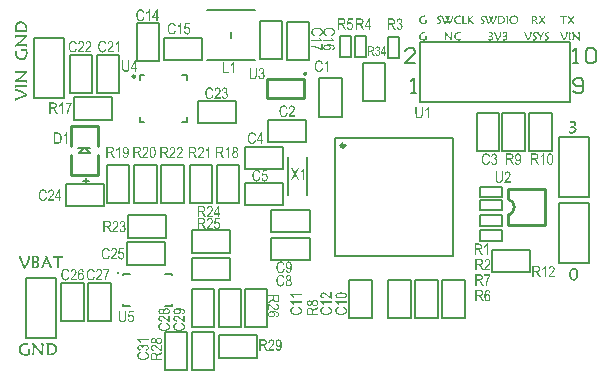
<source format=gto>
G04*
G04 #@! TF.GenerationSoftware,Altium Limited,Altium Designer,21.9.2 (33)*
G04*
G04 Layer_Color=65535*
%FSLAX25Y25*%
%MOIN*%
G70*
G04*
G04 #@! TF.SameCoordinates,C0BA0E73-4C5D-4CFB-B628-C4008C3DC592*
G04*
G04*
G04 #@! TF.FilePolarity,Positive*
G04*
G01*
G75*
%ADD10C,0.01000*%
%ADD11C,0.01181*%
%ADD12C,0.00787*%
%ADD13C,0.00600*%
%ADD14C,0.00500*%
%ADD15C,0.00800*%
G36*
X190749Y86335D02*
X190793Y86329D01*
X190849Y86323D01*
X190915Y86312D01*
X190982Y86301D01*
X191126Y86262D01*
X191281Y86207D01*
X191359Y86174D01*
X191437Y86135D01*
X191509Y86085D01*
X191581Y86029D01*
X191587Y86024D01*
X191598Y86018D01*
X191615Y85996D01*
X191637Y85974D01*
X191665Y85946D01*
X191698Y85907D01*
X191731Y85868D01*
X191764Y85818D01*
X191831Y85707D01*
X191892Y85580D01*
X191914Y85508D01*
X191931Y85430D01*
X191942Y85347D01*
X191948Y85263D01*
Y85252D01*
Y85230D01*
X191942Y85191D01*
X191931Y85136D01*
X191920Y85075D01*
X191898Y85002D01*
X191864Y84925D01*
X191825Y84847D01*
X191776Y84764D01*
X191709Y84675D01*
X191631Y84597D01*
X191537Y84514D01*
X191426Y84442D01*
X191293Y84381D01*
X191143Y84325D01*
X191060Y84303D01*
X190971Y84281D01*
X190982D01*
X191015Y84270D01*
X191065Y84259D01*
X191132Y84242D01*
X191209Y84214D01*
X191298Y84187D01*
X191393Y84142D01*
X191487Y84098D01*
X191581Y84037D01*
X191676Y83970D01*
X191764Y83893D01*
X191842Y83804D01*
X191909Y83704D01*
X191959Y83593D01*
X191992Y83465D01*
X191998Y83399D01*
X192003Y83326D01*
Y83321D01*
Y83299D01*
X191998Y83271D01*
Y83232D01*
X191986Y83182D01*
X191975Y83127D01*
X191959Y83060D01*
X191936Y82993D01*
X191909Y82921D01*
X191875Y82844D01*
X191837Y82766D01*
X191787Y82683D01*
X191726Y82605D01*
X191659Y82527D01*
X191576Y82450D01*
X191487Y82377D01*
X191481Y82372D01*
X191465Y82361D01*
X191437Y82344D01*
X191393Y82316D01*
X191343Y82289D01*
X191281Y82261D01*
X191215Y82222D01*
X191132Y82189D01*
X191043Y82155D01*
X190949Y82122D01*
X190838Y82089D01*
X190726Y82061D01*
X190604Y82033D01*
X190477Y82017D01*
X190344Y82006D01*
X190199Y82000D01*
X190133D01*
X190088Y82006D01*
X190038Y82011D01*
X189977Y82022D01*
X189850Y82050D01*
X189783Y82067D01*
X189716Y82094D01*
X189655Y82122D01*
X189605Y82161D01*
X189561Y82205D01*
X189522Y82255D01*
X189500Y82316D01*
X189495Y82383D01*
Y82389D01*
X189500Y82411D01*
X189506Y82444D01*
X189522Y82494D01*
X189550Y82555D01*
X189583Y82627D01*
X189639Y82710D01*
X189711Y82810D01*
X189716D01*
X189722Y82799D01*
X189739Y82794D01*
X189761Y82777D01*
X189816Y82744D01*
X189894Y82705D01*
X189988Y82666D01*
X190099Y82633D01*
X190222Y82610D01*
X190360Y82599D01*
X190405D01*
X190432Y82605D01*
X190471D01*
X190510Y82610D01*
X190610Y82627D01*
X190721Y82649D01*
X190843Y82683D01*
X190960Y82733D01*
X191065Y82799D01*
X191071D01*
X191076Y82810D01*
X191110Y82838D01*
X191154Y82877D01*
X191204Y82938D01*
X191254Y83010D01*
X191298Y83099D01*
X191332Y83193D01*
X191337Y83249D01*
X191343Y83304D01*
Y83310D01*
Y83315D01*
X191337Y83349D01*
X191332Y83393D01*
X191315Y83454D01*
X191293Y83521D01*
X191254Y83587D01*
X191204Y83654D01*
X191137Y83720D01*
X191126Y83726D01*
X191098Y83748D01*
X191049Y83776D01*
X190982Y83804D01*
X190893Y83843D01*
X190782Y83870D01*
X190654Y83898D01*
X190505Y83920D01*
X190488D01*
X190471Y83926D01*
X190449D01*
X190394Y83931D01*
X190321Y83943D01*
X190244Y83954D01*
X190166Y83970D01*
X190099Y83987D01*
X190038Y84004D01*
X190033Y84009D01*
X190016Y84015D01*
X189994Y84026D01*
X189972Y84048D01*
X189950Y84070D01*
X189927Y84103D01*
X189911Y84142D01*
X189905Y84187D01*
Y84192D01*
Y84203D01*
X189911Y84225D01*
X189916Y84248D01*
X189927Y84276D01*
X189944Y84303D01*
X189966Y84331D01*
X189999Y84353D01*
X190005Y84359D01*
X190016Y84364D01*
X190038Y84375D01*
X190072Y84392D01*
X190111Y84409D01*
X190160Y84425D01*
X190216Y84448D01*
X190282Y84464D01*
X190288D01*
X190305Y84470D01*
X190332Y84475D01*
X190371Y84486D01*
X190416Y84497D01*
X190471Y84514D01*
X190588Y84548D01*
X190716Y84592D01*
X190843Y84642D01*
X190960Y84692D01*
X191015Y84725D01*
X191060Y84753D01*
X191071Y84758D01*
X191093Y84781D01*
X191132Y84819D01*
X191176Y84869D01*
X191215Y84930D01*
X191254Y85002D01*
X191276Y85086D01*
X191287Y85180D01*
Y85191D01*
Y85219D01*
X191276Y85263D01*
X191265Y85319D01*
X191243Y85380D01*
X191209Y85441D01*
X191165Y85508D01*
X191104Y85569D01*
X191098Y85574D01*
X191071Y85596D01*
X191032Y85619D01*
X190976Y85652D01*
X190904Y85680D01*
X190821Y85707D01*
X190726Y85724D01*
X190621Y85730D01*
X190582D01*
X190554Y85724D01*
X190521Y85719D01*
X190477Y85713D01*
X190382Y85691D01*
X190277Y85657D01*
X190160Y85607D01*
X190099Y85574D01*
X190044Y85535D01*
X189983Y85485D01*
X189927Y85435D01*
X189922D01*
X189916Y85441D01*
X189889Y85463D01*
X189844Y85502D01*
X189794Y85546D01*
X189744Y85602D01*
X189705Y85663D01*
X189672Y85730D01*
X189666Y85768D01*
X189661Y85802D01*
Y85807D01*
Y85813D01*
X189666Y85841D01*
X189678Y85885D01*
X189694Y85940D01*
X189727Y86001D01*
X189783Y86068D01*
X189811Y86101D01*
X189850Y86129D01*
X189894Y86163D01*
X189944Y86190D01*
X189950D01*
X189955Y86196D01*
X189972Y86207D01*
X189994Y86212D01*
X190022Y86224D01*
X190055Y86240D01*
X190138Y86268D01*
X190244Y86290D01*
X190366Y86318D01*
X190499Y86335D01*
X190654Y86340D01*
X190710D01*
X190749Y86335D01*
D02*
G37*
G36*
X166568Y121338D02*
X166623Y121334D01*
X166686Y121330D01*
X166764Y121323D01*
X166845Y121312D01*
X166937Y121297D01*
X167034Y121275D01*
X167134Y121253D01*
X167234Y121223D01*
X167333Y121186D01*
X167433Y121142D01*
X167533Y121094D01*
X167626Y121038D01*
X167711Y120972D01*
X167715Y120968D01*
X167729Y120953D01*
X167752Y120935D01*
X167781Y120905D01*
X167814Y120868D01*
X167851Y120824D01*
X167892Y120772D01*
X167933Y120713D01*
X167973Y120650D01*
X168014Y120576D01*
X168051Y120498D01*
X168085Y120413D01*
X168114Y120324D01*
X168136Y120228D01*
X168151Y120128D01*
X168155Y120021D01*
Y120013D01*
Y119995D01*
X168151Y119962D01*
X168147Y119917D01*
X168140Y119865D01*
X168129Y119802D01*
X168114Y119732D01*
X168096Y119658D01*
X168070Y119577D01*
X168036Y119492D01*
X167996Y119406D01*
X167951Y119318D01*
X167896Y119229D01*
X167829Y119140D01*
X167755Y119055D01*
X167670Y118974D01*
X167666Y118970D01*
X167648Y118955D01*
X167622Y118937D01*
X167581Y118907D01*
X167533Y118877D01*
X167474Y118840D01*
X167407Y118803D01*
X167330Y118763D01*
X167241Y118722D01*
X167145Y118685D01*
X167037Y118648D01*
X166923Y118618D01*
X166801Y118593D01*
X166667Y118570D01*
X166527Y118555D01*
X166379Y118552D01*
X166327D01*
X166301Y118555D01*
X166271D01*
X166201Y118559D01*
X166123Y118567D01*
X166046Y118581D01*
X165972Y118596D01*
X165938Y118607D01*
X165909Y118618D01*
X165902Y118622D01*
X165887Y118633D01*
X165861Y118652D01*
X165835Y118678D01*
X165805Y118715D01*
X165779Y118759D01*
X165765Y118815D01*
X165757Y118881D01*
X165779Y119510D01*
Y119514D01*
Y119529D01*
Y119547D01*
X165783Y119573D01*
Y119606D01*
X165787Y119643D01*
Y119688D01*
X165790Y119736D01*
Y119843D01*
X165794Y119958D01*
X165798Y120076D01*
Y120195D01*
Y120198D01*
Y120206D01*
Y120217D01*
Y120232D01*
Y120250D01*
Y120272D01*
Y120328D01*
X165794Y120391D01*
X165790Y120468D01*
X165787Y120550D01*
X165783Y120639D01*
X165768Y120824D01*
X165761Y120920D01*
X165750Y121009D01*
X165735Y121097D01*
X165720Y121179D01*
X165702Y121253D01*
X165683Y121316D01*
X165868D01*
X165950Y121319D01*
X166038D01*
X166123Y121323D01*
X166201Y121327D01*
X166220D01*
X166235Y121330D01*
X166268D01*
X166312Y121334D01*
X166360Y121338D01*
X166408D01*
X166453Y121342D01*
X166545D01*
X166568Y121338D01*
D02*
G37*
G36*
X168969D02*
X168995Y121334D01*
X169021Y121327D01*
X169050Y121312D01*
X169072Y121297D01*
X169095Y121275D01*
X169098Y121271D01*
X169102Y121264D01*
X169109Y121249D01*
X169121Y121227D01*
X169132Y121201D01*
X169139Y121171D01*
X169143Y121134D01*
X169146Y121094D01*
X169121Y120424D01*
Y120420D01*
Y120409D01*
Y120391D01*
X169117Y120365D01*
Y120332D01*
Y120294D01*
X169113Y120250D01*
Y120202D01*
Y120150D01*
X169109Y120095D01*
Y119976D01*
X169106Y119843D01*
Y119710D01*
Y119706D01*
Y119702D01*
Y119691D01*
Y119677D01*
Y119654D01*
Y119632D01*
X169109Y119580D01*
Y119518D01*
X169113Y119444D01*
X169117Y119362D01*
X169121Y119277D01*
X169135Y119103D01*
X169146Y119014D01*
X169158Y118933D01*
X169172Y118851D01*
X169187Y118781D01*
X169206Y118722D01*
X169228Y118670D01*
X169224D01*
X169217Y118667D01*
X169206Y118659D01*
X169191Y118652D01*
X169150Y118633D01*
X169098Y118611D01*
X169039Y118585D01*
X168980Y118567D01*
X168917Y118552D01*
X168861Y118548D01*
X168847D01*
X168828Y118552D01*
X168806Y118555D01*
X168780Y118563D01*
X168754Y118570D01*
X168728Y118585D01*
X168706Y118604D01*
X168702Y118607D01*
X168699Y118615D01*
X168688Y118633D01*
X168676Y118663D01*
X168665Y118700D01*
X168658Y118748D01*
X168651Y118811D01*
X168647Y118848D01*
Y118888D01*
Y118896D01*
Y118914D01*
Y118948D01*
Y118966D01*
X168651Y118992D01*
Y119022D01*
Y119055D01*
X168654Y119096D01*
Y119136D01*
X168658Y119185D01*
Y119236D01*
X168662Y119292D01*
X168665Y119351D01*
Y119355D01*
Y119366D01*
Y119384D01*
X168669Y119410D01*
Y119444D01*
X168673Y119481D01*
Y119529D01*
X168676Y119577D01*
Y119632D01*
Y119695D01*
X168680Y119762D01*
Y119832D01*
X168684Y119906D01*
Y119987D01*
Y120154D01*
Y120158D01*
Y120165D01*
Y120176D01*
Y120191D01*
Y120209D01*
Y120235D01*
Y120291D01*
X168680Y120357D01*
X168676Y120435D01*
X168673Y120517D01*
X168669Y120605D01*
X168654Y120787D01*
X168647Y120879D01*
X168636Y120964D01*
X168621Y121042D01*
X168606Y121112D01*
X168588Y121171D01*
X168580Y121197D01*
X168569Y121220D01*
X168573D01*
X168577Y121223D01*
X168588Y121231D01*
X168603Y121238D01*
X168643Y121256D01*
X168691Y121282D01*
X168747Y121305D01*
X168806Y121323D01*
X168869Y121338D01*
X168928Y121342D01*
X168947D01*
X168969Y121338D01*
D02*
G37*
G36*
X171215Y121390D02*
X171259Y121386D01*
X171315Y121382D01*
X171378Y121375D01*
X171448Y121364D01*
X171526Y121345D01*
X171607Y121327D01*
X171692Y121301D01*
X171781Y121271D01*
X171866Y121234D01*
X171955Y121194D01*
X172040Y121142D01*
X172121Y121086D01*
X172199Y121020D01*
X172203Y121016D01*
X172217Y121001D01*
X172236Y120983D01*
X172262Y120953D01*
X172291Y120916D01*
X172325Y120872D01*
X172362Y120816D01*
X172399Y120757D01*
X172436Y120690D01*
X172473Y120616D01*
X172506Y120535D01*
X172536Y120450D01*
X172562Y120354D01*
X172580Y120254D01*
X172595Y120147D01*
X172599Y120036D01*
Y120032D01*
Y120017D01*
Y119995D01*
X172595Y119965D01*
X172591Y119928D01*
X172587Y119884D01*
X172580Y119836D01*
X172573Y119784D01*
X172562Y119725D01*
X172547Y119666D01*
X172510Y119536D01*
X172487Y119466D01*
X172462Y119399D01*
X172428Y119329D01*
X172391Y119262D01*
X172388Y119258D01*
X172380Y119247D01*
X172369Y119229D01*
X172354Y119203D01*
X172332Y119173D01*
X172306Y119136D01*
X172277Y119099D01*
X172243Y119059D01*
X172203Y119014D01*
X172162Y118966D01*
X172114Y118922D01*
X172062Y118874D01*
X172006Y118826D01*
X171947Y118781D01*
X171884Y118740D01*
X171818Y118700D01*
X171814Y118696D01*
X171803Y118692D01*
X171781Y118681D01*
X171755Y118670D01*
X171718Y118655D01*
X171677Y118637D01*
X171633Y118618D01*
X171581Y118600D01*
X171522Y118581D01*
X171463Y118563D01*
X171396Y118548D01*
X171326Y118530D01*
X171174Y118507D01*
X171096Y118504D01*
X171015Y118500D01*
X170989D01*
X170956Y118504D01*
X170911Y118507D01*
X170860Y118511D01*
X170797Y118522D01*
X170730Y118533D01*
X170652Y118548D01*
X170575Y118570D01*
X170493Y118596D01*
X170408Y118630D01*
X170319Y118667D01*
X170234Y118711D01*
X170149Y118766D01*
X170068Y118826D01*
X169990Y118896D01*
X169986Y118900D01*
X169972Y118914D01*
X169953Y118937D01*
X169927Y118966D01*
X169897Y119007D01*
X169864Y119055D01*
X169827Y119111D01*
X169790Y119173D01*
X169753Y119244D01*
X169716Y119321D01*
X169683Y119403D01*
X169653Y119495D01*
X169627Y119591D01*
X169609Y119695D01*
X169594Y119806D01*
X169590Y119921D01*
Y119924D01*
Y119928D01*
Y119950D01*
X169594Y119984D01*
X169598Y120028D01*
X169605Y120080D01*
X169613Y120143D01*
X169627Y120213D01*
X169646Y120291D01*
X169668Y120372D01*
X169698Y120457D01*
X169731Y120542D01*
X169775Y120631D01*
X169824Y120720D01*
X169883Y120805D01*
X169949Y120890D01*
X170027Y120972D01*
X170031Y120975D01*
X170045Y120990D01*
X170071Y121012D01*
X170105Y121038D01*
X170149Y121068D01*
X170201Y121105D01*
X170264Y121142D01*
X170330Y121183D01*
X170408Y121223D01*
X170493Y121260D01*
X170586Y121297D01*
X170686Y121327D01*
X170793Y121356D01*
X170908Y121375D01*
X171026Y121390D01*
X171152Y121393D01*
X171181D01*
X171215Y121390D01*
D02*
G37*
G36*
X161147D02*
X161180Y121386D01*
X161217Y121379D01*
X161254Y121368D01*
X161295Y121353D01*
X161328Y121334D01*
X161332Y121330D01*
X161343Y121323D01*
X161358Y121308D01*
X161373Y121293D01*
X161388Y121268D01*
X161402Y121242D01*
X161413Y121208D01*
X161414Y121198D01*
X161421Y121205D01*
X161458Y121242D01*
X161502Y121279D01*
X161550Y121308D01*
X161606Y121330D01*
X161635Y121334D01*
X161665Y121338D01*
X161672D01*
X161691Y121334D01*
X161721Y121330D01*
X161758Y121319D01*
X161798Y121301D01*
X161839Y121271D01*
X161880Y121234D01*
X161917Y121183D01*
X161920Y121175D01*
X161928Y121164D01*
X161935Y121145D01*
X161946Y121123D01*
X161961Y121090D01*
X161979Y121053D01*
X161998Y121005D01*
X162024Y120946D01*
X162050Y120879D01*
X162079Y120798D01*
X162116Y120709D01*
X162153Y120605D01*
X162198Y120487D01*
X162242Y120357D01*
X162268Y120287D01*
X162294Y120213D01*
Y120209D01*
X162298Y120202D01*
X162305Y120184D01*
X162312Y120165D01*
X162320Y120139D01*
X162331Y120109D01*
X162342Y120076D01*
X162357Y120036D01*
X162387Y119950D01*
X162424Y119858D01*
X162460Y119754D01*
X162501Y119651D01*
X162538Y119543D01*
X162579Y119444D01*
X162616Y119347D01*
X162653Y119262D01*
X162671Y119221D01*
X162686Y119188D01*
X162701Y119159D01*
X162712Y119133D01*
X162723Y119114D01*
X162734Y119096D01*
X162742Y119088D01*
X162749Y119085D01*
X162753D01*
X162757Y119088D01*
X162768Y119096D01*
X162786Y119111D01*
X162812Y119133D01*
X162842Y119166D01*
X162864Y119188D01*
X162882Y119214D01*
X162908Y119244D01*
X162934Y119277D01*
Y119281D01*
X162942Y119288D01*
X162949Y119299D01*
X162960Y119314D01*
X162975Y119336D01*
X162993Y119362D01*
X163015Y119392D01*
X163038Y119425D01*
X163064Y119466D01*
X163093Y119510D01*
X163123Y119562D01*
X163156Y119617D01*
X163193Y119677D01*
X163234Y119739D01*
X163271Y119810D01*
X163315Y119884D01*
Y119887D01*
X163312Y119895D01*
X163304Y119910D01*
X163297Y119928D01*
X163286Y119954D01*
X163275Y119980D01*
X163263Y120013D01*
X163249Y120047D01*
X163212Y120128D01*
X163171Y120220D01*
X163127Y120320D01*
X163078Y120424D01*
X162971Y120635D01*
X162916Y120735D01*
X162856Y120831D01*
X162801Y120920D01*
X162745Y120994D01*
X162720Y121027D01*
X162694Y121053D01*
X162668Y121079D01*
X162642Y121097D01*
Y121101D01*
X162649Y121105D01*
X162653Y121116D01*
X162664Y121131D01*
X162690Y121164D01*
X162727Y121205D01*
X162768Y121242D01*
X162819Y121275D01*
X162849Y121290D01*
X162879Y121301D01*
X162908Y121305D01*
X162942Y121308D01*
X162945D01*
X162953Y121305D01*
X162967Y121301D01*
X162982Y121290D01*
X163008Y121275D01*
X163034Y121249D01*
X163067Y121216D01*
X163104Y121171D01*
X163145Y121112D01*
X163167Y121075D01*
X163193Y121038D01*
X163215Y120994D01*
X163241Y120949D01*
X163267Y120898D01*
X163293Y120838D01*
X163323Y120779D01*
X163352Y120713D01*
X163382Y120642D01*
X163411Y120565D01*
X163445Y120483D01*
X163478Y120394D01*
X163511Y120298D01*
X163545Y120198D01*
X163548Y120206D01*
X163552Y120220D01*
X163563Y120246D01*
X163574Y120283D01*
X163589Y120324D01*
X163608Y120372D01*
X163626Y120428D01*
X163645Y120487D01*
X163678Y120616D01*
X163711Y120750D01*
X163733Y120879D01*
X163737Y120938D01*
X163741Y120998D01*
Y121001D01*
Y121016D01*
Y121042D01*
X163737Y121072D01*
X163733Y121108D01*
X163726Y121153D01*
X163718Y121201D01*
X163707Y121253D01*
X163711D01*
X163715Y121256D01*
X163733Y121260D01*
X163763Y121271D01*
X163800Y121282D01*
X163841Y121290D01*
X163881Y121301D01*
X163922Y121305D01*
X163959Y121308D01*
X163966D01*
X163992Y121305D01*
X164026Y121297D01*
X164063Y121279D01*
X164100Y121249D01*
X164118Y121231D01*
X164133Y121208D01*
X164148Y121183D01*
X164159Y121149D01*
X164163Y121112D01*
X164166Y121072D01*
Y121068D01*
Y121057D01*
X164163Y121035D01*
X164159Y121005D01*
X164151Y120968D01*
X164140Y120920D01*
X164129Y120864D01*
X164111Y120798D01*
X164085Y120720D01*
X164055Y120631D01*
X164018Y120535D01*
X163974Y120424D01*
X163922Y120302D01*
X163859Y120169D01*
X163789Y120024D01*
X163707Y119865D01*
Y119862D01*
X163711Y119858D01*
X163718Y119847D01*
X163726Y119832D01*
X163744Y119795D01*
X163770Y119747D01*
X163800Y119688D01*
X163833Y119625D01*
X163870Y119554D01*
X163911Y119484D01*
X163948Y119414D01*
X163989Y119344D01*
X164026Y119281D01*
X164063Y119221D01*
X164092Y119173D01*
X164122Y119136D01*
X164133Y119122D01*
X164144Y119111D01*
X164151Y119107D01*
X164159Y119103D01*
X164163Y119107D01*
X164170Y119111D01*
X164181Y119122D01*
X164196Y119136D01*
X164218Y119162D01*
X164244Y119196D01*
X164281Y119244D01*
X164285Y119251D01*
X164292Y119258D01*
X164299Y119273D01*
X164311Y119288D01*
X164325Y119310D01*
X164340Y119333D01*
X164359Y119362D01*
X164377Y119395D01*
X164403Y119432D01*
X164425Y119473D01*
X164451Y119518D01*
X164481Y119569D01*
X164514Y119625D01*
X164547Y119684D01*
X164581Y119751D01*
X164584Y119754D01*
X164588Y119765D01*
X164599Y119788D01*
X164614Y119814D01*
X164629Y119843D01*
X164647Y119884D01*
X164666Y119924D01*
X164688Y119973D01*
X164736Y120072D01*
X164780Y120187D01*
X164821Y120302D01*
X164858Y120417D01*
Y120420D01*
X164862Y120431D01*
X164866Y120446D01*
X164869Y120468D01*
X164877Y120494D01*
X164884Y120524D01*
X164891Y120561D01*
X164899Y120598D01*
X164914Y120683D01*
X164928Y120775D01*
X164936Y120868D01*
X164939Y120960D01*
Y120964D01*
Y120968D01*
Y120990D01*
X164936Y121020D01*
X164932Y121064D01*
X164928Y121112D01*
X164921Y121164D01*
X164906Y121223D01*
X164891Y121279D01*
X164895D01*
X164899Y121282D01*
X164917Y121290D01*
X164951Y121297D01*
X164988Y121308D01*
X165028Y121319D01*
X165073Y121330D01*
X165117Y121334D01*
X165154Y121338D01*
X165173D01*
X165191Y121334D01*
X165213Y121330D01*
X165239Y121323D01*
X165269Y121312D01*
X165295Y121297D01*
X165321Y121275D01*
X165324Y121271D01*
X165332Y121264D01*
X165343Y121245D01*
X165354Y121223D01*
X165365Y121194D01*
X165376Y121157D01*
X165384Y121108D01*
X165387Y121053D01*
Y121049D01*
Y121038D01*
Y121023D01*
X165384Y121001D01*
Y120972D01*
X165380Y120938D01*
X165376Y120898D01*
X165372Y120853D01*
X165365Y120805D01*
X165354Y120753D01*
X165332Y120642D01*
X165302Y120517D01*
X165258Y120383D01*
Y120380D01*
X165250Y120369D01*
X165247Y120346D01*
X165235Y120324D01*
X165224Y120291D01*
X165210Y120254D01*
X165191Y120213D01*
X165173Y120165D01*
X165132Y120065D01*
X165080Y119954D01*
X165028Y119843D01*
X164969Y119732D01*
Y119728D01*
X164962Y119717D01*
X164954Y119702D01*
X164943Y119680D01*
X164925Y119654D01*
X164906Y119621D01*
X164888Y119584D01*
X164862Y119543D01*
X164836Y119499D01*
X164806Y119451D01*
X164740Y119340D01*
X164666Y119221D01*
X164584Y119092D01*
X164581Y119088D01*
X164573Y119077D01*
X164562Y119059D01*
X164547Y119036D01*
X164529Y119007D01*
X164507Y118974D01*
X164459Y118900D01*
X164403Y118822D01*
X164348Y118744D01*
X164299Y118674D01*
X164274Y118644D01*
X164255Y118618D01*
X164251Y118615D01*
X164240Y118600D01*
X164222Y118581D01*
X164199Y118559D01*
X164174Y118537D01*
X164148Y118518D01*
X164122Y118504D01*
X164100Y118500D01*
X164092Y118504D01*
X164085Y118507D01*
X164074Y118518D01*
X164055Y118533D01*
X164033Y118555D01*
X164007Y118589D01*
X163974Y118633D01*
X163937Y118689D01*
X163915Y118722D01*
X163892Y118759D01*
X163870Y118800D01*
X163844Y118844D01*
X163815Y118896D01*
X163785Y118948D01*
X163756Y119007D01*
X163722Y119070D01*
X163685Y119136D01*
X163648Y119210D01*
X163611Y119292D01*
X163570Y119377D01*
X163526Y119466D01*
X163482Y119562D01*
Y119558D01*
X163474Y119551D01*
X163467Y119536D01*
X163456Y119518D01*
X163441Y119492D01*
X163423Y119466D01*
X163400Y119432D01*
X163378Y119395D01*
X163330Y119314D01*
X163271Y119225D01*
X163208Y119129D01*
X163141Y119033D01*
X163071Y118933D01*
X163001Y118837D01*
X162930Y118748D01*
X162864Y118667D01*
X162830Y118630D01*
X162801Y118600D01*
X162771Y118570D01*
X162745Y118544D01*
X162720Y118526D01*
X162694Y118511D01*
X162671Y118504D01*
X162653Y118500D01*
X162649D01*
X162634Y118504D01*
X162612Y118515D01*
X162586Y118537D01*
X162568Y118552D01*
X162549Y118570D01*
X162527Y118593D01*
X162505Y118622D01*
X162483Y118655D01*
X162457Y118692D01*
X162431Y118737D01*
X162405Y118789D01*
Y118792D01*
X162398Y118803D01*
X162390Y118822D01*
X162375Y118848D01*
X162361Y118885D01*
X162342Y118929D01*
X162316Y118985D01*
X162290Y119051D01*
X162257Y119129D01*
X162220Y119218D01*
X162183Y119318D01*
X162135Y119429D01*
X162087Y119554D01*
X162035Y119695D01*
X161976Y119851D01*
X161946Y119932D01*
X161913Y120017D01*
Y120021D01*
X161909Y120028D01*
X161906Y120039D01*
X161898Y120058D01*
X161891Y120080D01*
X161880Y120106D01*
X161854Y120169D01*
X161824Y120246D01*
X161791Y120328D01*
X161754Y120420D01*
X161713Y120517D01*
X161624Y120713D01*
X161580Y120809D01*
X161536Y120898D01*
X161491Y120979D01*
X161447Y121049D01*
X161425Y121079D01*
X161406Y121105D01*
X161405Y121106D01*
X161402Y121094D01*
X161388Y121057D01*
X161365Y121009D01*
X161336Y120957D01*
X161295Y120901D01*
X161291D01*
X161288Y120905D01*
X161265Y120912D01*
X161232Y120920D01*
X161191Y120931D01*
X161140Y120942D01*
X161088Y120953D01*
X161032Y120957D01*
X160977Y120960D01*
X160940D01*
X160903Y120957D01*
X160851Y120946D01*
X160795Y120935D01*
X160740Y120916D01*
X160685Y120890D01*
X160633Y120853D01*
X160629Y120850D01*
X160614Y120835D01*
X160592Y120812D01*
X160570Y120779D01*
X160548Y120738D01*
X160525Y120690D01*
X160511Y120635D01*
X160507Y120572D01*
Y120568D01*
Y120554D01*
X160511Y120531D01*
X160514Y120505D01*
X160522Y120476D01*
X160529Y120442D01*
X160544Y120405D01*
X160562Y120372D01*
X160566Y120369D01*
X160573Y120357D01*
X160592Y120335D01*
X160614Y120309D01*
X160647Y120272D01*
X160692Y120228D01*
X160751Y120180D01*
X160818Y120121D01*
X160821Y120117D01*
X160829Y120113D01*
X160844Y120102D01*
X160858Y120084D01*
X160881Y120065D01*
X160903Y120047D01*
X160962Y119991D01*
X161025Y119932D01*
X161088Y119862D01*
X161151Y119791D01*
X161206Y119717D01*
Y119714D01*
X161214Y119710D01*
X161221Y119699D01*
X161228Y119684D01*
X161251Y119647D01*
X161276Y119599D01*
X161302Y119547D01*
X161325Y119488D01*
X161339Y119425D01*
X161347Y119366D01*
Y119362D01*
Y119355D01*
Y119344D01*
X161343Y119329D01*
Y119310D01*
X161339Y119288D01*
X161328Y119233D01*
X161310Y119166D01*
X161284Y119092D01*
X161247Y119011D01*
X161195Y118929D01*
Y118925D01*
X161188Y118918D01*
X161180Y118907D01*
X161169Y118892D01*
X161136Y118855D01*
X161091Y118807D01*
X161032Y118755D01*
X160966Y118700D01*
X160892Y118648D01*
X160807Y118604D01*
X160803D01*
X160795Y118600D01*
X160784Y118593D01*
X160766Y118589D01*
X160744Y118581D01*
X160722Y118570D01*
X160662Y118552D01*
X160592Y118533D01*
X160514Y118515D01*
X160433Y118504D01*
X160348Y118500D01*
X160315D01*
X160292Y118504D01*
X160266Y118507D01*
X160237Y118515D01*
X160174Y118533D01*
X160107Y118563D01*
X160078Y118581D01*
X160052Y118607D01*
X160030Y118637D01*
X160011Y118670D01*
X160000Y118707D01*
X159996Y118752D01*
Y118755D01*
X160000Y118774D01*
X160004Y118796D01*
X160011Y118829D01*
X160022Y118870D01*
X160044Y118914D01*
X160070Y118966D01*
X160107Y119022D01*
X160111D01*
X160115Y119018D01*
X160137Y119007D01*
X160170Y118992D01*
X160215Y118977D01*
X160263Y118963D01*
X160318Y118948D01*
X160381Y118937D01*
X160440Y118933D01*
X160470D01*
X160507Y118937D01*
X160548Y118944D01*
X160599Y118955D01*
X160651Y118974D01*
X160707Y118996D01*
X160762Y119029D01*
X160770Y119033D01*
X160784Y119048D01*
X160807Y119070D01*
X160833Y119099D01*
X160858Y119136D01*
X160881Y119185D01*
X160895Y119236D01*
X160903Y119296D01*
Y119299D01*
Y119303D01*
X160899Y119314D01*
Y119329D01*
X160892Y119347D01*
X160884Y119369D01*
X160873Y119399D01*
X160858Y119429D01*
X160840Y119462D01*
X160818Y119499D01*
X160788Y119540D01*
X160755Y119584D01*
X160714Y119629D01*
X160666Y119680D01*
X160610Y119732D01*
X160548Y119788D01*
X160544Y119791D01*
X160537Y119795D01*
X160525Y119806D01*
X160507Y119817D01*
X160466Y119854D01*
X160411Y119899D01*
X160352Y119950D01*
X160292Y120010D01*
X160233Y120072D01*
X160181Y120139D01*
Y120143D01*
X160178Y120147D01*
X160163Y120169D01*
X160144Y120202D01*
X160122Y120250D01*
X160096Y120302D01*
X160078Y120361D01*
X160063Y120428D01*
X160059Y120494D01*
Y120498D01*
Y120502D01*
Y120513D01*
X160063Y120528D01*
X160067Y120565D01*
X160078Y120613D01*
X160092Y120676D01*
X160118Y120742D01*
X160152Y120816D01*
X160200Y120898D01*
Y120901D01*
X160207Y120909D01*
X160215Y120920D01*
X160226Y120935D01*
X160259Y120975D01*
X160303Y121027D01*
X160359Y121083D01*
X160429Y121142D01*
X160507Y121201D01*
X160599Y121256D01*
X160603D01*
X160610Y121264D01*
X160625Y121268D01*
X160644Y121279D01*
X160666Y121290D01*
X160696Y121301D01*
X160758Y121327D01*
X160836Y121349D01*
X160918Y121371D01*
X161006Y121386D01*
X161095Y121393D01*
X161121D01*
X161147Y121390D01*
D02*
G37*
G36*
X6808Y119443D02*
X6874Y119437D01*
X6952Y119426D01*
X7046Y119409D01*
X7152Y119387D01*
X7263Y119359D01*
X7385Y119320D01*
X7513Y119271D01*
X7640Y119210D01*
X7773Y119143D01*
X7907Y119060D01*
X8040Y118960D01*
X8168Y118849D01*
X8290Y118721D01*
X8295Y118716D01*
X8317Y118688D01*
X8345Y118649D01*
X8389Y118588D01*
X8434Y118516D01*
X8489Y118427D01*
X8545Y118327D01*
X8606Y118210D01*
X8667Y118077D01*
X8722Y117933D01*
X8778Y117772D01*
X8822Y117600D01*
X8861Y117417D01*
X8895Y117217D01*
X8917Y117006D01*
X8922Y116784D01*
Y116706D01*
X8917Y116668D01*
Y116623D01*
X8911Y116518D01*
X8900Y116401D01*
X8878Y116285D01*
X8856Y116174D01*
X8839Y116124D01*
X8822Y116079D01*
X8817Y116068D01*
X8800Y116046D01*
X8772Y116007D01*
X8734Y115968D01*
X8678Y115924D01*
X8612Y115885D01*
X8528Y115863D01*
X8428Y115852D01*
X7485Y115885D01*
X7479D01*
X7457D01*
X7429D01*
X7390Y115891D01*
X7341D01*
X7285Y115896D01*
X7218D01*
X7146Y115902D01*
X6985D01*
X6813Y115907D01*
X6636Y115913D01*
X6458D01*
X6453D01*
X6442D01*
X6425D01*
X6403D01*
X6375D01*
X6342D01*
X6258D01*
X6164Y115907D01*
X6047Y115902D01*
X5925Y115896D01*
X5792Y115891D01*
X5515Y115868D01*
X5370Y115857D01*
X5237Y115841D01*
X5104Y115819D01*
X4982Y115796D01*
X4871Y115769D01*
X4776Y115741D01*
Y116018D01*
X4771Y116140D01*
Y116274D01*
X4765Y116401D01*
X4760Y116518D01*
Y116545D01*
X4754Y116568D01*
Y116618D01*
X4749Y116684D01*
X4743Y116756D01*
Y116829D01*
X4738Y116895D01*
Y117034D01*
X4743Y117067D01*
X4749Y117150D01*
X4754Y117245D01*
X4765Y117361D01*
X4782Y117483D01*
X4804Y117622D01*
X4837Y117766D01*
X4871Y117916D01*
X4915Y118066D01*
X4971Y118216D01*
X5037Y118366D01*
X5109Y118516D01*
X5193Y118655D01*
X5293Y118782D01*
X5298Y118788D01*
X5320Y118810D01*
X5348Y118843D01*
X5393Y118888D01*
X5448Y118938D01*
X5515Y118993D01*
X5592Y119054D01*
X5681Y119115D01*
X5776Y119176D01*
X5886Y119237D01*
X6003Y119293D01*
X6131Y119343D01*
X6264Y119387D01*
X6408Y119420D01*
X6558Y119443D01*
X6719Y119448D01*
X6730D01*
X6758D01*
X6808Y119443D01*
D02*
G37*
G36*
X8956Y114448D02*
X8950Y114442D01*
X8928Y114420D01*
X8900Y114387D01*
X8850Y114342D01*
X8795Y114287D01*
X8722Y114220D01*
X8645Y114142D01*
X8550Y114048D01*
X8439Y113948D01*
X8323Y113837D01*
X8190Y113721D01*
X8051Y113587D01*
X7896Y113449D01*
X7729Y113304D01*
X7551Y113149D01*
X7363Y112982D01*
X7357D01*
X7352Y112971D01*
X7318Y112944D01*
X7263Y112899D01*
X7191Y112838D01*
X7107Y112766D01*
X7008Y112683D01*
X6902Y112594D01*
X6786Y112494D01*
X6536Y112289D01*
X6286Y112083D01*
X6169Y111983D01*
X6053Y111889D01*
X5948Y111806D01*
X5853Y111734D01*
X5864D01*
X5892D01*
X5942D01*
X6009D01*
X6092D01*
X6192D01*
X6297D01*
X6419Y111739D01*
X6547D01*
X6686D01*
X6830D01*
X6974Y111745D01*
X7280Y111750D01*
X7585Y111756D01*
X7596D01*
X7618D01*
X7657D01*
X7712Y111761D01*
X7773D01*
X7840Y111767D01*
X7990Y111773D01*
X8140D01*
X8212Y111778D01*
X8273D01*
X8328Y111784D01*
X8373D01*
X8401D01*
X8417D01*
X8423D01*
X8428D01*
X8462D01*
X8512Y111778D01*
X8573D01*
X8706Y111756D01*
X8767Y111739D01*
X8817Y111717D01*
X8822Y111711D01*
X8833Y111706D01*
X8850Y111684D01*
X8872Y111656D01*
X8895Y111623D01*
X8911Y111573D01*
X8922Y111517D01*
X8928Y111445D01*
Y111434D01*
X8922Y111406D01*
X8917Y111356D01*
X8906Y111295D01*
X8884Y111223D01*
X8850Y111134D01*
X8800Y111040D01*
X8739Y110940D01*
X8734D01*
X8722Y110946D01*
X8706Y110957D01*
X8678Y110968D01*
X8650Y110979D01*
X8612Y110995D01*
X8562Y111012D01*
X8512Y111034D01*
X8450Y111051D01*
X8384Y111068D01*
X8312Y111090D01*
X8229Y111107D01*
X8145Y111123D01*
X8051Y111140D01*
X7957Y111151D01*
X7851Y111162D01*
X7846D01*
X7823D01*
X7790Y111168D01*
X7746Y111173D01*
X7685D01*
X7613Y111179D01*
X7529Y111184D01*
X7429Y111190D01*
X7318Y111195D01*
X7196Y111201D01*
X7057Y111206D01*
X6908D01*
X6747Y111212D01*
X6575Y111217D01*
X6391D01*
X6192D01*
X6186D01*
X6169D01*
X6142D01*
X6108D01*
X6064D01*
X6020Y111212D01*
X5909Y111206D01*
X5787Y111201D01*
X5664Y111190D01*
X5548Y111168D01*
X5498Y111156D01*
X5454Y111145D01*
X5443Y111140D01*
X5415Y111134D01*
X5376Y111112D01*
X5326Y111090D01*
X5270Y111056D01*
X5215Y111012D01*
X5165Y110957D01*
X5121Y110896D01*
X5115Y110901D01*
X5104Y110907D01*
X5087Y110923D01*
X5065Y110940D01*
X5010Y110990D01*
X4943Y111051D01*
X4882Y111123D01*
X4826Y111201D01*
X4804Y111245D01*
X4788Y111284D01*
X4776Y111323D01*
X4771Y111362D01*
Y111406D01*
X4776Y111445D01*
X4788Y111489D01*
X4793Y111501D01*
X4804Y111528D01*
X4832Y111567D01*
X4871Y111623D01*
X4876Y111628D01*
X4887Y111639D01*
X4910Y111667D01*
X4949Y111700D01*
X5004Y111750D01*
X5076Y111817D01*
X5121Y111861D01*
X5170Y111906D01*
X5226Y111950D01*
X5287Y112006D01*
X6042Y112644D01*
X7934Y114231D01*
X7929D01*
X7901D01*
X7868D01*
X7818D01*
X7762D01*
X7690D01*
X7618D01*
X7535Y114237D01*
X7352D01*
X7163D01*
X6974D01*
X6886D01*
X6797D01*
X6786D01*
X6758D01*
X6719D01*
X6658D01*
X6591D01*
X6514D01*
X6425Y114231D01*
X6330D01*
X6131Y114226D01*
X5931Y114215D01*
X5831Y114209D01*
X5742Y114203D01*
X5659Y114198D01*
X5581Y114187D01*
X5576D01*
X5565D01*
X5542Y114181D01*
X5520Y114176D01*
X5487Y114170D01*
X5448Y114165D01*
X5354Y114142D01*
X5254Y114120D01*
X5137Y114081D01*
X5021Y114042D01*
X4910Y113993D01*
Y113998D01*
X4904Y114004D01*
X4893Y114020D01*
X4882Y114042D01*
X4854Y114092D01*
X4826Y114165D01*
X4793Y114237D01*
X4771Y114320D01*
X4749Y114403D01*
X4743Y114481D01*
Y114509D01*
X4749Y114531D01*
X4754Y114570D01*
X4765Y114609D01*
X4782Y114647D01*
X4804Y114686D01*
X4837Y114725D01*
X4843Y114731D01*
X4860Y114742D01*
X4887Y114753D01*
X4932Y114775D01*
X4993Y114792D01*
X5032Y114797D01*
X5076Y114803D01*
X5132Y114808D01*
X5187Y114814D01*
X5248Y114820D01*
X5320D01*
X5331D01*
X5342D01*
X5365D01*
X5387D01*
X5420D01*
X5459D01*
X5503Y114814D01*
X5553D01*
X5615D01*
X5687Y114808D01*
X5764D01*
X5848Y114803D01*
X5942Y114797D01*
X6047Y114792D01*
X6164Y114786D01*
X6169D01*
X6192D01*
X6225Y114781D01*
X6275D01*
X6330D01*
X6403Y114775D01*
X6480D01*
X6569Y114769D01*
X6663Y114764D01*
X6769D01*
X6880Y114758D01*
X6991D01*
X7235Y114753D01*
X7490D01*
X7502D01*
X7524D01*
X7563D01*
X7618D01*
X7679D01*
X7757Y114758D01*
X7840D01*
X7929Y114764D01*
X8029D01*
X8134Y114769D01*
X8345Y114781D01*
X8562Y114797D01*
X8772Y114820D01*
X8956Y114448D01*
D02*
G37*
G36*
X7679Y110363D02*
X7779Y110357D01*
X7884Y110346D01*
X8112Y110313D01*
X8117D01*
X8123D01*
X8140Y110307D01*
X8162Y110302D01*
X8212Y110291D01*
X8279Y110274D01*
X8351Y110257D01*
X8428Y110235D01*
X8501Y110207D01*
X8562Y110180D01*
X8567Y110174D01*
X8584Y110163D01*
X8612Y110146D01*
X8650Y110119D01*
X8689Y110085D01*
X8728Y110041D01*
X8772Y109985D01*
X8811Y109924D01*
X8817Y109919D01*
X8828Y109891D01*
X8845Y109852D01*
X8867Y109802D01*
X8889Y109741D01*
X8917Y109663D01*
X8939Y109580D01*
X8956Y109486D01*
Y109475D01*
X8961Y109458D01*
Y109441D01*
X8967Y109386D01*
X8978Y109314D01*
X8983Y109225D01*
X8995Y109125D01*
X9000Y109014D01*
Y108842D01*
X8995Y108787D01*
X8989Y108709D01*
X8983Y108620D01*
X8972Y108509D01*
X8956Y108393D01*
X8933Y108265D01*
X8906Y108126D01*
X8867Y107987D01*
X8822Y107838D01*
X8772Y107693D01*
X8706Y107549D01*
X8634Y107405D01*
X8550Y107272D01*
X8456Y107144D01*
X8450Y107138D01*
X8428Y107116D01*
X8401Y107083D01*
X8356Y107044D01*
X8301Y106994D01*
X8234Y106938D01*
X8156Y106877D01*
X8068Y106822D01*
X7973Y106761D01*
X7862Y106700D01*
X7746Y106644D01*
X7618Y106594D01*
X7479Y106555D01*
X7335Y106522D01*
X7180Y106500D01*
X7019Y106494D01*
X7013D01*
X6991D01*
X6958D01*
X6908Y106500D01*
X6852Y106506D01*
X6786Y106517D01*
X6713Y106528D01*
X6630Y106539D01*
X6541Y106561D01*
X6447Y106583D01*
X6347Y106611D01*
X6247Y106650D01*
X6142Y106689D01*
X6036Y106739D01*
X5936Y106794D01*
X5831Y106861D01*
X5825Y106866D01*
X5809Y106877D01*
X5776Y106900D01*
X5742Y106927D01*
X5692Y106966D01*
X5642Y107011D01*
X5581Y107061D01*
X5515Y107122D01*
X5448Y107188D01*
X5381Y107260D01*
X5309Y107344D01*
X5237Y107432D01*
X5165Y107521D01*
X5098Y107627D01*
X5032Y107732D01*
X4971Y107843D01*
X4965Y107849D01*
X4960Y107871D01*
X4943Y107904D01*
X4921Y107949D01*
X4899Y108010D01*
X4871Y108076D01*
X4843Y108154D01*
X4815Y108237D01*
X4788Y108332D01*
X4760Y108437D01*
X4732Y108548D01*
X4710Y108659D01*
X4671Y108903D01*
X4665Y109031D01*
X4660Y109164D01*
Y109208D01*
X4665Y109253D01*
X4671Y109314D01*
X4682Y109375D01*
X4693Y109441D01*
X4715Y109508D01*
X4743Y109564D01*
X4749Y109569D01*
X4760Y109586D01*
X4776Y109608D01*
X4804Y109636D01*
X4837Y109658D01*
X4876Y109680D01*
X4926Y109697D01*
X4987Y109702D01*
X4993D01*
X5015D01*
X5048Y109697D01*
X5093Y109686D01*
X5148Y109669D01*
X5221Y109647D01*
X5298Y109614D01*
X5387Y109569D01*
Y109564D01*
X5381Y109558D01*
Y109541D01*
X5376Y109519D01*
X5359Y109469D01*
X5342Y109397D01*
X5331Y109314D01*
X5315Y109225D01*
X5309Y109131D01*
X5304Y109031D01*
Y108997D01*
X5309Y108953D01*
Y108898D01*
X5320Y108826D01*
X5326Y108748D01*
X5342Y108659D01*
X5365Y108565D01*
X5387Y108459D01*
X5420Y108354D01*
X5459Y108243D01*
X5503Y108132D01*
X5559Y108026D01*
X5620Y107915D01*
X5692Y107815D01*
X5776Y107715D01*
X5781Y107710D01*
X5798Y107693D01*
X5825Y107671D01*
X5859Y107638D01*
X5903Y107599D01*
X5959Y107554D01*
X6025Y107510D01*
X6097Y107466D01*
X6181Y107416D01*
X6269Y107371D01*
X6364Y107327D01*
X6464Y107288D01*
X6575Y107255D01*
X6691Y107233D01*
X6813Y107216D01*
X6941Y107210D01*
X6946D01*
X6974D01*
X7008Y107216D01*
X7057D01*
X7119Y107221D01*
X7185Y107233D01*
X7263Y107249D01*
X7346Y107266D01*
X7429Y107288D01*
X7518Y107316D01*
X7613Y107355D01*
X7701Y107394D01*
X7790Y107443D01*
X7879Y107504D01*
X7957Y107571D01*
X8034Y107649D01*
X8040Y107654D01*
X8051Y107671D01*
X8068Y107693D01*
X8095Y107732D01*
X8123Y107776D01*
X8156Y107832D01*
X8190Y107899D01*
X8223Y107976D01*
X8262Y108060D01*
X8295Y108154D01*
X8328Y108259D01*
X8356Y108370D01*
X8384Y108493D01*
X8401Y108626D01*
X8412Y108764D01*
X8417Y108914D01*
Y108986D01*
X8412Y109020D01*
Y109064D01*
X8401Y109164D01*
X8389Y109275D01*
X8367Y109403D01*
X8334Y109530D01*
X8295Y109658D01*
X8290D01*
X8284D01*
X8251Y109663D01*
X8201Y109669D01*
X8134Y109680D01*
X8056Y109686D01*
X7968Y109691D01*
X7790Y109697D01*
X7785D01*
X7768D01*
X7740D01*
X7707Y109691D01*
X7662D01*
X7613Y109686D01*
X7496Y109675D01*
X7374Y109647D01*
X7241Y109614D01*
X7119Y109564D01*
X7057Y109530D01*
X7008Y109497D01*
Y109502D01*
X6996Y109514D01*
X6985Y109530D01*
X6974Y109553D01*
X6941Y109608D01*
X6897Y109680D01*
X6858Y109758D01*
X6824Y109841D01*
X6802Y109919D01*
X6791Y109985D01*
Y110019D01*
X6797Y110057D01*
X6808Y110102D01*
X6830Y110152D01*
X6858Y110196D01*
X6897Y110241D01*
X6946Y110280D01*
X6952Y110285D01*
X6974Y110296D01*
X7013Y110307D01*
X7069Y110324D01*
X7141Y110341D01*
X7230Y110357D01*
X7341Y110363D01*
X7474Y110368D01*
X7479D01*
X7490D01*
X7507D01*
X7529D01*
X7563D01*
X7596D01*
X7679Y110363D01*
D02*
G37*
G36*
X152985Y121390D02*
X153041D01*
X153100Y121382D01*
X153159Y121375D01*
X153218Y121364D01*
X153270Y121349D01*
X153274Y121345D01*
X153288Y121342D01*
X153311Y121327D01*
X153333Y121312D01*
X153355Y121286D01*
X153377Y121256D01*
X153392Y121220D01*
X153396Y121175D01*
Y121171D01*
Y121157D01*
X153388Y121134D01*
X153381Y121101D01*
X153366Y121060D01*
X153344Y121009D01*
X153314Y120953D01*
X153274Y120887D01*
X153270D01*
X153263Y120890D01*
X153252Y120894D01*
X153233Y120901D01*
X153215Y120909D01*
X153189Y120916D01*
X153129Y120935D01*
X153055Y120949D01*
X152970Y120964D01*
X152878Y120975D01*
X152782Y120979D01*
X152730D01*
X152697Y120975D01*
X152652Y120972D01*
X152600Y120964D01*
X152541Y120957D01*
X152482Y120946D01*
X152415Y120931D01*
X152349Y120909D01*
X152278Y120887D01*
X152208Y120861D01*
X152138Y120827D01*
X152067Y120790D01*
X152005Y120746D01*
X151942Y120698D01*
X151938Y120694D01*
X151927Y120687D01*
X151912Y120668D01*
X151894Y120646D01*
X151868Y120620D01*
X151842Y120583D01*
X151812Y120546D01*
X151786Y120502D01*
X151757Y120450D01*
X151727Y120394D01*
X151701Y120335D01*
X151675Y120269D01*
X151657Y120198D01*
X151642Y120124D01*
X151631Y120047D01*
X151627Y119962D01*
Y119958D01*
Y119939D01*
X151631Y119917D01*
Y119884D01*
X151638Y119843D01*
X151642Y119799D01*
X151653Y119747D01*
X151664Y119691D01*
X151683Y119632D01*
X151701Y119569D01*
X151727Y119506D01*
X151757Y119444D01*
X151790Y119381D01*
X151831Y119318D01*
X151879Y119258D01*
X151931Y119199D01*
X151934Y119196D01*
X151945Y119188D01*
X151960Y119173D01*
X151986Y119155D01*
X152016Y119129D01*
X152053Y119107D01*
X152093Y119077D01*
X152141Y119051D01*
X152193Y119025D01*
X152249Y118996D01*
X152312Y118974D01*
X152382Y118951D01*
X152452Y118929D01*
X152530Y118914D01*
X152608Y118907D01*
X152693Y118903D01*
X152722D01*
X152741Y118907D01*
X152767D01*
X152800Y118911D01*
X152833Y118914D01*
X152874Y118922D01*
X152959Y118940D01*
X153055Y118966D01*
X153159Y119003D01*
X153263Y119055D01*
X153270Y119048D01*
X153285Y119029D01*
X153307Y118996D01*
X153333Y118959D01*
X153355Y118914D01*
X153377Y118870D01*
X153392Y118826D01*
X153400Y118785D01*
Y118778D01*
X153396Y118759D01*
X153388Y118733D01*
X153377Y118703D01*
X153355Y118667D01*
X153322Y118630D01*
X153300Y118615D01*
X153274Y118596D01*
X153244Y118581D01*
X153211Y118567D01*
X153207D01*
X153203Y118563D01*
X153192Y118559D01*
X153177Y118555D01*
X153159Y118552D01*
X153137Y118544D01*
X153081Y118533D01*
X153011Y118522D01*
X152930Y118511D01*
X152837Y118504D01*
X152730Y118500D01*
X152700D01*
X152663Y118504D01*
X152615Y118507D01*
X152556Y118511D01*
X152489Y118522D01*
X152412Y118533D01*
X152330Y118552D01*
X152245Y118574D01*
X152153Y118600D01*
X152060Y118633D01*
X151964Y118670D01*
X151868Y118718D01*
X151775Y118774D01*
X151686Y118837D01*
X151601Y118907D01*
X151598Y118911D01*
X151583Y118925D01*
X151561Y118948D01*
X151531Y118981D01*
X151498Y119022D01*
X151461Y119070D01*
X151424Y119125D01*
X151383Y119188D01*
X151339Y119258D01*
X151302Y119336D01*
X151265Y119421D01*
X151231Y119510D01*
X151202Y119606D01*
X151180Y119706D01*
X151165Y119814D01*
X151161Y119924D01*
Y119932D01*
Y119950D01*
X151165Y119984D01*
X151168Y120028D01*
X151176Y120080D01*
X151187Y120143D01*
X151202Y120213D01*
X151224Y120287D01*
X151250Y120369D01*
X151283Y120454D01*
X151324Y120539D01*
X151372Y120627D01*
X151427Y120716D01*
X151494Y120801D01*
X151572Y120887D01*
X151661Y120968D01*
X151668Y120972D01*
X151683Y120986D01*
X151712Y121009D01*
X151749Y121035D01*
X151797Y121068D01*
X151857Y121101D01*
X151927Y121142D01*
X152005Y121183D01*
X152090Y121220D01*
X152182Y121260D01*
X152286Y121293D01*
X152397Y121327D01*
X152512Y121353D01*
X152637Y121375D01*
X152767Y121390D01*
X152904Y121393D01*
X152944D01*
X152985Y121390D01*
D02*
G37*
G36*
X157140Y121356D02*
X157159Y121353D01*
X157181Y121345D01*
X157207Y121334D01*
X157236Y121323D01*
X157299Y121297D01*
X157362Y121264D01*
X157392Y121242D01*
X157418Y121220D01*
X157440Y121197D01*
X157458Y121171D01*
X157469Y121145D01*
X157473Y121116D01*
Y121112D01*
X157469Y121101D01*
X157462Y121079D01*
X157451Y121053D01*
X157429Y121012D01*
X157396Y120964D01*
X157373Y120935D01*
X157347Y120901D01*
X157318Y120868D01*
X157284Y120831D01*
X157281Y120827D01*
X157277Y120820D01*
X157262Y120809D01*
X157247Y120790D01*
X157222Y120768D01*
X157192Y120738D01*
X157159Y120702D01*
X157118Y120661D01*
X157066Y120613D01*
X157011Y120557D01*
X156948Y120498D01*
X156878Y120428D01*
X156796Y120354D01*
X156707Y120269D01*
X156611Y120180D01*
X156504Y120080D01*
X156508Y120076D01*
X156519Y120065D01*
X156533Y120050D01*
X156556Y120028D01*
X156581Y120002D01*
X156611Y119969D01*
X156648Y119932D01*
X156689Y119895D01*
X156778Y119802D01*
X156881Y119702D01*
X156989Y119591D01*
X157107Y119481D01*
X157225Y119369D01*
X157344Y119262D01*
X157458Y119159D01*
X157566Y119070D01*
X157617Y119029D01*
X157666Y118992D01*
X157710Y118959D01*
X157751Y118933D01*
X157788Y118911D01*
X157821Y118892D01*
X157851Y118881D01*
X157873Y118877D01*
Y118874D01*
Y118870D01*
X157865Y118848D01*
X157858Y118811D01*
X157847Y118770D01*
X157832Y118726D01*
X157814Y118678D01*
X157791Y118637D01*
X157765Y118600D01*
X157762Y118596D01*
X157754Y118585D01*
X157740Y118574D01*
X157717Y118559D01*
X157695Y118541D01*
X157666Y118530D01*
X157632Y118518D01*
X157599Y118515D01*
X157592D01*
X157580Y118518D01*
X157569D01*
X157532Y118533D01*
X157484Y118555D01*
X157455Y118570D01*
X157421Y118593D01*
X157388Y118618D01*
X157351Y118648D01*
X157314Y118685D01*
X157273Y118726D01*
X157229Y118774D01*
X157185Y118829D01*
X157181Y118833D01*
X157177Y118837D01*
X157166Y118848D01*
X157151Y118863D01*
X157136Y118881D01*
X157114Y118903D01*
X157062Y118959D01*
X157003Y119025D01*
X156933Y119099D01*
X156855Y119181D01*
X156774Y119270D01*
X156689Y119362D01*
X156604Y119455D01*
X156430Y119643D01*
X156348Y119736D01*
X156271Y119817D01*
X156200Y119895D01*
X156138Y119965D01*
Y119958D01*
Y119939D01*
Y119906D01*
Y119865D01*
Y119817D01*
Y119762D01*
Y119699D01*
X156141Y119632D01*
Y119492D01*
X156145Y119355D01*
Y119288D01*
X156149Y119225D01*
Y119170D01*
X156152Y119122D01*
Y119118D01*
Y119111D01*
X156156Y119099D01*
Y119081D01*
X156160Y119062D01*
X156163Y119036D01*
X156171Y118977D01*
X156182Y118911D01*
X156193Y118837D01*
X156211Y118759D01*
X156234Y118681D01*
X156230D01*
X156226Y118674D01*
X156215Y118670D01*
X156200Y118659D01*
X156167Y118641D01*
X156119Y118615D01*
X156067Y118589D01*
X156015Y118570D01*
X155956Y118555D01*
X155904Y118548D01*
X155886D01*
X155867Y118552D01*
X155842Y118559D01*
X155816Y118567D01*
X155786Y118581D01*
X155760Y118600D01*
X155738Y118626D01*
X155734Y118630D01*
X155730Y118641D01*
X155719Y118663D01*
X155712Y118692D01*
X155701Y118733D01*
X155690Y118785D01*
X155686Y118848D01*
X155682Y118925D01*
Y118933D01*
Y118940D01*
Y118951D01*
Y118970D01*
Y118988D01*
Y119014D01*
X155686Y119040D01*
Y119073D01*
Y119114D01*
X155690Y119155D01*
Y119207D01*
X155693Y119258D01*
Y119318D01*
X155697Y119384D01*
X155701Y119455D01*
Y119458D01*
Y119473D01*
Y119495D01*
X155705Y119521D01*
Y119558D01*
X155708Y119599D01*
Y119643D01*
X155712Y119695D01*
Y119802D01*
X155716Y119924D01*
X155719Y120047D01*
Y120165D01*
Y120169D01*
Y120187D01*
Y120209D01*
Y120243D01*
Y120280D01*
Y120324D01*
X155716Y120372D01*
Y120424D01*
X155712Y120535D01*
X155708Y120650D01*
X155701Y120757D01*
X155693Y120805D01*
X155690Y120850D01*
Y120853D01*
Y120861D01*
X155686Y120872D01*
Y120887D01*
X155679Y120927D01*
X155668Y120979D01*
X155657Y121038D01*
X155642Y121101D01*
X155623Y121160D01*
X155601Y121216D01*
X155605D01*
X155608Y121220D01*
X155620Y121227D01*
X155634Y121234D01*
X155675Y121253D01*
X155723Y121275D01*
X155779Y121297D01*
X155838Y121316D01*
X155897Y121330D01*
X155956Y121334D01*
X155971D01*
X155990Y121330D01*
X156012Y121327D01*
X156034Y121319D01*
X156060Y121312D01*
X156086Y121297D01*
X156108Y121279D01*
X156112Y121275D01*
X156115Y121268D01*
X156126Y121253D01*
X156138Y121234D01*
X156145Y121205D01*
X156156Y121168D01*
X156160Y121120D01*
X156163Y121064D01*
Y121057D01*
Y121046D01*
Y121035D01*
Y121020D01*
X156160Y121001D01*
Y120979D01*
Y120953D01*
X156156Y120920D01*
Y120883D01*
X156152Y120838D01*
Y120787D01*
X156149Y120727D01*
Y120724D01*
Y120713D01*
Y120694D01*
Y120672D01*
X156145Y120642D01*
Y120605D01*
Y120568D01*
Y120524D01*
X156141Y120431D01*
Y120328D01*
X156138Y120217D01*
Y120109D01*
X156141Y120113D01*
X156149Y120121D01*
X156160Y120132D01*
X156175Y120150D01*
X156193Y120169D01*
X156215Y120195D01*
X156271Y120254D01*
X156337Y120328D01*
X156411Y120409D01*
X156493Y120502D01*
X156578Y120598D01*
X156667Y120702D01*
X156752Y120805D01*
X156833Y120909D01*
X156911Y121012D01*
X156981Y121108D01*
X157044Y121201D01*
X157092Y121286D01*
X157111Y121323D01*
X157125Y121360D01*
X157129D01*
X157140Y121356D01*
D02*
G37*
G36*
X154158Y121334D02*
X154188Y121330D01*
X154217Y121323D01*
X154247Y121312D01*
X154276Y121297D01*
X154299Y121275D01*
X154302Y121271D01*
X154306Y121264D01*
X154313Y121245D01*
X154324Y121220D01*
X154336Y121183D01*
X154343Y121134D01*
X154347Y121079D01*
X154350Y121009D01*
Y121005D01*
Y120990D01*
Y120979D01*
Y120964D01*
Y120946D01*
X154347Y120920D01*
Y120890D01*
Y120857D01*
X154343Y120816D01*
Y120772D01*
X154339Y120720D01*
X154336Y120657D01*
X154332Y120590D01*
X154328Y120517D01*
Y120513D01*
Y120498D01*
X154324Y120472D01*
Y120431D01*
Y120383D01*
X154321Y120324D01*
Y120250D01*
X154317Y120161D01*
X154313Y120061D01*
Y119947D01*
Y119884D01*
X154310Y119817D01*
Y119747D01*
Y119673D01*
Y119595D01*
Y119514D01*
X154306Y119429D01*
Y119340D01*
Y119244D01*
Y119148D01*
Y119044D01*
Y118937D01*
X154328D01*
X154350Y118933D01*
X154384D01*
X154424Y118929D01*
X154472D01*
X154524Y118925D01*
X154661D01*
X154698Y118929D01*
X154746Y118933D01*
X154794D01*
X154850Y118940D01*
X154965Y118951D01*
X155079Y118970D01*
X155135Y118985D01*
X155190Y118996D01*
X155238Y119014D01*
X155279Y119033D01*
Y119029D01*
X155283Y119025D01*
X155294Y119003D01*
X155312Y118970D01*
X155331Y118933D01*
X155346Y118885D01*
X155364Y118840D01*
X155375Y118792D01*
X155379Y118752D01*
Y118748D01*
Y118737D01*
X155375Y118718D01*
X155372Y118696D01*
X155360Y118670D01*
X155349Y118644D01*
X155331Y118622D01*
X155309Y118600D01*
X155305Y118596D01*
X155294Y118593D01*
X155275Y118585D01*
X155246Y118574D01*
X155201Y118563D01*
X155146Y118555D01*
X155113Y118552D01*
X155076D01*
X155035Y118548D01*
X154990D01*
X154413Y118559D01*
X154276D01*
X154239Y118555D01*
X154202D01*
X154176Y118552D01*
X154162D01*
X154147Y118548D01*
X154125D01*
X154077Y118544D01*
X154014D01*
X153991Y118548D01*
X153966Y118552D01*
X153940Y118555D01*
X153914Y118563D01*
X153895Y118574D01*
X153881Y118589D01*
X153877Y118596D01*
X153869Y118604D01*
X153866Y118618D01*
X153858Y118637D01*
X153851Y118659D01*
X153847Y118689D01*
Y118726D01*
X153873Y119281D01*
Y119284D01*
Y119296D01*
Y119314D01*
X153877Y119340D01*
Y119373D01*
X153881Y119410D01*
Y119455D01*
X153884Y119503D01*
Y119558D01*
Y119617D01*
X153888Y119680D01*
Y119747D01*
X153892Y119891D01*
Y120047D01*
Y120054D01*
Y120069D01*
Y120098D01*
Y120135D01*
Y120180D01*
Y120232D01*
X153888Y120287D01*
Y120346D01*
X153884Y120476D01*
X153881Y120605D01*
X153877Y120668D01*
X153873Y120731D01*
X153866Y120787D01*
X153862Y120835D01*
Y120838D01*
Y120846D01*
X153858Y120857D01*
Y120875D01*
X153855Y120898D01*
X153851Y120920D01*
X153840Y120975D01*
X153825Y121038D01*
X153810Y121101D01*
X153792Y121164D01*
X153770Y121220D01*
X153773D01*
X153781Y121223D01*
X153788Y121231D01*
X153803Y121238D01*
X153843Y121256D01*
X153892Y121279D01*
X153943Y121301D01*
X154003Y121319D01*
X154058Y121334D01*
X154114Y121338D01*
X154136D01*
X154158Y121334D01*
D02*
G37*
G36*
X146647Y121390D02*
X146680Y121386D01*
X146717Y121379D01*
X146754Y121368D01*
X146795Y121353D01*
X146828Y121334D01*
X146832Y121330D01*
X146843Y121323D01*
X146858Y121308D01*
X146873Y121293D01*
X146888Y121268D01*
X146902Y121242D01*
X146913Y121208D01*
X146914Y121198D01*
X146921Y121205D01*
X146958Y121242D01*
X147002Y121279D01*
X147050Y121308D01*
X147106Y121330D01*
X147135Y121334D01*
X147165Y121338D01*
X147172D01*
X147191Y121334D01*
X147221Y121330D01*
X147257Y121319D01*
X147298Y121301D01*
X147339Y121271D01*
X147380Y121234D01*
X147417Y121183D01*
X147420Y121175D01*
X147428Y121164D01*
X147435Y121145D01*
X147446Y121123D01*
X147461Y121090D01*
X147479Y121053D01*
X147498Y121005D01*
X147524Y120946D01*
X147550Y120879D01*
X147579Y120798D01*
X147616Y120709D01*
X147653Y120605D01*
X147698Y120487D01*
X147742Y120357D01*
X147768Y120287D01*
X147794Y120213D01*
Y120209D01*
X147798Y120202D01*
X147805Y120184D01*
X147812Y120165D01*
X147820Y120139D01*
X147831Y120109D01*
X147842Y120076D01*
X147857Y120036D01*
X147887Y119950D01*
X147924Y119858D01*
X147960Y119754D01*
X148001Y119651D01*
X148038Y119543D01*
X148079Y119444D01*
X148116Y119347D01*
X148153Y119262D01*
X148171Y119221D01*
X148186Y119188D01*
X148201Y119159D01*
X148212Y119133D01*
X148223Y119114D01*
X148234Y119096D01*
X148242Y119088D01*
X148249Y119085D01*
X148253D01*
X148257Y119088D01*
X148268Y119096D01*
X148286Y119111D01*
X148312Y119133D01*
X148342Y119166D01*
X148364Y119188D01*
X148382Y119214D01*
X148408Y119244D01*
X148434Y119277D01*
Y119281D01*
X148442Y119288D01*
X148449Y119299D01*
X148460Y119314D01*
X148475Y119336D01*
X148493Y119362D01*
X148515Y119392D01*
X148538Y119425D01*
X148564Y119466D01*
X148593Y119510D01*
X148623Y119562D01*
X148656Y119617D01*
X148693Y119677D01*
X148734Y119739D01*
X148771Y119810D01*
X148815Y119884D01*
Y119887D01*
X148811Y119895D01*
X148804Y119910D01*
X148797Y119928D01*
X148786Y119954D01*
X148775Y119980D01*
X148763Y120013D01*
X148749Y120047D01*
X148712Y120128D01*
X148671Y120220D01*
X148626Y120320D01*
X148578Y120424D01*
X148471Y120635D01*
X148416Y120735D01*
X148356Y120831D01*
X148301Y120920D01*
X148245Y120994D01*
X148220Y121027D01*
X148194Y121053D01*
X148168Y121079D01*
X148142Y121097D01*
Y121101D01*
X148149Y121105D01*
X148153Y121116D01*
X148164Y121131D01*
X148190Y121164D01*
X148227Y121205D01*
X148268Y121242D01*
X148319Y121275D01*
X148349Y121290D01*
X148379Y121301D01*
X148408Y121305D01*
X148442Y121308D01*
X148445D01*
X148453Y121305D01*
X148467Y121301D01*
X148482Y121290D01*
X148508Y121275D01*
X148534Y121249D01*
X148567Y121216D01*
X148604Y121171D01*
X148645Y121112D01*
X148667Y121075D01*
X148693Y121038D01*
X148715Y120994D01*
X148741Y120949D01*
X148767Y120898D01*
X148793Y120838D01*
X148823Y120779D01*
X148852Y120713D01*
X148882Y120642D01*
X148911Y120565D01*
X148945Y120483D01*
X148978Y120394D01*
X149011Y120298D01*
X149045Y120198D01*
X149048Y120206D01*
X149052Y120220D01*
X149063Y120246D01*
X149074Y120283D01*
X149089Y120324D01*
X149108Y120372D01*
X149126Y120428D01*
X149144Y120487D01*
X149178Y120616D01*
X149211Y120750D01*
X149233Y120879D01*
X149237Y120938D01*
X149241Y120998D01*
Y121001D01*
Y121016D01*
Y121042D01*
X149237Y121072D01*
X149233Y121108D01*
X149226Y121153D01*
X149218Y121201D01*
X149207Y121253D01*
X149211D01*
X149215Y121256D01*
X149233Y121260D01*
X149263Y121271D01*
X149300Y121282D01*
X149341Y121290D01*
X149381Y121301D01*
X149422Y121305D01*
X149459Y121308D01*
X149466D01*
X149492Y121305D01*
X149526Y121297D01*
X149563Y121279D01*
X149600Y121249D01*
X149618Y121231D01*
X149633Y121208D01*
X149648Y121183D01*
X149659Y121149D01*
X149662Y121112D01*
X149666Y121072D01*
Y121068D01*
Y121057D01*
X149662Y121035D01*
X149659Y121005D01*
X149651Y120968D01*
X149640Y120920D01*
X149629Y120864D01*
X149611Y120798D01*
X149585Y120720D01*
X149555Y120631D01*
X149518Y120535D01*
X149474Y120424D01*
X149422Y120302D01*
X149359Y120169D01*
X149289Y120024D01*
X149207Y119865D01*
Y119862D01*
X149211Y119858D01*
X149218Y119847D01*
X149226Y119832D01*
X149244Y119795D01*
X149270Y119747D01*
X149300Y119688D01*
X149333Y119625D01*
X149370Y119554D01*
X149411Y119484D01*
X149448Y119414D01*
X149489Y119344D01*
X149526Y119281D01*
X149563Y119221D01*
X149592Y119173D01*
X149622Y119136D01*
X149633Y119122D01*
X149644Y119111D01*
X149651Y119107D01*
X149659Y119103D01*
X149662Y119107D01*
X149670Y119111D01*
X149681Y119122D01*
X149696Y119136D01*
X149718Y119162D01*
X149744Y119196D01*
X149781Y119244D01*
X149785Y119251D01*
X149792Y119258D01*
X149799Y119273D01*
X149811Y119288D01*
X149825Y119310D01*
X149840Y119333D01*
X149859Y119362D01*
X149877Y119395D01*
X149903Y119432D01*
X149925Y119473D01*
X149951Y119518D01*
X149981Y119569D01*
X150014Y119625D01*
X150047Y119684D01*
X150081Y119751D01*
X150084Y119754D01*
X150088Y119765D01*
X150099Y119788D01*
X150114Y119814D01*
X150129Y119843D01*
X150147Y119884D01*
X150166Y119924D01*
X150188Y119973D01*
X150236Y120072D01*
X150280Y120187D01*
X150321Y120302D01*
X150358Y120417D01*
Y120420D01*
X150362Y120431D01*
X150365Y120446D01*
X150369Y120468D01*
X150377Y120494D01*
X150384Y120524D01*
X150391Y120561D01*
X150399Y120598D01*
X150414Y120683D01*
X150428Y120775D01*
X150436Y120868D01*
X150440Y120960D01*
Y120964D01*
Y120968D01*
Y120990D01*
X150436Y121020D01*
X150432Y121064D01*
X150428Y121112D01*
X150421Y121164D01*
X150406Y121223D01*
X150391Y121279D01*
X150395D01*
X150399Y121282D01*
X150417Y121290D01*
X150451Y121297D01*
X150488Y121308D01*
X150528Y121319D01*
X150573Y121330D01*
X150617Y121334D01*
X150654Y121338D01*
X150673D01*
X150691Y121334D01*
X150713Y121330D01*
X150739Y121323D01*
X150769Y121312D01*
X150795Y121297D01*
X150821Y121275D01*
X150824Y121271D01*
X150832Y121264D01*
X150843Y121245D01*
X150854Y121223D01*
X150865Y121194D01*
X150876Y121157D01*
X150883Y121108D01*
X150887Y121053D01*
Y121049D01*
Y121038D01*
Y121023D01*
X150883Y121001D01*
Y120972D01*
X150880Y120938D01*
X150876Y120898D01*
X150872Y120853D01*
X150865Y120805D01*
X150854Y120753D01*
X150832Y120642D01*
X150802Y120517D01*
X150758Y120383D01*
Y120380D01*
X150750Y120369D01*
X150747Y120346D01*
X150735Y120324D01*
X150724Y120291D01*
X150710Y120254D01*
X150691Y120213D01*
X150673Y120165D01*
X150632Y120065D01*
X150580Y119954D01*
X150528Y119843D01*
X150469Y119732D01*
Y119728D01*
X150462Y119717D01*
X150454Y119702D01*
X150443Y119680D01*
X150425Y119654D01*
X150406Y119621D01*
X150388Y119584D01*
X150362Y119543D01*
X150336Y119499D01*
X150306Y119451D01*
X150240Y119340D01*
X150166Y119221D01*
X150084Y119092D01*
X150081Y119088D01*
X150073Y119077D01*
X150062Y119059D01*
X150047Y119036D01*
X150029Y119007D01*
X150007Y118974D01*
X149959Y118900D01*
X149903Y118822D01*
X149847Y118744D01*
X149799Y118674D01*
X149774Y118644D01*
X149755Y118618D01*
X149751Y118615D01*
X149740Y118600D01*
X149722Y118581D01*
X149699Y118559D01*
X149674Y118537D01*
X149648Y118518D01*
X149622Y118504D01*
X149600Y118500D01*
X149592Y118504D01*
X149585Y118507D01*
X149574Y118518D01*
X149555Y118533D01*
X149533Y118555D01*
X149507Y118589D01*
X149474Y118633D01*
X149437Y118689D01*
X149415Y118722D01*
X149392Y118759D01*
X149370Y118800D01*
X149344Y118844D01*
X149315Y118896D01*
X149285Y118948D01*
X149256Y119007D01*
X149222Y119070D01*
X149185Y119136D01*
X149148Y119210D01*
X149111Y119292D01*
X149071Y119377D01*
X149026Y119466D01*
X148982Y119562D01*
Y119558D01*
X148974Y119551D01*
X148967Y119536D01*
X148956Y119518D01*
X148941Y119492D01*
X148923Y119466D01*
X148900Y119432D01*
X148878Y119395D01*
X148830Y119314D01*
X148771Y119225D01*
X148708Y119129D01*
X148641Y119033D01*
X148571Y118933D01*
X148501Y118837D01*
X148430Y118748D01*
X148364Y118667D01*
X148330Y118630D01*
X148301Y118600D01*
X148271Y118570D01*
X148245Y118544D01*
X148220Y118526D01*
X148194Y118511D01*
X148171Y118504D01*
X148153Y118500D01*
X148149D01*
X148134Y118504D01*
X148112Y118515D01*
X148086Y118537D01*
X148068Y118552D01*
X148049Y118570D01*
X148027Y118593D01*
X148005Y118622D01*
X147983Y118655D01*
X147957Y118692D01*
X147931Y118737D01*
X147905Y118789D01*
Y118792D01*
X147898Y118803D01*
X147890Y118822D01*
X147875Y118848D01*
X147861Y118885D01*
X147842Y118929D01*
X147816Y118985D01*
X147790Y119051D01*
X147757Y119129D01*
X147720Y119218D01*
X147683Y119318D01*
X147635Y119429D01*
X147587Y119554D01*
X147535Y119695D01*
X147476Y119851D01*
X147446Y119932D01*
X147413Y120017D01*
Y120021D01*
X147409Y120028D01*
X147406Y120039D01*
X147398Y120058D01*
X147391Y120080D01*
X147380Y120106D01*
X147354Y120169D01*
X147324Y120246D01*
X147291Y120328D01*
X147254Y120420D01*
X147213Y120517D01*
X147124Y120713D01*
X147080Y120809D01*
X147036Y120898D01*
X146991Y120979D01*
X146947Y121049D01*
X146924Y121079D01*
X146906Y121105D01*
X146905Y121106D01*
X146902Y121094D01*
X146888Y121057D01*
X146865Y121009D01*
X146836Y120957D01*
X146795Y120901D01*
X146791D01*
X146788Y120905D01*
X146765Y120912D01*
X146732Y120920D01*
X146691Y120931D01*
X146640Y120942D01*
X146588Y120953D01*
X146532Y120957D01*
X146477Y120960D01*
X146440D01*
X146403Y120957D01*
X146351Y120946D01*
X146295Y120935D01*
X146240Y120916D01*
X146185Y120890D01*
X146133Y120853D01*
X146129Y120850D01*
X146114Y120835D01*
X146092Y120812D01*
X146070Y120779D01*
X146048Y120738D01*
X146025Y120690D01*
X146011Y120635D01*
X146007Y120572D01*
Y120568D01*
Y120554D01*
X146011Y120531D01*
X146014Y120505D01*
X146022Y120476D01*
X146029Y120442D01*
X146044Y120405D01*
X146062Y120372D01*
X146066Y120369D01*
X146073Y120357D01*
X146092Y120335D01*
X146114Y120309D01*
X146148Y120272D01*
X146192Y120228D01*
X146251Y120180D01*
X146318Y120121D01*
X146321Y120117D01*
X146329Y120113D01*
X146344Y120102D01*
X146358Y120084D01*
X146381Y120065D01*
X146403Y120047D01*
X146462Y119991D01*
X146525Y119932D01*
X146588Y119862D01*
X146651Y119791D01*
X146706Y119717D01*
Y119714D01*
X146714Y119710D01*
X146721Y119699D01*
X146728Y119684D01*
X146751Y119647D01*
X146776Y119599D01*
X146802Y119547D01*
X146825Y119488D01*
X146839Y119425D01*
X146847Y119366D01*
Y119362D01*
Y119355D01*
Y119344D01*
X146843Y119329D01*
Y119310D01*
X146839Y119288D01*
X146828Y119233D01*
X146810Y119166D01*
X146784Y119092D01*
X146747Y119011D01*
X146695Y118929D01*
Y118925D01*
X146688Y118918D01*
X146680Y118907D01*
X146669Y118892D01*
X146636Y118855D01*
X146591Y118807D01*
X146532Y118755D01*
X146466Y118700D01*
X146392Y118648D01*
X146307Y118604D01*
X146303D01*
X146295Y118600D01*
X146284Y118593D01*
X146266Y118589D01*
X146244Y118581D01*
X146221Y118570D01*
X146162Y118552D01*
X146092Y118533D01*
X146014Y118515D01*
X145933Y118504D01*
X145848Y118500D01*
X145815D01*
X145792Y118504D01*
X145766Y118507D01*
X145737Y118515D01*
X145674Y118533D01*
X145607Y118563D01*
X145578Y118581D01*
X145552Y118607D01*
X145530Y118637D01*
X145511Y118670D01*
X145500Y118707D01*
X145496Y118752D01*
Y118755D01*
X145500Y118774D01*
X145504Y118796D01*
X145511Y118829D01*
X145522Y118870D01*
X145544Y118914D01*
X145570Y118966D01*
X145607Y119022D01*
X145611D01*
X145615Y119018D01*
X145637Y119007D01*
X145670Y118992D01*
X145715Y118977D01*
X145763Y118963D01*
X145818Y118948D01*
X145881Y118937D01*
X145940Y118933D01*
X145970D01*
X146007Y118937D01*
X146048Y118944D01*
X146099Y118955D01*
X146151Y118974D01*
X146207Y118996D01*
X146262Y119029D01*
X146270Y119033D01*
X146284Y119048D01*
X146307Y119070D01*
X146333Y119099D01*
X146358Y119136D01*
X146381Y119185D01*
X146395Y119236D01*
X146403Y119296D01*
Y119299D01*
Y119303D01*
X146399Y119314D01*
Y119329D01*
X146392Y119347D01*
X146384Y119369D01*
X146373Y119399D01*
X146358Y119429D01*
X146340Y119462D01*
X146318Y119499D01*
X146288Y119540D01*
X146255Y119584D01*
X146214Y119629D01*
X146166Y119680D01*
X146110Y119732D01*
X146048Y119788D01*
X146044Y119791D01*
X146037Y119795D01*
X146025Y119806D01*
X146007Y119817D01*
X145966Y119854D01*
X145911Y119899D01*
X145852Y119950D01*
X145792Y120010D01*
X145733Y120072D01*
X145681Y120139D01*
Y120143D01*
X145678Y120147D01*
X145663Y120169D01*
X145644Y120202D01*
X145622Y120250D01*
X145596Y120302D01*
X145578Y120361D01*
X145563Y120428D01*
X145559Y120494D01*
Y120498D01*
Y120502D01*
Y120513D01*
X145563Y120528D01*
X145567Y120565D01*
X145578Y120613D01*
X145592Y120676D01*
X145618Y120742D01*
X145652Y120816D01*
X145700Y120898D01*
Y120901D01*
X145707Y120909D01*
X145715Y120920D01*
X145726Y120935D01*
X145759Y120975D01*
X145803Y121027D01*
X145859Y121083D01*
X145929Y121142D01*
X146007Y121201D01*
X146099Y121256D01*
X146103D01*
X146110Y121264D01*
X146125Y121268D01*
X146144Y121279D01*
X146166Y121290D01*
X146196Y121301D01*
X146258Y121327D01*
X146336Y121349D01*
X146418Y121371D01*
X146506Y121386D01*
X146595Y121393D01*
X146621D01*
X146647Y121390D01*
D02*
G37*
G36*
X191187Y37218D02*
X191237D01*
X191298Y37207D01*
X191365Y37196D01*
X191443Y37179D01*
X191526Y37163D01*
X191609Y37135D01*
X191703Y37101D01*
X191792Y37057D01*
X191886Y37007D01*
X191975Y36952D01*
X192059Y36880D01*
X192142Y36802D01*
X192219Y36713D01*
X192225Y36707D01*
X192236Y36691D01*
X192253Y36663D01*
X192280Y36619D01*
X192308Y36569D01*
X192342Y36502D01*
X192380Y36430D01*
X192414Y36347D01*
X192453Y36252D01*
X192486Y36141D01*
X192519Y36025D01*
X192547Y35897D01*
X192575Y35758D01*
X192591Y35614D01*
X192602Y35453D01*
X192608Y35287D01*
Y35281D01*
Y35276D01*
Y35242D01*
Y35187D01*
X192602Y35120D01*
X192597Y35031D01*
X192586Y34931D01*
X192569Y34820D01*
X192552Y34698D01*
X192530Y34571D01*
X192502Y34432D01*
X192464Y34299D01*
X192419Y34160D01*
X192369Y34021D01*
X192308Y33888D01*
X192242Y33755D01*
X192164Y33633D01*
X192158Y33627D01*
X192142Y33605D01*
X192120Y33577D01*
X192086Y33533D01*
X192042Y33488D01*
X191986Y33433D01*
X191925Y33377D01*
X191853Y33316D01*
X191770Y33255D01*
X191687Y33200D01*
X191587Y33144D01*
X191487Y33100D01*
X191376Y33061D01*
X191254Y33028D01*
X191132Y33005D01*
X190998Y33000D01*
X190971D01*
X190932Y33005D01*
X190887Y33011D01*
X190826Y33017D01*
X190760Y33028D01*
X190682Y33044D01*
X190604Y33072D01*
X190516Y33100D01*
X190427Y33133D01*
X190338Y33183D01*
X190249Y33233D01*
X190155Y33300D01*
X190066Y33372D01*
X189983Y33455D01*
X189905Y33555D01*
X189900Y33561D01*
X189889Y33583D01*
X189866Y33610D01*
X189844Y33655D01*
X189811Y33710D01*
X189778Y33777D01*
X189739Y33855D01*
X189705Y33944D01*
X189666Y34043D01*
X189628Y34154D01*
X189594Y34277D01*
X189561Y34404D01*
X189539Y34543D01*
X189517Y34693D01*
X189506Y34848D01*
X189500Y35015D01*
Y35020D01*
Y35026D01*
Y35059D01*
X189506Y35115D01*
Y35187D01*
X189511Y35276D01*
X189522Y35375D01*
X189539Y35486D01*
X189556Y35609D01*
X189578Y35736D01*
X189605Y35864D01*
X189639Y36003D01*
X189683Y36136D01*
X189733Y36269D01*
X189789Y36397D01*
X189855Y36519D01*
X189933Y36635D01*
X189938Y36641D01*
X189955Y36663D01*
X189977Y36691D01*
X190011Y36730D01*
X190055Y36774D01*
X190111Y36824D01*
X190172Y36874D01*
X190244Y36929D01*
X190327Y36985D01*
X190416Y37035D01*
X190516Y37085D01*
X190621Y37129D01*
X190732Y37168D01*
X190854Y37196D01*
X190982Y37218D01*
X191121Y37224D01*
X191154D01*
X191187Y37218D01*
D02*
G37*
G36*
X141335Y121390D02*
X141376Y121386D01*
X141417Y121379D01*
X141461Y121371D01*
X141505Y121356D01*
X141542Y121338D01*
X141546Y121334D01*
X141557Y121327D01*
X141572Y121316D01*
X141590Y121297D01*
X141605Y121275D01*
X141620Y121249D01*
X141631Y121216D01*
X141635Y121175D01*
Y121171D01*
Y121157D01*
X141631Y121134D01*
X141624Y121105D01*
X141613Y121068D01*
X141598Y121020D01*
X141576Y120968D01*
X141546Y120909D01*
X141542D01*
X141539Y120912D01*
X141528D01*
X141513Y120916D01*
X141480Y120927D01*
X141431Y120938D01*
X141376Y120946D01*
X141317Y120957D01*
X141254Y120960D01*
X141187Y120964D01*
X141165D01*
X141135Y120960D01*
X141098D01*
X141050Y120953D01*
X140998Y120949D01*
X140939Y120938D01*
X140876Y120923D01*
X140806Y120909D01*
X140736Y120887D01*
X140662Y120861D01*
X140588Y120831D01*
X140517Y120794D01*
X140444Y120753D01*
X140377Y120705D01*
X140310Y120650D01*
X140307Y120646D01*
X140296Y120635D01*
X140281Y120616D01*
X140259Y120594D01*
X140233Y120565D01*
X140203Y120528D01*
X140173Y120483D01*
X140144Y120435D01*
X140111Y120380D01*
X140081Y120320D01*
X140051Y120257D01*
X140025Y120191D01*
X140003Y120117D01*
X139988Y120039D01*
X139977Y119958D01*
X139974Y119873D01*
Y119869D01*
Y119851D01*
X139977Y119828D01*
Y119795D01*
X139981Y119754D01*
X139988Y119710D01*
X139999Y119658D01*
X140011Y119603D01*
X140025Y119547D01*
X140044Y119488D01*
X140070Y119425D01*
X140096Y119366D01*
X140129Y119307D01*
X140170Y119247D01*
X140214Y119196D01*
X140266Y119144D01*
X140270Y119140D01*
X140281Y119133D01*
X140296Y119122D01*
X140321Y119103D01*
X140351Y119085D01*
X140388Y119062D01*
X140432Y119040D01*
X140484Y119018D01*
X140540Y118992D01*
X140603Y118970D01*
X140673Y118948D01*
X140747Y118929D01*
X140828Y118911D01*
X140917Y118900D01*
X141010Y118892D01*
X141110Y118888D01*
X141158D01*
X141180Y118892D01*
X141209D01*
X141276Y118900D01*
X141350Y118907D01*
X141435Y118922D01*
X141520Y118944D01*
X141605Y118970D01*
Y118974D01*
Y118977D01*
X141609Y119000D01*
X141613Y119033D01*
X141620Y119077D01*
X141624Y119129D01*
X141628Y119188D01*
X141631Y119307D01*
Y119310D01*
Y119321D01*
Y119340D01*
X141628Y119362D01*
Y119392D01*
X141624Y119425D01*
X141616Y119503D01*
X141598Y119584D01*
X141576Y119673D01*
X141542Y119754D01*
X141520Y119795D01*
X141498Y119828D01*
X141502D01*
X141509Y119836D01*
X141520Y119843D01*
X141535Y119851D01*
X141572Y119873D01*
X141620Y119902D01*
X141672Y119928D01*
X141727Y119950D01*
X141779Y119965D01*
X141824Y119973D01*
X141846D01*
X141872Y119969D01*
X141901Y119962D01*
X141935Y119947D01*
X141964Y119928D01*
X141994Y119902D01*
X142020Y119869D01*
X142023Y119865D01*
X142031Y119851D01*
X142038Y119825D01*
X142049Y119788D01*
X142060Y119739D01*
X142071Y119680D01*
X142075Y119606D01*
X142079Y119518D01*
Y119514D01*
Y119506D01*
Y119495D01*
Y119481D01*
Y119458D01*
Y119436D01*
X142075Y119381D01*
X142071Y119314D01*
X142064Y119244D01*
X142042Y119092D01*
Y119088D01*
Y119085D01*
X142038Y119073D01*
X142034Y119059D01*
X142027Y119025D01*
X142016Y118981D01*
X142005Y118933D01*
X141990Y118881D01*
X141972Y118833D01*
X141953Y118792D01*
X141949Y118789D01*
X141942Y118778D01*
X141931Y118759D01*
X141912Y118733D01*
X141890Y118707D01*
X141861Y118681D01*
X141824Y118652D01*
X141783Y118626D01*
X141779Y118622D01*
X141761Y118615D01*
X141735Y118604D01*
X141701Y118589D01*
X141661Y118574D01*
X141609Y118555D01*
X141553Y118541D01*
X141491Y118530D01*
X141483D01*
X141472Y118526D01*
X141461D01*
X141424Y118522D01*
X141376Y118515D01*
X141317Y118511D01*
X141250Y118504D01*
X141176Y118500D01*
X141061D01*
X141024Y118504D01*
X140973Y118507D01*
X140913Y118511D01*
X140839Y118518D01*
X140762Y118530D01*
X140677Y118544D01*
X140584Y118563D01*
X140492Y118589D01*
X140392Y118618D01*
X140296Y118652D01*
X140199Y118696D01*
X140103Y118744D01*
X140014Y118800D01*
X139929Y118863D01*
X139926Y118866D01*
X139911Y118881D01*
X139889Y118900D01*
X139863Y118929D01*
X139829Y118966D01*
X139792Y119011D01*
X139752Y119062D01*
X139715Y119122D01*
X139674Y119185D01*
X139633Y119258D01*
X139596Y119336D01*
X139563Y119421D01*
X139537Y119514D01*
X139515Y119610D01*
X139500Y119714D01*
X139496Y119821D01*
Y119825D01*
Y119839D01*
Y119862D01*
X139500Y119895D01*
X139504Y119932D01*
X139511Y119976D01*
X139518Y120024D01*
X139526Y120080D01*
X139541Y120139D01*
X139556Y120202D01*
X139574Y120269D01*
X139600Y120335D01*
X139626Y120405D01*
X139659Y120476D01*
X139696Y120542D01*
X139741Y120613D01*
X139744Y120616D01*
X139752Y120627D01*
X139766Y120650D01*
X139785Y120672D01*
X139811Y120705D01*
X139840Y120738D01*
X139874Y120779D01*
X139914Y120824D01*
X139959Y120868D01*
X140007Y120912D01*
X140062Y120960D01*
X140122Y121009D01*
X140181Y121057D01*
X140251Y121101D01*
X140321Y121145D01*
X140395Y121186D01*
X140399Y121190D01*
X140414Y121194D01*
X140436Y121205D01*
X140466Y121220D01*
X140506Y121234D01*
X140551Y121253D01*
X140603Y121271D01*
X140658Y121290D01*
X140721Y121308D01*
X140791Y121327D01*
X140865Y121345D01*
X140939Y121360D01*
X141102Y121386D01*
X141187Y121390D01*
X141276Y121393D01*
X141306D01*
X141335Y121390D01*
D02*
G37*
G36*
X8753Y12335D02*
X8814Y12329D01*
X8875Y12318D01*
X8941Y12307D01*
X9008Y12285D01*
X9064Y12257D01*
X9069Y12251D01*
X9086Y12240D01*
X9108Y12224D01*
X9136Y12196D01*
X9158Y12162D01*
X9180Y12124D01*
X9197Y12074D01*
X9202Y12013D01*
Y12007D01*
Y11985D01*
X9197Y11952D01*
X9186Y11907D01*
X9169Y11852D01*
X9147Y11780D01*
X9114Y11702D01*
X9069Y11613D01*
X9064D01*
X9058Y11619D01*
X9041D01*
X9019Y11624D01*
X8969Y11641D01*
X8897Y11658D01*
X8814Y11669D01*
X8725Y11685D01*
X8631Y11691D01*
X8531Y11696D01*
X8497D01*
X8453Y11691D01*
X8398D01*
X8325Y11680D01*
X8248Y11674D01*
X8159Y11658D01*
X8065Y11635D01*
X7959Y11613D01*
X7854Y11580D01*
X7743Y11541D01*
X7632Y11496D01*
X7526Y11441D01*
X7415Y11380D01*
X7315Y11308D01*
X7215Y11225D01*
X7210Y11219D01*
X7193Y11202D01*
X7171Y11175D01*
X7138Y11141D01*
X7099Y11097D01*
X7055Y11041D01*
X7010Y10975D01*
X6966Y10903D01*
X6916Y10819D01*
X6871Y10731D01*
X6827Y10636D01*
X6788Y10536D01*
X6755Y10425D01*
X6733Y10309D01*
X6716Y10187D01*
X6710Y10059D01*
Y10053D01*
Y10026D01*
X6716Y9992D01*
Y9943D01*
X6722Y9881D01*
X6733Y9815D01*
X6749Y9737D01*
X6766Y9654D01*
X6788Y9571D01*
X6816Y9482D01*
X6855Y9387D01*
X6894Y9299D01*
X6944Y9210D01*
X7005Y9121D01*
X7071Y9043D01*
X7149Y8966D01*
X7154Y8960D01*
X7171Y8949D01*
X7193Y8932D01*
X7232Y8905D01*
X7277Y8877D01*
X7332Y8844D01*
X7399Y8810D01*
X7476Y8777D01*
X7560Y8738D01*
X7654Y8705D01*
X7759Y8672D01*
X7870Y8644D01*
X7992Y8616D01*
X8126Y8599D01*
X8264Y8588D01*
X8414Y8583D01*
X8486D01*
X8520Y8588D01*
X8564D01*
X8664Y8599D01*
X8775Y8610D01*
X8903Y8633D01*
X9030Y8666D01*
X9158Y8705D01*
Y8710D01*
Y8716D01*
X9164Y8749D01*
X9169Y8799D01*
X9180Y8866D01*
X9186Y8944D01*
X9191Y9032D01*
X9197Y9210D01*
Y9215D01*
Y9232D01*
Y9260D01*
X9191Y9293D01*
Y9338D01*
X9186Y9387D01*
X9175Y9504D01*
X9147Y9626D01*
X9114Y9759D01*
X9064Y9881D01*
X9030Y9943D01*
X8997Y9992D01*
X9003D01*
X9014Y10003D01*
X9030Y10015D01*
X9053Y10026D01*
X9108Y10059D01*
X9180Y10103D01*
X9258Y10142D01*
X9341Y10176D01*
X9419Y10198D01*
X9485Y10209D01*
X9519D01*
X9558Y10203D01*
X9602Y10192D01*
X9652Y10170D01*
X9696Y10142D01*
X9741Y10103D01*
X9780Y10053D01*
X9785Y10048D01*
X9796Y10026D01*
X9807Y9987D01*
X9824Y9931D01*
X9841Y9859D01*
X9857Y9770D01*
X9863Y9659D01*
X9868Y9526D01*
Y9521D01*
Y9510D01*
Y9493D01*
Y9471D01*
Y9437D01*
Y9404D01*
X9863Y9321D01*
X9857Y9221D01*
X9846Y9116D01*
X9813Y8888D01*
Y8883D01*
Y8877D01*
X9807Y8860D01*
X9802Y8838D01*
X9791Y8788D01*
X9774Y8721D01*
X9757Y8649D01*
X9735Y8572D01*
X9707Y8500D01*
X9680Y8439D01*
X9674Y8433D01*
X9663Y8416D01*
X9646Y8388D01*
X9619Y8350D01*
X9585Y8311D01*
X9541Y8272D01*
X9485Y8228D01*
X9424Y8189D01*
X9419Y8183D01*
X9391Y8172D01*
X9352Y8155D01*
X9302Y8133D01*
X9241Y8111D01*
X9164Y8083D01*
X9080Y8061D01*
X8986Y8044D01*
X8975D01*
X8958Y8039D01*
X8941D01*
X8886Y8033D01*
X8814Y8022D01*
X8725Y8017D01*
X8625Y8005D01*
X8514Y8000D01*
X8342D01*
X8287Y8005D01*
X8209Y8011D01*
X8120Y8017D01*
X8009Y8028D01*
X7892Y8044D01*
X7765Y8067D01*
X7626Y8094D01*
X7487Y8133D01*
X7338Y8178D01*
X7193Y8228D01*
X7049Y8294D01*
X6905Y8366D01*
X6771Y8450D01*
X6644Y8544D01*
X6638Y8550D01*
X6616Y8572D01*
X6583Y8599D01*
X6544Y8644D01*
X6494Y8699D01*
X6438Y8766D01*
X6377Y8844D01*
X6322Y8932D01*
X6261Y9027D01*
X6200Y9138D01*
X6144Y9254D01*
X6094Y9382D01*
X6055Y9521D01*
X6022Y9665D01*
X6000Y9820D01*
X5994Y9981D01*
Y9987D01*
Y10009D01*
Y10042D01*
X6000Y10092D01*
X6006Y10148D01*
X6017Y10214D01*
X6028Y10287D01*
X6039Y10370D01*
X6061Y10459D01*
X6083Y10553D01*
X6111Y10653D01*
X6150Y10753D01*
X6189Y10858D01*
X6239Y10964D01*
X6294Y11064D01*
X6361Y11169D01*
X6366Y11175D01*
X6377Y11191D01*
X6400Y11225D01*
X6427Y11258D01*
X6466Y11308D01*
X6511Y11358D01*
X6561Y11419D01*
X6622Y11485D01*
X6688Y11552D01*
X6760Y11619D01*
X6844Y11691D01*
X6932Y11763D01*
X7021Y11835D01*
X7127Y11902D01*
X7232Y11968D01*
X7343Y12029D01*
X7349Y12035D01*
X7371Y12040D01*
X7404Y12057D01*
X7449Y12079D01*
X7510Y12101D01*
X7576Y12129D01*
X7654Y12157D01*
X7737Y12185D01*
X7831Y12212D01*
X7937Y12240D01*
X8048Y12268D01*
X8159Y12290D01*
X8403Y12329D01*
X8531Y12335D01*
X8664Y12340D01*
X8708D01*
X8753Y12335D01*
D02*
G37*
G36*
X14031Y12251D02*
X14070Y12246D01*
X14108Y12235D01*
X14147Y12218D01*
X14186Y12196D01*
X14225Y12162D01*
X14231Y12157D01*
X14242Y12140D01*
X14253Y12113D01*
X14275Y12068D01*
X14292Y12007D01*
X14297Y11968D01*
X14303Y11924D01*
X14308Y11868D01*
X14314Y11813D01*
X14320Y11752D01*
Y11680D01*
Y11669D01*
Y11658D01*
Y11635D01*
Y11613D01*
Y11580D01*
Y11541D01*
X14314Y11496D01*
Y11447D01*
Y11385D01*
X14308Y11313D01*
Y11236D01*
X14303Y11152D01*
X14297Y11058D01*
X14292Y10953D01*
X14286Y10836D01*
Y10830D01*
Y10808D01*
X14281Y10775D01*
Y10725D01*
Y10669D01*
X14275Y10597D01*
Y10520D01*
X14269Y10431D01*
X14264Y10336D01*
Y10231D01*
X14258Y10120D01*
Y10009D01*
X14253Y9765D01*
Y9510D01*
Y9499D01*
Y9476D01*
Y9437D01*
Y9382D01*
Y9321D01*
X14258Y9243D01*
Y9160D01*
X14264Y9071D01*
Y8971D01*
X14269Y8866D01*
X14281Y8655D01*
X14297Y8439D01*
X14320Y8228D01*
X13948Y8044D01*
X13942Y8050D01*
X13920Y8072D01*
X13886Y8100D01*
X13842Y8150D01*
X13787Y8205D01*
X13720Y8277D01*
X13642Y8355D01*
X13548Y8450D01*
X13448Y8561D01*
X13337Y8677D01*
X13221Y8810D01*
X13087Y8949D01*
X12949Y9104D01*
X12804Y9271D01*
X12649Y9449D01*
X12482Y9637D01*
Y9643D01*
X12471Y9648D01*
X12444Y9682D01*
X12399Y9737D01*
X12338Y9809D01*
X12266Y9893D01*
X12183Y9992D01*
X12094Y10098D01*
X11994Y10214D01*
X11789Y10464D01*
X11583Y10714D01*
X11483Y10830D01*
X11389Y10947D01*
X11306Y11052D01*
X11234Y11147D01*
Y11136D01*
Y11108D01*
Y11058D01*
Y10992D01*
Y10908D01*
Y10808D01*
Y10703D01*
X11239Y10581D01*
Y10453D01*
Y10314D01*
Y10170D01*
X11245Y10026D01*
X11250Y9720D01*
X11256Y9415D01*
Y9404D01*
Y9382D01*
Y9343D01*
X11261Y9288D01*
Y9227D01*
X11267Y9160D01*
X11272Y9010D01*
Y8860D01*
X11278Y8788D01*
Y8727D01*
X11284Y8672D01*
Y8627D01*
Y8599D01*
Y8583D01*
Y8577D01*
Y8572D01*
Y8538D01*
X11278Y8488D01*
Y8427D01*
X11256Y8294D01*
X11239Y8233D01*
X11217Y8183D01*
X11212Y8178D01*
X11206Y8167D01*
X11184Y8150D01*
X11156Y8128D01*
X11123Y8106D01*
X11073Y8089D01*
X11017Y8078D01*
X10945Y8072D01*
X10934D01*
X10906Y8078D01*
X10856Y8083D01*
X10795Y8094D01*
X10723Y8117D01*
X10634Y8150D01*
X10540Y8200D01*
X10440Y8261D01*
Y8266D01*
X10446Y8277D01*
X10457Y8294D01*
X10468Y8322D01*
X10479Y8350D01*
X10496Y8388D01*
X10512Y8439D01*
X10534Y8488D01*
X10551Y8550D01*
X10568Y8616D01*
X10590Y8688D01*
X10606Y8771D01*
X10623Y8855D01*
X10640Y8949D01*
X10651Y9043D01*
X10662Y9149D01*
Y9154D01*
Y9177D01*
X10667Y9210D01*
X10673Y9254D01*
Y9315D01*
X10679Y9387D01*
X10684Y9471D01*
X10690Y9571D01*
X10695Y9682D01*
X10701Y9804D01*
X10706Y9943D01*
Y10092D01*
X10712Y10253D01*
X10718Y10425D01*
Y10609D01*
Y10808D01*
Y10814D01*
Y10830D01*
Y10858D01*
Y10892D01*
Y10936D01*
X10712Y10980D01*
X10706Y11091D01*
X10701Y11214D01*
X10690Y11336D01*
X10667Y11452D01*
X10656Y11502D01*
X10645Y11547D01*
X10640Y11558D01*
X10634Y11585D01*
X10612Y11624D01*
X10590Y11674D01*
X10557Y11730D01*
X10512Y11785D01*
X10457Y11835D01*
X10396Y11879D01*
X10401Y11885D01*
X10407Y11896D01*
X10423Y11913D01*
X10440Y11935D01*
X10490Y11990D01*
X10551Y12057D01*
X10623Y12118D01*
X10701Y12174D01*
X10745Y12196D01*
X10784Y12212D01*
X10823Y12224D01*
X10862Y12229D01*
X10906D01*
X10945Y12224D01*
X10989Y12212D01*
X11000Y12207D01*
X11028Y12196D01*
X11067Y12168D01*
X11123Y12129D01*
X11128Y12124D01*
X11139Y12113D01*
X11167Y12090D01*
X11200Y12051D01*
X11250Y11996D01*
X11317Y11924D01*
X11361Y11879D01*
X11406Y11829D01*
X11450Y11774D01*
X11506Y11713D01*
X12144Y10958D01*
X13731Y9066D01*
Y9071D01*
Y9099D01*
Y9132D01*
Y9182D01*
Y9238D01*
Y9310D01*
Y9382D01*
X13737Y9465D01*
Y9648D01*
Y9837D01*
Y10026D01*
Y10114D01*
Y10203D01*
Y10214D01*
Y10242D01*
Y10281D01*
Y10342D01*
Y10409D01*
Y10486D01*
X13731Y10575D01*
Y10669D01*
X13726Y10869D01*
X13714Y11069D01*
X13709Y11169D01*
X13703Y11258D01*
X13698Y11341D01*
X13687Y11419D01*
Y11424D01*
Y11435D01*
X13681Y11458D01*
X13676Y11480D01*
X13670Y11513D01*
X13665Y11552D01*
X13642Y11646D01*
X13620Y11746D01*
X13581Y11863D01*
X13542Y11979D01*
X13492Y12090D01*
X13498D01*
X13504Y12096D01*
X13520Y12107D01*
X13542Y12118D01*
X13592Y12146D01*
X13665Y12174D01*
X13737Y12207D01*
X13820Y12229D01*
X13903Y12251D01*
X13981Y12257D01*
X14009D01*
X14031Y12251D01*
D02*
G37*
G36*
X16567Y12257D02*
X16650Y12251D01*
X16745Y12246D01*
X16861Y12235D01*
X16983Y12218D01*
X17122Y12196D01*
X17266Y12162D01*
X17416Y12129D01*
X17566Y12085D01*
X17716Y12029D01*
X17866Y11963D01*
X18016Y11891D01*
X18155Y11807D01*
X18282Y11707D01*
X18288Y11702D01*
X18310Y11680D01*
X18343Y11652D01*
X18388Y11608D01*
X18438Y11552D01*
X18493Y11485D01*
X18554Y11408D01*
X18615Y11319D01*
X18676Y11225D01*
X18737Y11113D01*
X18793Y10997D01*
X18843Y10869D01*
X18887Y10736D01*
X18920Y10592D01*
X18943Y10442D01*
X18948Y10281D01*
Y10270D01*
Y10242D01*
X18943Y10192D01*
X18937Y10126D01*
X18926Y10048D01*
X18909Y9954D01*
X18887Y9848D01*
X18859Y9737D01*
X18821Y9615D01*
X18771Y9487D01*
X18710Y9360D01*
X18643Y9227D01*
X18560Y9093D01*
X18460Y8960D01*
X18349Y8833D01*
X18221Y8710D01*
X18215Y8705D01*
X18188Y8683D01*
X18149Y8655D01*
X18088Y8610D01*
X18016Y8566D01*
X17927Y8511D01*
X17827Y8455D01*
X17710Y8394D01*
X17577Y8333D01*
X17433Y8277D01*
X17272Y8222D01*
X17100Y8178D01*
X16917Y8139D01*
X16717Y8106D01*
X16506Y8083D01*
X16284Y8078D01*
X16206D01*
X16168Y8083D01*
X16123D01*
X16018Y8089D01*
X15901Y8100D01*
X15785Y8122D01*
X15674Y8144D01*
X15624Y8161D01*
X15579Y8178D01*
X15568Y8183D01*
X15546Y8200D01*
X15507Y8228D01*
X15468Y8266D01*
X15424Y8322D01*
X15385Y8388D01*
X15363Y8472D01*
X15352Y8572D01*
X15385Y9515D01*
Y9521D01*
Y9543D01*
Y9571D01*
X15391Y9610D01*
Y9659D01*
X15396Y9715D01*
Y9782D01*
X15402Y9854D01*
Y10015D01*
X15407Y10187D01*
X15413Y10364D01*
Y10542D01*
Y10548D01*
Y10559D01*
Y10575D01*
Y10597D01*
Y10625D01*
Y10659D01*
Y10742D01*
X15407Y10836D01*
X15402Y10953D01*
X15396Y11075D01*
X15391Y11208D01*
X15368Y11485D01*
X15357Y11630D01*
X15341Y11763D01*
X15318Y11896D01*
X15296Y12018D01*
X15269Y12129D01*
X15241Y12224D01*
X15518D01*
X15640Y12229D01*
X15774D01*
X15901Y12235D01*
X16018Y12240D01*
X16046D01*
X16068Y12246D01*
X16118D01*
X16184Y12251D01*
X16256Y12257D01*
X16329D01*
X16395Y12262D01*
X16534D01*
X16567Y12257D01*
D02*
G37*
G36*
X179805Y121327D02*
X179823Y121323D01*
X179867Y121312D01*
X179886Y121297D01*
X179908Y121282D01*
X179912Y121279D01*
X179919Y121271D01*
X179930Y121256D01*
X179949Y121234D01*
X179975Y121205D01*
X180001Y121164D01*
X180034Y121116D01*
X180075Y121053D01*
X180078Y121049D01*
X180086Y121035D01*
X180101Y121012D01*
X180119Y120983D01*
X180141Y120942D01*
X180171Y120898D01*
X180201Y120850D01*
X180237Y120794D01*
X180274Y120731D01*
X180315Y120668D01*
X180404Y120528D01*
X180500Y120380D01*
X180600Y120228D01*
X180604Y120232D01*
X180615Y120246D01*
X180630Y120269D01*
X180652Y120294D01*
X180678Y120332D01*
X180711Y120369D01*
X180744Y120413D01*
X180778Y120461D01*
X180852Y120561D01*
X180926Y120665D01*
X180992Y120764D01*
X181022Y120812D01*
X181048Y120853D01*
Y120857D01*
X181052Y120864D01*
X181059Y120875D01*
X181066Y120890D01*
X181088Y120927D01*
X181111Y120975D01*
X181133Y121027D01*
X181155Y121079D01*
X181170Y121131D01*
X181174Y121175D01*
Y121183D01*
Y121197D01*
X181166Y121227D01*
X181159Y121268D01*
X181163D01*
X181166Y121271D01*
X181185Y121275D01*
X181214Y121282D01*
X181251Y121293D01*
X181292Y121301D01*
X181336Y121308D01*
X181377Y121312D01*
X181414Y121316D01*
X181436D01*
X181447Y121312D01*
X181484Y121308D01*
X181525Y121293D01*
X181566Y121275D01*
X181603Y121245D01*
X181614Y121223D01*
X181625Y121201D01*
X181632Y121175D01*
X181636Y121145D01*
Y121142D01*
X181632Y121123D01*
X181629Y121097D01*
X181618Y121060D01*
X181599Y121012D01*
X181573Y120957D01*
X181536Y120890D01*
X181484Y120812D01*
Y120809D01*
X181477Y120801D01*
X181466Y120790D01*
X181451Y120768D01*
X181433Y120746D01*
X181410Y120713D01*
X181377Y120676D01*
X181340Y120627D01*
X181299Y120576D01*
X181248Y120513D01*
X181192Y120446D01*
X181125Y120369D01*
X181055Y120283D01*
X180974Y120187D01*
X180885Y120084D01*
X180785Y119969D01*
X180789Y119962D01*
X180804Y119943D01*
X180826Y119910D01*
X180855Y119869D01*
X180892Y119817D01*
X180933Y119762D01*
X180977Y119695D01*
X181026Y119629D01*
X181129Y119488D01*
X181233Y119351D01*
X181281Y119288D01*
X181325Y119225D01*
X181370Y119173D01*
X181407Y119129D01*
X181410Y119125D01*
X181414Y119122D01*
X181436Y119096D01*
X181470Y119062D01*
X181510Y119025D01*
X181558Y118988D01*
X181606Y118955D01*
X181629Y118940D01*
X181651Y118933D01*
X181673Y118925D01*
X181692D01*
Y118922D01*
Y118918D01*
X181688Y118907D01*
X181684Y118892D01*
X181677Y118855D01*
X181662Y118811D01*
X181647Y118763D01*
X181625Y118711D01*
X181603Y118667D01*
X181573Y118626D01*
X181570Y118622D01*
X181558Y118611D01*
X181544Y118596D01*
X181521Y118581D01*
X181495Y118563D01*
X181462Y118548D01*
X181429Y118537D01*
X181388Y118533D01*
X181377D01*
X181366Y118537D01*
X181351D01*
X181310Y118548D01*
X181270Y118567D01*
X181266Y118570D01*
X181259Y118574D01*
X181248Y118589D01*
X181229Y118607D01*
X181207Y118633D01*
X181181Y118670D01*
X181148Y118718D01*
X181111Y118778D01*
X180848Y119199D01*
Y119203D01*
X180841Y119210D01*
X180833Y119221D01*
X180822Y119236D01*
X180811Y119258D01*
X180796Y119281D01*
X180755Y119340D01*
X180711Y119414D01*
X180659Y119495D01*
X180604Y119588D01*
X180541Y119688D01*
X180537Y119684D01*
X180526Y119669D01*
X180508Y119647D01*
X180485Y119617D01*
X180459Y119580D01*
X180426Y119540D01*
X180393Y119492D01*
X180356Y119444D01*
X180274Y119336D01*
X180197Y119225D01*
X180123Y119122D01*
X180089Y119070D01*
X180060Y119025D01*
Y119022D01*
X180052Y119014D01*
X180045Y119003D01*
X180038Y118988D01*
X180016Y118948D01*
X179990Y118896D01*
X179960Y118840D01*
X179938Y118781D01*
X179923Y118726D01*
X179916Y118678D01*
Y118670D01*
Y118652D01*
X179919Y118618D01*
X179927Y118578D01*
X179919D01*
X179897Y118570D01*
X179864Y118563D01*
X179827Y118555D01*
X179782Y118548D01*
X179738Y118541D01*
X179694Y118537D01*
X179653Y118533D01*
X179634D01*
X179620Y118537D01*
X179586Y118544D01*
X179549Y118555D01*
X179509Y118578D01*
X179475Y118607D01*
X179461Y118626D01*
X179449Y118652D01*
X179446Y118678D01*
X179442Y118707D01*
Y118711D01*
X179446Y118729D01*
X179449Y118755D01*
X179464Y118796D01*
X179483Y118844D01*
X179512Y118903D01*
X179553Y118977D01*
X179579Y119014D01*
X179609Y119059D01*
X179612Y119062D01*
X179616Y119070D01*
X179627Y119085D01*
X179646Y119107D01*
X179664Y119133D01*
X179694Y119166D01*
X179723Y119210D01*
X179764Y119258D01*
X179812Y119314D01*
X179864Y119377D01*
X179927Y119451D01*
X179993Y119529D01*
X180071Y119617D01*
X180156Y119717D01*
X180252Y119825D01*
X180356Y119939D01*
X180352Y119943D01*
X180349Y119950D01*
X180337Y119965D01*
X180326Y119984D01*
X180308Y120006D01*
X180289Y120032D01*
X180245Y120095D01*
X180186Y120169D01*
X180123Y120254D01*
X180056Y120343D01*
X179982Y120439D01*
X179904Y120531D01*
X179831Y120620D01*
X179756Y120705D01*
X179686Y120783D01*
X179620Y120846D01*
X179586Y120875D01*
X179560Y120898D01*
X179534Y120916D01*
X179509Y120931D01*
X179486Y120942D01*
X179468Y120946D01*
Y120949D01*
X179472Y120964D01*
X179479Y120983D01*
X179486Y121005D01*
X179498Y121035D01*
X179509Y121068D01*
X179542Y121138D01*
X179586Y121208D01*
X179612Y121242D01*
X179638Y121271D01*
X179668Y121293D01*
X179701Y121316D01*
X179738Y121327D01*
X179775Y121330D01*
X179790D01*
X179805Y121327D01*
D02*
G37*
G36*
X177895Y121334D02*
X177936Y121330D01*
X177980Y121327D01*
X178029Y121319D01*
X178080Y121312D01*
X178195Y121286D01*
X178254Y121271D01*
X178314Y121249D01*
X178373Y121223D01*
X178428Y121197D01*
X178484Y121164D01*
X178532Y121127D01*
X178535Y121123D01*
X178543Y121116D01*
X178554Y121105D01*
X178572Y121090D01*
X178591Y121068D01*
X178613Y121042D01*
X178639Y121012D01*
X178661Y120975D01*
X178687Y120938D01*
X178709Y120894D01*
X178732Y120846D01*
X178750Y120798D01*
X178769Y120742D01*
X178780Y120683D01*
X178787Y120620D01*
X178791Y120554D01*
Y120546D01*
Y120524D01*
X178787Y120494D01*
X178780Y120450D01*
X178772Y120398D01*
X178758Y120339D01*
X178739Y120272D01*
X178713Y120206D01*
X178683Y120132D01*
X178643Y120061D01*
X178591Y119991D01*
X178532Y119921D01*
X178465Y119858D01*
X178380Y119799D01*
X178288Y119747D01*
X178180Y119702D01*
X178188D01*
X178202Y119695D01*
X178228Y119684D01*
X178265Y119666D01*
X178314Y119632D01*
X178339Y119610D01*
X178373Y119588D01*
X178402Y119558D01*
X178439Y119525D01*
X178473Y119488D01*
X178513Y119447D01*
X178521Y119440D01*
X178535Y119425D01*
X178558Y119395D01*
X178591Y119362D01*
X178632Y119318D01*
X178680Y119273D01*
X178732Y119221D01*
X178783Y119166D01*
X178902Y119059D01*
X178965Y119007D01*
X179024Y118959D01*
X179083Y118918D01*
X179139Y118881D01*
X179194Y118855D01*
X179242Y118837D01*
Y118833D01*
X179238Y118822D01*
X179231Y118807D01*
X179224Y118785D01*
X179213Y118759D01*
X179198Y118729D01*
X179165Y118670D01*
X179124Y118607D01*
X179098Y118578D01*
X179072Y118552D01*
X179046Y118530D01*
X179016Y118515D01*
X178987Y118504D01*
X178954Y118500D01*
X178939D01*
X178920Y118504D01*
X178894Y118511D01*
X178865Y118518D01*
X178832Y118530D01*
X178795Y118548D01*
X178754Y118574D01*
X178750Y118578D01*
X178735Y118593D01*
X178706Y118618D01*
X178691Y118637D01*
X178669Y118659D01*
X178647Y118685D01*
X178617Y118718D01*
X178587Y118752D01*
X178554Y118796D01*
X178517Y118840D01*
X178476Y118892D01*
X178432Y118951D01*
X178384Y119018D01*
X178380Y119025D01*
X178362Y119040D01*
X178336Y119066D01*
X178302Y119103D01*
X178262Y119144D01*
X178217Y119188D01*
X178165Y119236D01*
X178110Y119288D01*
X177992Y119384D01*
X177932Y119429D01*
X177873Y119469D01*
X177814Y119506D01*
X177759Y119532D01*
X177707Y119547D01*
X177659Y119554D01*
X177618D01*
X177577Y119551D01*
X177522Y119547D01*
Y119543D01*
Y119532D01*
Y119518D01*
Y119495D01*
X177525Y119469D01*
Y119436D01*
X177529Y119366D01*
X177533Y119284D01*
X177536Y119199D01*
X177540Y119114D01*
X177548Y119036D01*
Y119033D01*
Y119029D01*
X177551Y119018D01*
Y119003D01*
X177559Y118966D01*
X177566Y118914D01*
X177577Y118859D01*
X177592Y118792D01*
X177614Y118722D01*
X177636Y118648D01*
X177633D01*
X177629Y118644D01*
X177618Y118637D01*
X177603Y118630D01*
X177562Y118611D01*
X177514Y118593D01*
X177459Y118570D01*
X177403Y118552D01*
X177344Y118537D01*
X177292Y118533D01*
X177263D01*
X177244Y118537D01*
X177204Y118544D01*
X177163Y118555D01*
X177159D01*
X177155Y118559D01*
X177137Y118578D01*
X177126Y118589D01*
X177115Y118607D01*
X177104Y118626D01*
X177093Y118652D01*
Y118655D01*
X177089Y118667D01*
X177085Y118681D01*
X177081Y118703D01*
X177078Y118729D01*
X177074Y118763D01*
X177070Y118800D01*
Y118840D01*
Y118844D01*
Y118855D01*
Y118866D01*
Y118881D01*
Y118900D01*
X177074Y118925D01*
Y118951D01*
Y118988D01*
X177078Y119029D01*
Y119077D01*
X177081Y119133D01*
Y119192D01*
X177085Y119266D01*
X177089Y119344D01*
Y119347D01*
Y119362D01*
X177093Y119388D01*
Y119421D01*
Y119462D01*
X177096Y119510D01*
Y119566D01*
X177100Y119625D01*
X177104Y119691D01*
Y119762D01*
X177107Y119836D01*
Y119913D01*
X177111Y120076D01*
Y120246D01*
Y120250D01*
Y120254D01*
Y120265D01*
Y120280D01*
Y120320D01*
Y120372D01*
X177107Y120435D01*
X177104Y120505D01*
X177100Y120583D01*
X177096Y120668D01*
X177081Y120842D01*
X177074Y120931D01*
X177063Y121016D01*
X177048Y121097D01*
X177033Y121171D01*
X177015Y121238D01*
X176996Y121297D01*
X177041D01*
X177070Y121301D01*
X177148D01*
X177241Y121305D01*
X177333Y121308D01*
X177422D01*
X177462Y121312D01*
X177492D01*
X177518Y121316D01*
X177544D01*
X177562Y121319D01*
X177592Y121323D01*
X177629Y121327D01*
X177673Y121330D01*
X177722Y121334D01*
X177821Y121338D01*
X177866D01*
X177895Y121334D01*
D02*
G37*
G36*
X166777Y115838D02*
X166814Y115827D01*
X166855Y115808D01*
X166877Y115794D01*
X166896Y115775D01*
X166918Y115753D01*
X166933Y115723D01*
X166947Y115694D01*
X166958Y115657D01*
X166966Y115612D01*
X166970Y115564D01*
Y115560D01*
Y115549D01*
Y115527D01*
X166966Y115501D01*
Y115468D01*
X166962Y115427D01*
X166955Y115383D01*
X166951Y115331D01*
X166940Y115276D01*
X166929Y115213D01*
X166918Y115150D01*
X166899Y115079D01*
X166862Y114931D01*
X166836Y114857D01*
X166807Y114776D01*
Y114772D01*
X166799Y114758D01*
X166792Y114732D01*
X166777Y114702D01*
X166759Y114661D01*
X166740Y114613D01*
X166718Y114558D01*
X166688Y114495D01*
X166659Y114428D01*
X166622Y114354D01*
X166585Y114277D01*
X166540Y114191D01*
X166496Y114106D01*
X166448Y114014D01*
X166337Y113821D01*
X166333Y113814D01*
X166322Y113799D01*
X166307Y113773D01*
X166289Y113736D01*
X166263Y113696D01*
X166233Y113647D01*
X166204Y113596D01*
X166170Y113540D01*
X166096Y113429D01*
X166030Y113318D01*
X165997Y113266D01*
X165963Y113222D01*
X165937Y113181D01*
X165911Y113148D01*
X165908Y113141D01*
X165893Y113126D01*
X165871Y113100D01*
X165841Y113074D01*
X165812Y113048D01*
X165778Y113022D01*
X165745Y113007D01*
X165715Y113000D01*
X165712D01*
X165693Y113004D01*
X165671Y113015D01*
X165638Y113037D01*
X165619Y113052D01*
X165597Y113070D01*
X165575Y113093D01*
X165552Y113122D01*
X165530Y113152D01*
X165504Y113192D01*
X165479Y113233D01*
X165453Y113285D01*
Y113289D01*
X165445Y113300D01*
X165438Y113318D01*
X165427Y113344D01*
X165408Y113381D01*
X165390Y113429D01*
X165367Y113485D01*
X165338Y113551D01*
X165308Y113633D01*
X165271Y113725D01*
X165231Y113829D01*
X165186Y113947D01*
X165160Y114014D01*
X165134Y114080D01*
X165109Y114154D01*
X165083Y114228D01*
X165053Y114310D01*
X165023Y114391D01*
X164990Y114480D01*
X164957Y114573D01*
Y114576D01*
X164953Y114584D01*
X164949Y114595D01*
X164942Y114613D01*
X164935Y114635D01*
X164927Y114658D01*
X164901Y114720D01*
X164875Y114791D01*
X164842Y114876D01*
X164809Y114961D01*
X164772Y115053D01*
X164690Y115242D01*
X164646Y115331D01*
X164605Y115416D01*
X164565Y115494D01*
X164524Y115557D01*
X164505Y115586D01*
X164487Y115609D01*
X164472Y115631D01*
X164454Y115646D01*
Y115649D01*
X164461Y115653D01*
X164479Y115675D01*
X164505Y115708D01*
X164542Y115745D01*
X164591Y115779D01*
X164642Y115812D01*
X164698Y115834D01*
X164731Y115838D01*
X164761Y115842D01*
X164772D01*
X164783Y115838D01*
X164798Y115831D01*
X164816Y115823D01*
X164838Y115808D01*
X164864Y115790D01*
X164890Y115768D01*
X164924Y115734D01*
X164953Y115694D01*
X164990Y115646D01*
X165023Y115586D01*
X165060Y115516D01*
X165097Y115435D01*
X165138Y115342D01*
X165175Y115235D01*
Y115231D01*
X165182Y115216D01*
X165190Y115194D01*
X165197Y115164D01*
X165212Y115128D01*
X165227Y115087D01*
X165242Y115035D01*
X165260Y114980D01*
X165282Y114920D01*
X165305Y114857D01*
X165353Y114720D01*
X165401Y114573D01*
X165456Y114425D01*
X165508Y114273D01*
X165560Y114125D01*
X165612Y113988D01*
X165634Y113925D01*
X165656Y113866D01*
X165678Y113810D01*
X165697Y113762D01*
X165715Y113718D01*
X165730Y113681D01*
X165745Y113651D01*
X165756Y113629D01*
X165763Y113614D01*
X165771Y113610D01*
X165778Y113614D01*
X165789Y113625D01*
X165804Y113644D01*
X165815Y113659D01*
X165830Y113673D01*
X165845Y113696D01*
X165863Y113722D01*
X165885Y113751D01*
X165911Y113788D01*
X165937Y113829D01*
X165967Y113873D01*
X165971Y113877D01*
X165974Y113884D01*
X165985Y113899D01*
X165997Y113921D01*
X166011Y113951D01*
X166033Y113980D01*
X166052Y114021D01*
X166078Y114066D01*
X166104Y114114D01*
X166133Y114169D01*
X166163Y114228D01*
X166193Y114291D01*
X166226Y114362D01*
X166259Y114436D01*
X166296Y114513D01*
X166330Y114598D01*
X166333Y114602D01*
X166337Y114621D01*
X166348Y114643D01*
X166359Y114676D01*
X166374Y114717D01*
X166389Y114765D01*
X166407Y114817D01*
X166426Y114876D01*
X166440Y114939D01*
X166459Y115009D01*
X166489Y115150D01*
X166511Y115301D01*
X166515Y115375D01*
X166518Y115449D01*
Y115453D01*
Y115457D01*
Y115479D01*
X166515Y115512D01*
Y115557D01*
X166507Y115609D01*
X166500Y115664D01*
X166489Y115723D01*
X166474Y115782D01*
X166478D01*
X166481Y115786D01*
X166503Y115794D01*
X166533Y115801D01*
X166570Y115812D01*
X166614Y115823D01*
X166659Y115834D01*
X166700Y115838D01*
X166740Y115842D01*
X166762D01*
X166777Y115838D01*
D02*
G37*
G36*
X168157Y115893D02*
X168187Y115890D01*
X168224Y115886D01*
X168268Y115879D01*
X168313Y115871D01*
X168409Y115845D01*
X168512Y115808D01*
X168564Y115786D01*
X168616Y115760D01*
X168664Y115727D01*
X168712Y115690D01*
X168716Y115686D01*
X168723Y115682D01*
X168735Y115668D01*
X168749Y115653D01*
X168768Y115634D01*
X168790Y115609D01*
X168812Y115583D01*
X168834Y115549D01*
X168879Y115475D01*
X168920Y115390D01*
X168934Y115342D01*
X168945Y115290D01*
X168953Y115235D01*
X168956Y115179D01*
Y115172D01*
Y115157D01*
X168953Y115131D01*
X168945Y115094D01*
X168938Y115053D01*
X168923Y115005D01*
X168901Y114954D01*
X168875Y114902D01*
X168842Y114846D01*
X168797Y114787D01*
X168746Y114735D01*
X168683Y114680D01*
X168609Y114632D01*
X168520Y114591D01*
X168420Y114554D01*
X168365Y114539D01*
X168305Y114524D01*
X168313D01*
X168335Y114517D01*
X168368Y114510D01*
X168413Y114498D01*
X168464Y114480D01*
X168524Y114462D01*
X168587Y114432D01*
X168649Y114402D01*
X168712Y114362D01*
X168775Y114317D01*
X168834Y114265D01*
X168886Y114206D01*
X168931Y114140D01*
X168964Y114066D01*
X168986Y113980D01*
X168990Y113936D01*
X168993Y113888D01*
Y113884D01*
Y113870D01*
X168990Y113851D01*
Y113825D01*
X168982Y113792D01*
X168975Y113755D01*
X168964Y113710D01*
X168949Y113666D01*
X168931Y113618D01*
X168908Y113566D01*
X168883Y113514D01*
X168849Y113459D01*
X168808Y113407D01*
X168764Y113355D01*
X168709Y113303D01*
X168649Y113255D01*
X168646Y113252D01*
X168635Y113244D01*
X168616Y113233D01*
X168587Y113215D01*
X168553Y113196D01*
X168512Y113178D01*
X168468Y113152D01*
X168413Y113129D01*
X168353Y113107D01*
X168290Y113085D01*
X168217Y113063D01*
X168142Y113044D01*
X168061Y113026D01*
X167976Y113015D01*
X167887Y113007D01*
X167791Y113004D01*
X167747D01*
X167717Y113007D01*
X167684Y113011D01*
X167643Y113019D01*
X167558Y113037D01*
X167514Y113048D01*
X167469Y113067D01*
X167428Y113085D01*
X167395Y113111D01*
X167366Y113141D01*
X167340Y113174D01*
X167325Y113215D01*
X167321Y113259D01*
Y113263D01*
X167325Y113277D01*
X167329Y113300D01*
X167340Y113333D01*
X167358Y113374D01*
X167380Y113422D01*
X167417Y113477D01*
X167465Y113544D01*
X167469D01*
X167473Y113537D01*
X167484Y113533D01*
X167499Y113522D01*
X167536Y113499D01*
X167587Y113474D01*
X167650Y113448D01*
X167724Y113426D01*
X167806Y113411D01*
X167898Y113403D01*
X167928D01*
X167946Y113407D01*
X167972D01*
X167998Y113411D01*
X168065Y113422D01*
X168139Y113437D01*
X168220Y113459D01*
X168298Y113492D01*
X168368Y113537D01*
X168372D01*
X168376Y113544D01*
X168398Y113562D01*
X168427Y113588D01*
X168461Y113629D01*
X168494Y113677D01*
X168524Y113736D01*
X168546Y113799D01*
X168550Y113836D01*
X168553Y113873D01*
Y113877D01*
Y113881D01*
X168550Y113903D01*
X168546Y113932D01*
X168535Y113973D01*
X168520Y114017D01*
X168494Y114062D01*
X168461Y114106D01*
X168416Y114151D01*
X168409Y114154D01*
X168390Y114169D01*
X168357Y114188D01*
X168313Y114206D01*
X168254Y114232D01*
X168180Y114251D01*
X168094Y114269D01*
X167994Y114284D01*
X167983D01*
X167972Y114288D01*
X167957D01*
X167920Y114291D01*
X167872Y114299D01*
X167821Y114306D01*
X167769Y114317D01*
X167724Y114328D01*
X167684Y114339D01*
X167680Y114343D01*
X167669Y114347D01*
X167654Y114354D01*
X167639Y114369D01*
X167624Y114384D01*
X167610Y114406D01*
X167599Y114432D01*
X167595Y114462D01*
Y114465D01*
Y114473D01*
X167599Y114487D01*
X167602Y114502D01*
X167610Y114521D01*
X167621Y114539D01*
X167636Y114558D01*
X167658Y114573D01*
X167661Y114576D01*
X167669Y114580D01*
X167684Y114587D01*
X167706Y114598D01*
X167732Y114610D01*
X167765Y114621D01*
X167802Y114635D01*
X167847Y114646D01*
X167850D01*
X167861Y114650D01*
X167880Y114654D01*
X167906Y114661D01*
X167935Y114669D01*
X167972Y114680D01*
X168050Y114702D01*
X168135Y114732D01*
X168220Y114765D01*
X168298Y114798D01*
X168335Y114820D01*
X168365Y114839D01*
X168372Y114843D01*
X168387Y114857D01*
X168413Y114883D01*
X168442Y114917D01*
X168468Y114957D01*
X168494Y115005D01*
X168509Y115061D01*
X168516Y115124D01*
Y115131D01*
Y115150D01*
X168509Y115179D01*
X168501Y115216D01*
X168487Y115257D01*
X168464Y115298D01*
X168435Y115342D01*
X168394Y115383D01*
X168390Y115386D01*
X168372Y115401D01*
X168346Y115416D01*
X168309Y115438D01*
X168261Y115457D01*
X168205Y115475D01*
X168142Y115486D01*
X168072Y115490D01*
X168046D01*
X168028Y115486D01*
X168006Y115483D01*
X167976Y115479D01*
X167913Y115464D01*
X167843Y115442D01*
X167765Y115409D01*
X167724Y115386D01*
X167687Y115361D01*
X167647Y115327D01*
X167610Y115294D01*
X167606D01*
X167602Y115298D01*
X167584Y115313D01*
X167554Y115338D01*
X167521Y115368D01*
X167488Y115405D01*
X167462Y115446D01*
X167439Y115490D01*
X167436Y115516D01*
X167432Y115538D01*
Y115542D01*
Y115546D01*
X167436Y115564D01*
X167443Y115594D01*
X167454Y115631D01*
X167476Y115671D01*
X167514Y115716D01*
X167532Y115738D01*
X167558Y115756D01*
X167587Y115779D01*
X167621Y115797D01*
X167624D01*
X167628Y115801D01*
X167639Y115808D01*
X167654Y115812D01*
X167673Y115819D01*
X167695Y115831D01*
X167750Y115849D01*
X167821Y115864D01*
X167902Y115882D01*
X167991Y115893D01*
X168094Y115897D01*
X168131D01*
X168157Y115893D01*
D02*
G37*
G36*
X163332D02*
X163362Y115890D01*
X163399Y115886D01*
X163444Y115879D01*
X163488Y115871D01*
X163584Y115845D01*
X163688Y115808D01*
X163740Y115786D01*
X163791Y115760D01*
X163839Y115727D01*
X163888Y115690D01*
X163891Y115686D01*
X163899Y115682D01*
X163910Y115668D01*
X163925Y115653D01*
X163943Y115634D01*
X163965Y115609D01*
X163987Y115583D01*
X164010Y115549D01*
X164054Y115475D01*
X164095Y115390D01*
X164110Y115342D01*
X164121Y115290D01*
X164128Y115235D01*
X164132Y115179D01*
Y115172D01*
Y115157D01*
X164128Y115131D01*
X164121Y115094D01*
X164113Y115053D01*
X164098Y115005D01*
X164076Y114954D01*
X164050Y114902D01*
X164017Y114846D01*
X163973Y114787D01*
X163921Y114735D01*
X163858Y114680D01*
X163784Y114632D01*
X163695Y114591D01*
X163595Y114554D01*
X163540Y114539D01*
X163480Y114524D01*
X163488D01*
X163510Y114517D01*
X163543Y114510D01*
X163588Y114498D01*
X163640Y114480D01*
X163699Y114462D01*
X163762Y114432D01*
X163825Y114402D01*
X163888Y114362D01*
X163950Y114317D01*
X164010Y114265D01*
X164061Y114206D01*
X164106Y114140D01*
X164139Y114066D01*
X164161Y113980D01*
X164165Y113936D01*
X164169Y113888D01*
Y113884D01*
Y113870D01*
X164165Y113851D01*
Y113825D01*
X164158Y113792D01*
X164150Y113755D01*
X164139Y113710D01*
X164124Y113666D01*
X164106Y113618D01*
X164084Y113566D01*
X164058Y113514D01*
X164024Y113459D01*
X163984Y113407D01*
X163939Y113355D01*
X163884Y113303D01*
X163825Y113255D01*
X163821Y113252D01*
X163810Y113244D01*
X163791Y113233D01*
X163762Y113215D01*
X163728Y113196D01*
X163688Y113178D01*
X163643Y113152D01*
X163588Y113129D01*
X163529Y113107D01*
X163466Y113085D01*
X163392Y113063D01*
X163318Y113044D01*
X163236Y113026D01*
X163151Y113015D01*
X163062Y113007D01*
X162966Y113004D01*
X162922D01*
X162892Y113007D01*
X162859Y113011D01*
X162818Y113019D01*
X162733Y113037D01*
X162689Y113048D01*
X162644Y113067D01*
X162604Y113085D01*
X162570Y113111D01*
X162541Y113141D01*
X162515Y113174D01*
X162500Y113215D01*
X162496Y113259D01*
Y113263D01*
X162500Y113277D01*
X162504Y113300D01*
X162515Y113333D01*
X162533Y113374D01*
X162556Y113422D01*
X162592Y113477D01*
X162641Y113544D01*
X162644D01*
X162648Y113537D01*
X162659Y113533D01*
X162674Y113522D01*
X162711Y113499D01*
X162763Y113474D01*
X162826Y113448D01*
X162900Y113426D01*
X162981Y113411D01*
X163074Y113403D01*
X163103D01*
X163122Y113407D01*
X163147D01*
X163173Y113411D01*
X163240Y113422D01*
X163314Y113437D01*
X163395Y113459D01*
X163473Y113492D01*
X163543Y113537D01*
X163547D01*
X163551Y113544D01*
X163573Y113562D01*
X163603Y113588D01*
X163636Y113629D01*
X163669Y113677D01*
X163699Y113736D01*
X163721Y113799D01*
X163725Y113836D01*
X163728Y113873D01*
Y113877D01*
Y113881D01*
X163725Y113903D01*
X163721Y113932D01*
X163710Y113973D01*
X163695Y114017D01*
X163669Y114062D01*
X163636Y114106D01*
X163592Y114151D01*
X163584Y114154D01*
X163566Y114169D01*
X163532Y114188D01*
X163488Y114206D01*
X163429Y114232D01*
X163355Y114251D01*
X163270Y114269D01*
X163170Y114284D01*
X163159D01*
X163147Y114288D01*
X163133D01*
X163096Y114291D01*
X163048Y114299D01*
X162996Y114306D01*
X162944Y114317D01*
X162900Y114328D01*
X162859Y114339D01*
X162855Y114343D01*
X162844Y114347D01*
X162829Y114354D01*
X162814Y114369D01*
X162800Y114384D01*
X162785Y114406D01*
X162774Y114432D01*
X162770Y114462D01*
Y114465D01*
Y114473D01*
X162774Y114487D01*
X162777Y114502D01*
X162785Y114521D01*
X162796Y114539D01*
X162811Y114558D01*
X162833Y114573D01*
X162837Y114576D01*
X162844Y114580D01*
X162859Y114587D01*
X162881Y114598D01*
X162907Y114610D01*
X162940Y114621D01*
X162977Y114635D01*
X163022Y114646D01*
X163025D01*
X163037Y114650D01*
X163055Y114654D01*
X163081Y114661D01*
X163110Y114669D01*
X163147Y114680D01*
X163225Y114702D01*
X163310Y114732D01*
X163395Y114765D01*
X163473Y114798D01*
X163510Y114820D01*
X163540Y114839D01*
X163547Y114843D01*
X163562Y114857D01*
X163588Y114883D01*
X163617Y114917D01*
X163643Y114957D01*
X163669Y115005D01*
X163684Y115061D01*
X163691Y115124D01*
Y115131D01*
Y115150D01*
X163684Y115179D01*
X163677Y115216D01*
X163662Y115257D01*
X163640Y115298D01*
X163610Y115342D01*
X163569Y115383D01*
X163566Y115386D01*
X163547Y115401D01*
X163521Y115416D01*
X163484Y115438D01*
X163436Y115457D01*
X163381Y115475D01*
X163318Y115486D01*
X163247Y115490D01*
X163222D01*
X163203Y115486D01*
X163181Y115483D01*
X163151Y115479D01*
X163088Y115464D01*
X163018Y115442D01*
X162940Y115409D01*
X162900Y115386D01*
X162863Y115361D01*
X162822Y115327D01*
X162785Y115294D01*
X162781D01*
X162777Y115298D01*
X162759Y115313D01*
X162729Y115338D01*
X162696Y115368D01*
X162663Y115405D01*
X162637Y115446D01*
X162615Y115490D01*
X162611Y115516D01*
X162607Y115538D01*
Y115542D01*
Y115546D01*
X162611Y115564D01*
X162618Y115594D01*
X162629Y115631D01*
X162652Y115671D01*
X162689Y115716D01*
X162707Y115738D01*
X162733Y115756D01*
X162763Y115779D01*
X162796Y115797D01*
X162800D01*
X162803Y115801D01*
X162814Y115808D01*
X162829Y115812D01*
X162848Y115819D01*
X162870Y115831D01*
X162926Y115849D01*
X162996Y115864D01*
X163077Y115882D01*
X163166Y115893D01*
X163270Y115897D01*
X163307D01*
X163332Y115893D01*
D02*
G37*
G36*
X153032Y115890D02*
X153087D01*
X153147Y115882D01*
X153206Y115875D01*
X153265Y115864D01*
X153317Y115849D01*
X153321Y115845D01*
X153335Y115842D01*
X153358Y115827D01*
X153380Y115812D01*
X153402Y115786D01*
X153424Y115756D01*
X153439Y115719D01*
X153443Y115675D01*
Y115671D01*
Y115657D01*
X153435Y115634D01*
X153428Y115601D01*
X153413Y115560D01*
X153391Y115509D01*
X153361Y115453D01*
X153321Y115386D01*
X153317D01*
X153310Y115390D01*
X153298Y115394D01*
X153280Y115401D01*
X153261Y115409D01*
X153235Y115416D01*
X153176Y115435D01*
X153102Y115449D01*
X153017Y115464D01*
X152925Y115475D01*
X152829Y115479D01*
X152777D01*
X152743Y115475D01*
X152699Y115472D01*
X152647Y115464D01*
X152588Y115457D01*
X152529Y115446D01*
X152462Y115431D01*
X152396Y115409D01*
X152325Y115386D01*
X152255Y115361D01*
X152185Y115327D01*
X152114Y115290D01*
X152051Y115246D01*
X151989Y115198D01*
X151985Y115194D01*
X151974Y115187D01*
X151959Y115168D01*
X151941Y115146D01*
X151915Y115120D01*
X151889Y115083D01*
X151859Y115046D01*
X151833Y115002D01*
X151804Y114950D01*
X151774Y114894D01*
X151748Y114835D01*
X151722Y114769D01*
X151704Y114698D01*
X151689Y114624D01*
X151678Y114547D01*
X151674Y114462D01*
Y114458D01*
Y114439D01*
X151678Y114417D01*
Y114384D01*
X151685Y114343D01*
X151689Y114299D01*
X151700Y114247D01*
X151711Y114191D01*
X151730Y114132D01*
X151748Y114069D01*
X151774Y114006D01*
X151804Y113944D01*
X151837Y113881D01*
X151878Y113818D01*
X151926Y113759D01*
X151978Y113699D01*
X151981Y113696D01*
X151992Y113688D01*
X152007Y113673D01*
X152033Y113655D01*
X152063Y113629D01*
X152100Y113607D01*
X152140Y113577D01*
X152188Y113551D01*
X152240Y113525D01*
X152296Y113496D01*
X152359Y113474D01*
X152429Y113451D01*
X152499Y113429D01*
X152577Y113414D01*
X152655Y113407D01*
X152740Y113403D01*
X152769D01*
X152788Y113407D01*
X152814D01*
X152847Y113411D01*
X152880Y113414D01*
X152921Y113422D01*
X153006Y113440D01*
X153102Y113466D01*
X153206Y113503D01*
X153310Y113555D01*
X153317Y113548D01*
X153332Y113529D01*
X153354Y113496D01*
X153380Y113459D01*
X153402Y113414D01*
X153424Y113370D01*
X153439Y113326D01*
X153446Y113285D01*
Y113277D01*
X153443Y113259D01*
X153435Y113233D01*
X153424Y113204D01*
X153402Y113166D01*
X153369Y113129D01*
X153347Y113115D01*
X153321Y113096D01*
X153291Y113081D01*
X153258Y113067D01*
X153254D01*
X153250Y113063D01*
X153239Y113059D01*
X153224Y113056D01*
X153206Y113052D01*
X153184Y113044D01*
X153128Y113033D01*
X153058Y113022D01*
X152977Y113011D01*
X152884Y113004D01*
X152777Y113000D01*
X152747D01*
X152710Y113004D01*
X152662Y113007D01*
X152603Y113011D01*
X152536Y113022D01*
X152459Y113033D01*
X152377Y113052D01*
X152292Y113074D01*
X152199Y113100D01*
X152107Y113133D01*
X152011Y113170D01*
X151915Y113218D01*
X151822Y113274D01*
X151733Y113337D01*
X151648Y113407D01*
X151645Y113411D01*
X151630Y113426D01*
X151608Y113448D01*
X151578Y113481D01*
X151545Y113522D01*
X151508Y113570D01*
X151471Y113625D01*
X151430Y113688D01*
X151385Y113759D01*
X151348Y113836D01*
X151312Y113921D01*
X151278Y114010D01*
X151249Y114106D01*
X151226Y114206D01*
X151212Y114313D01*
X151208Y114425D01*
Y114432D01*
Y114450D01*
X151212Y114484D01*
X151215Y114528D01*
X151223Y114580D01*
X151234Y114643D01*
X151249Y114713D01*
X151271Y114787D01*
X151297Y114868D01*
X151330Y114954D01*
X151371Y115039D01*
X151419Y115128D01*
X151474Y115216D01*
X151541Y115301D01*
X151619Y115386D01*
X151707Y115468D01*
X151715Y115472D01*
X151730Y115486D01*
X151759Y115509D01*
X151796Y115534D01*
X151844Y115568D01*
X151903Y115601D01*
X151974Y115642D01*
X152051Y115682D01*
X152137Y115719D01*
X152229Y115760D01*
X152333Y115794D01*
X152444Y115827D01*
X152558Y115853D01*
X152684Y115875D01*
X152814Y115890D01*
X152951Y115893D01*
X152991D01*
X153032Y115890D01*
D02*
G37*
G36*
X150424Y115834D02*
X150449Y115831D01*
X150475Y115823D01*
X150501Y115812D01*
X150527Y115797D01*
X150553Y115775D01*
X150557Y115771D01*
X150564Y115760D01*
X150572Y115742D01*
X150586Y115712D01*
X150597Y115671D01*
X150601Y115646D01*
X150605Y115616D01*
X150609Y115579D01*
X150612Y115542D01*
X150616Y115501D01*
Y115453D01*
Y115446D01*
Y115438D01*
Y115424D01*
Y115409D01*
Y115386D01*
Y115361D01*
X150612Y115331D01*
Y115298D01*
Y115257D01*
X150609Y115209D01*
Y115157D01*
X150605Y115102D01*
X150601Y115039D01*
X150597Y114968D01*
X150594Y114891D01*
Y114887D01*
Y114872D01*
X150590Y114850D01*
Y114817D01*
Y114780D01*
X150586Y114732D01*
Y114680D01*
X150583Y114621D01*
X150579Y114558D01*
Y114487D01*
X150575Y114413D01*
Y114339D01*
X150572Y114177D01*
Y114006D01*
Y113999D01*
Y113984D01*
Y113958D01*
Y113921D01*
Y113881D01*
X150575Y113829D01*
Y113773D01*
X150579Y113714D01*
Y113647D01*
X150583Y113577D01*
X150590Y113437D01*
X150601Y113292D01*
X150616Y113152D01*
X150368Y113030D01*
X150364Y113033D01*
X150349Y113048D01*
X150327Y113067D01*
X150298Y113100D01*
X150261Y113137D01*
X150216Y113185D01*
X150164Y113237D01*
X150102Y113300D01*
X150035Y113374D01*
X149961Y113451D01*
X149883Y113540D01*
X149794Y113633D01*
X149702Y113736D01*
X149606Y113847D01*
X149502Y113966D01*
X149391Y114092D01*
Y114095D01*
X149384Y114099D01*
X149365Y114121D01*
X149336Y114158D01*
X149295Y114206D01*
X149247Y114262D01*
X149191Y114328D01*
X149132Y114399D01*
X149066Y114476D01*
X148929Y114643D01*
X148792Y114809D01*
X148725Y114887D01*
X148662Y114965D01*
X148607Y115035D01*
X148559Y115098D01*
Y115091D01*
Y115072D01*
Y115039D01*
Y114994D01*
Y114939D01*
Y114872D01*
Y114802D01*
X148562Y114720D01*
Y114635D01*
Y114543D01*
Y114447D01*
X148566Y114350D01*
X148570Y114147D01*
X148574Y113944D01*
Y113936D01*
Y113921D01*
Y113895D01*
X148577Y113858D01*
Y113818D01*
X148581Y113773D01*
X148585Y113673D01*
Y113574D01*
X148588Y113525D01*
Y113485D01*
X148592Y113448D01*
Y113418D01*
Y113400D01*
Y113389D01*
Y113385D01*
Y113381D01*
Y113359D01*
X148588Y113326D01*
Y113285D01*
X148574Y113196D01*
X148562Y113155D01*
X148548Y113122D01*
X148544Y113118D01*
X148540Y113111D01*
X148525Y113100D01*
X148507Y113085D01*
X148485Y113070D01*
X148451Y113059D01*
X148414Y113052D01*
X148366Y113048D01*
X148359D01*
X148340Y113052D01*
X148307Y113056D01*
X148266Y113063D01*
X148218Y113078D01*
X148159Y113100D01*
X148096Y113133D01*
X148030Y113174D01*
Y113178D01*
X148033Y113185D01*
X148041Y113196D01*
X148048Y113215D01*
X148056Y113233D01*
X148067Y113259D01*
X148078Y113292D01*
X148092Y113326D01*
X148104Y113366D01*
X148115Y113411D01*
X148129Y113459D01*
X148141Y113514D01*
X148152Y113570D01*
X148163Y113633D01*
X148170Y113696D01*
X148178Y113766D01*
Y113770D01*
Y113784D01*
X148181Y113807D01*
X148185Y113836D01*
Y113877D01*
X148189Y113925D01*
X148192Y113980D01*
X148196Y114047D01*
X148200Y114121D01*
X148204Y114202D01*
X148207Y114295D01*
Y114395D01*
X148211Y114502D01*
X148215Y114617D01*
Y114739D01*
Y114872D01*
Y114876D01*
Y114887D01*
Y114906D01*
Y114928D01*
Y114957D01*
X148211Y114987D01*
X148207Y115061D01*
X148204Y115142D01*
X148196Y115224D01*
X148181Y115301D01*
X148174Y115335D01*
X148167Y115364D01*
X148163Y115372D01*
X148159Y115390D01*
X148144Y115416D01*
X148129Y115449D01*
X148107Y115486D01*
X148078Y115523D01*
X148041Y115557D01*
X148000Y115586D01*
X148004Y115590D01*
X148007Y115597D01*
X148019Y115609D01*
X148030Y115623D01*
X148063Y115660D01*
X148104Y115705D01*
X148152Y115745D01*
X148204Y115782D01*
X148233Y115797D01*
X148259Y115808D01*
X148285Y115816D01*
X148311Y115819D01*
X148340D01*
X148366Y115816D01*
X148396Y115808D01*
X148403Y115805D01*
X148422Y115797D01*
X148448Y115779D01*
X148485Y115753D01*
X148488Y115749D01*
X148496Y115742D01*
X148514Y115727D01*
X148537Y115701D01*
X148570Y115664D01*
X148614Y115616D01*
X148644Y115586D01*
X148673Y115553D01*
X148703Y115516D01*
X148740Y115475D01*
X149165Y114972D01*
X150224Y113710D01*
Y113714D01*
Y113733D01*
Y113755D01*
Y113788D01*
Y113825D01*
Y113873D01*
Y113921D01*
X150227Y113977D01*
Y114099D01*
Y114225D01*
Y114350D01*
Y114410D01*
Y114469D01*
Y114476D01*
Y114495D01*
Y114521D01*
Y114561D01*
Y114606D01*
Y114658D01*
X150224Y114717D01*
Y114780D01*
X150220Y114913D01*
X150213Y115046D01*
X150209Y115113D01*
X150205Y115172D01*
X150201Y115227D01*
X150194Y115279D01*
Y115283D01*
Y115290D01*
X150190Y115305D01*
X150187Y115320D01*
X150183Y115342D01*
X150179Y115368D01*
X150164Y115431D01*
X150150Y115498D01*
X150124Y115575D01*
X150098Y115653D01*
X150065Y115727D01*
X150068D01*
X150072Y115731D01*
X150083Y115738D01*
X150098Y115745D01*
X150131Y115764D01*
X150179Y115782D01*
X150227Y115805D01*
X150283Y115819D01*
X150338Y115834D01*
X150390Y115838D01*
X150409D01*
X150424Y115834D01*
D02*
G37*
G36*
X182555Y115893D02*
X182588Y115890D01*
X182625Y115882D01*
X182662Y115871D01*
X182703Y115856D01*
X182736Y115838D01*
X182740Y115834D01*
X182751Y115827D01*
X182766Y115812D01*
X182781Y115797D01*
X182795Y115771D01*
X182810Y115745D01*
X182821Y115712D01*
X182825Y115675D01*
Y115671D01*
Y115657D01*
X182818Y115631D01*
X182810Y115597D01*
X182795Y115560D01*
X182773Y115512D01*
X182744Y115461D01*
X182703Y115405D01*
X182699D01*
X182695Y115409D01*
X182673Y115416D01*
X182640Y115424D01*
X182599Y115435D01*
X182547Y115446D01*
X182496Y115457D01*
X182440Y115461D01*
X182385Y115464D01*
X182348D01*
X182311Y115461D01*
X182259Y115449D01*
X182203Y115438D01*
X182148Y115420D01*
X182092Y115394D01*
X182041Y115357D01*
X182037Y115353D01*
X182022Y115338D01*
X182000Y115316D01*
X181978Y115283D01*
X181956Y115242D01*
X181933Y115194D01*
X181919Y115139D01*
X181915Y115076D01*
Y115072D01*
Y115057D01*
X181919Y115035D01*
X181922Y115009D01*
X181930Y114980D01*
X181937Y114946D01*
X181952Y114909D01*
X181970Y114876D01*
X181974Y114872D01*
X181981Y114861D01*
X182000Y114839D01*
X182022Y114813D01*
X182055Y114776D01*
X182100Y114732D01*
X182159Y114683D01*
X182226Y114624D01*
X182229Y114621D01*
X182237Y114617D01*
X182252Y114606D01*
X182266Y114587D01*
X182289Y114569D01*
X182311Y114550D01*
X182370Y114495D01*
X182433Y114436D01*
X182496Y114365D01*
X182559Y114295D01*
X182614Y114221D01*
Y114217D01*
X182622Y114214D01*
X182629Y114202D01*
X182636Y114188D01*
X182659Y114151D01*
X182684Y114103D01*
X182710Y114051D01*
X182732Y113992D01*
X182747Y113929D01*
X182755Y113870D01*
Y113866D01*
Y113858D01*
Y113847D01*
X182751Y113832D01*
Y113814D01*
X182747Y113792D01*
X182736Y113736D01*
X182718Y113670D01*
X182692Y113596D01*
X182655Y113514D01*
X182603Y113433D01*
Y113429D01*
X182596Y113422D01*
X182588Y113411D01*
X182577Y113396D01*
X182544Y113359D01*
X182499Y113311D01*
X182440Y113259D01*
X182374Y113204D01*
X182300Y113152D01*
X182214Y113107D01*
X182211D01*
X182203Y113104D01*
X182192Y113096D01*
X182174Y113093D01*
X182152Y113085D01*
X182129Y113074D01*
X182070Y113056D01*
X182000Y113037D01*
X181922Y113019D01*
X181841Y113007D01*
X181756Y113004D01*
X181722D01*
X181700Y113007D01*
X181674Y113011D01*
X181645Y113019D01*
X181582Y113037D01*
X181515Y113067D01*
X181486Y113085D01*
X181460Y113111D01*
X181438Y113141D01*
X181419Y113174D01*
X181408Y113211D01*
X181404Y113255D01*
Y113259D01*
X181408Y113277D01*
X181412Y113300D01*
X181419Y113333D01*
X181430Y113374D01*
X181452Y113418D01*
X181478Y113470D01*
X181515Y113525D01*
X181519D01*
X181523Y113522D01*
X181545Y113511D01*
X181578Y113496D01*
X181623Y113481D01*
X181671Y113466D01*
X181726Y113451D01*
X181789Y113440D01*
X181848Y113437D01*
X181878D01*
X181915Y113440D01*
X181956Y113448D01*
X182007Y113459D01*
X182059Y113477D01*
X182115Y113499D01*
X182170Y113533D01*
X182177Y113537D01*
X182192Y113551D01*
X182214Y113574D01*
X182240Y113603D01*
X182266Y113640D01*
X182289Y113688D01*
X182303Y113740D01*
X182311Y113799D01*
Y113803D01*
Y113807D01*
X182307Y113818D01*
Y113832D01*
X182300Y113851D01*
X182292Y113873D01*
X182281Y113903D01*
X182266Y113932D01*
X182248Y113966D01*
X182226Y114003D01*
X182196Y114043D01*
X182163Y114088D01*
X182122Y114132D01*
X182074Y114184D01*
X182018Y114236D01*
X181956Y114291D01*
X181952Y114295D01*
X181944Y114299D01*
X181933Y114310D01*
X181915Y114321D01*
X181874Y114358D01*
X181819Y114402D01*
X181759Y114454D01*
X181700Y114513D01*
X181641Y114576D01*
X181589Y114643D01*
Y114646D01*
X181586Y114650D01*
X181571Y114672D01*
X181552Y114706D01*
X181530Y114754D01*
X181504Y114806D01*
X181486Y114865D01*
X181471Y114931D01*
X181467Y114998D01*
Y115002D01*
Y115005D01*
Y115016D01*
X181471Y115031D01*
X181474Y115068D01*
X181486Y115116D01*
X181500Y115179D01*
X181526Y115246D01*
X181560Y115320D01*
X181608Y115401D01*
Y115405D01*
X181615Y115412D01*
X181623Y115424D01*
X181634Y115438D01*
X181667Y115479D01*
X181711Y115531D01*
X181767Y115586D01*
X181837Y115646D01*
X181915Y115705D01*
X182007Y115760D01*
X182011D01*
X182018Y115768D01*
X182033Y115771D01*
X182052Y115782D01*
X182074Y115794D01*
X182104Y115805D01*
X182166Y115831D01*
X182244Y115853D01*
X182325Y115875D01*
X182414Y115890D01*
X182503Y115897D01*
X182529D01*
X182555Y115893D01*
D02*
G37*
G36*
X178515D02*
X178548Y115890D01*
X178585Y115882D01*
X178622Y115871D01*
X178663Y115856D01*
X178696Y115838D01*
X178700Y115834D01*
X178711Y115827D01*
X178725Y115812D01*
X178740Y115797D01*
X178755Y115771D01*
X178770Y115745D01*
X178781Y115712D01*
X178785Y115675D01*
Y115671D01*
Y115657D01*
X178777Y115631D01*
X178770Y115597D01*
X178755Y115560D01*
X178733Y115512D01*
X178703Y115461D01*
X178663Y115405D01*
X178659D01*
X178655Y115409D01*
X178633Y115416D01*
X178600Y115424D01*
X178559Y115435D01*
X178507Y115446D01*
X178455Y115457D01*
X178400Y115461D01*
X178344Y115464D01*
X178307D01*
X178270Y115461D01*
X178218Y115449D01*
X178163Y115438D01*
X178108Y115420D01*
X178052Y115394D01*
X178000Y115357D01*
X177997Y115353D01*
X177982Y115338D01*
X177960Y115316D01*
X177937Y115283D01*
X177915Y115242D01*
X177893Y115194D01*
X177878Y115139D01*
X177874Y115076D01*
Y115072D01*
Y115057D01*
X177878Y115035D01*
X177882Y115009D01*
X177889Y114980D01*
X177897Y114946D01*
X177911Y114909D01*
X177930Y114876D01*
X177934Y114872D01*
X177941Y114861D01*
X177960Y114839D01*
X177982Y114813D01*
X178015Y114776D01*
X178059Y114732D01*
X178119Y114683D01*
X178185Y114624D01*
X178189Y114621D01*
X178196Y114617D01*
X178211Y114606D01*
X178226Y114587D01*
X178248Y114569D01*
X178270Y114550D01*
X178330Y114495D01*
X178392Y114436D01*
X178455Y114365D01*
X178518Y114295D01*
X178574Y114221D01*
Y114217D01*
X178581Y114214D01*
X178588Y114202D01*
X178596Y114188D01*
X178618Y114151D01*
X178644Y114103D01*
X178670Y114051D01*
X178692Y113992D01*
X178707Y113929D01*
X178714Y113870D01*
Y113866D01*
Y113858D01*
Y113847D01*
X178711Y113832D01*
Y113814D01*
X178707Y113792D01*
X178696Y113736D01*
X178677Y113670D01*
X178651Y113596D01*
X178614Y113514D01*
X178563Y113433D01*
Y113429D01*
X178555Y113422D01*
X178548Y113411D01*
X178537Y113396D01*
X178503Y113359D01*
X178459Y113311D01*
X178400Y113259D01*
X178333Y113204D01*
X178259Y113152D01*
X178174Y113107D01*
X178170D01*
X178163Y113104D01*
X178152Y113096D01*
X178133Y113093D01*
X178111Y113085D01*
X178089Y113074D01*
X178030Y113056D01*
X177960Y113037D01*
X177882Y113019D01*
X177800Y113007D01*
X177715Y113004D01*
X177682D01*
X177660Y113007D01*
X177634Y113011D01*
X177604Y113019D01*
X177541Y113037D01*
X177475Y113067D01*
X177445Y113085D01*
X177419Y113111D01*
X177397Y113141D01*
X177379Y113174D01*
X177367Y113211D01*
X177364Y113255D01*
Y113259D01*
X177367Y113277D01*
X177371Y113300D01*
X177379Y113333D01*
X177390Y113374D01*
X177412Y113418D01*
X177438Y113470D01*
X177475Y113525D01*
X177479D01*
X177482Y113522D01*
X177504Y113511D01*
X177538Y113496D01*
X177582Y113481D01*
X177630Y113466D01*
X177686Y113451D01*
X177749Y113440D01*
X177808Y113437D01*
X177837D01*
X177874Y113440D01*
X177915Y113448D01*
X177967Y113459D01*
X178019Y113477D01*
X178074Y113499D01*
X178130Y113533D01*
X178137Y113537D01*
X178152Y113551D01*
X178174Y113574D01*
X178200Y113603D01*
X178226Y113640D01*
X178248Y113688D01*
X178263Y113740D01*
X178270Y113799D01*
Y113803D01*
Y113807D01*
X178267Y113818D01*
Y113832D01*
X178259Y113851D01*
X178252Y113873D01*
X178241Y113903D01*
X178226Y113932D01*
X178207Y113966D01*
X178185Y114003D01*
X178156Y114043D01*
X178122Y114088D01*
X178082Y114132D01*
X178033Y114184D01*
X177978Y114236D01*
X177915Y114291D01*
X177911Y114295D01*
X177904Y114299D01*
X177893Y114310D01*
X177874Y114321D01*
X177834Y114358D01*
X177778Y114402D01*
X177719Y114454D01*
X177660Y114513D01*
X177601Y114576D01*
X177549Y114643D01*
Y114646D01*
X177545Y114650D01*
X177530Y114672D01*
X177512Y114706D01*
X177490Y114754D01*
X177464Y114806D01*
X177445Y114865D01*
X177430Y114931D01*
X177427Y114998D01*
Y115002D01*
Y115005D01*
Y115016D01*
X177430Y115031D01*
X177434Y115068D01*
X177445Y115116D01*
X177460Y115179D01*
X177486Y115246D01*
X177519Y115320D01*
X177567Y115401D01*
Y115405D01*
X177575Y115412D01*
X177582Y115424D01*
X177593Y115438D01*
X177627Y115479D01*
X177671Y115531D01*
X177726Y115586D01*
X177797Y115646D01*
X177874Y115705D01*
X177967Y115760D01*
X177971D01*
X177978Y115768D01*
X177993Y115771D01*
X178011Y115782D01*
X178033Y115794D01*
X178063Y115805D01*
X178126Y115831D01*
X178204Y115853D01*
X178285Y115875D01*
X178374Y115890D01*
X178463Y115897D01*
X178489D01*
X178515Y115893D01*
D02*
G37*
G36*
X176824Y115838D02*
X176861Y115827D01*
X176901Y115808D01*
X176924Y115794D01*
X176942Y115775D01*
X176964Y115753D01*
X176979Y115723D01*
X176994Y115694D01*
X177005Y115657D01*
X177012Y115612D01*
X177016Y115564D01*
Y115560D01*
Y115549D01*
Y115527D01*
X177012Y115501D01*
Y115468D01*
X177009Y115427D01*
X177001Y115383D01*
X176997Y115331D01*
X176986Y115276D01*
X176975Y115213D01*
X176964Y115150D01*
X176946Y115079D01*
X176909Y114931D01*
X176883Y114857D01*
X176853Y114776D01*
Y114772D01*
X176846Y114758D01*
X176838Y114732D01*
X176824Y114702D01*
X176805Y114661D01*
X176787Y114613D01*
X176764Y114558D01*
X176735Y114495D01*
X176705Y114428D01*
X176668Y114354D01*
X176631Y114277D01*
X176587Y114191D01*
X176542Y114106D01*
X176494Y114014D01*
X176383Y113821D01*
X176380Y113814D01*
X176368Y113799D01*
X176354Y113773D01*
X176335Y113736D01*
X176309Y113696D01*
X176280Y113647D01*
X176250Y113596D01*
X176217Y113540D01*
X176143Y113429D01*
X176076Y113318D01*
X176043Y113266D01*
X176010Y113222D01*
X175984Y113181D01*
X175958Y113148D01*
X175954Y113141D01*
X175939Y113126D01*
X175917Y113100D01*
X175888Y113074D01*
X175858Y113048D01*
X175825Y113022D01*
X175791Y113007D01*
X175762Y113000D01*
X175758D01*
X175740Y113004D01*
X175717Y113015D01*
X175684Y113037D01*
X175665Y113052D01*
X175643Y113070D01*
X175621Y113093D01*
X175599Y113122D01*
X175577Y113152D01*
X175551Y113192D01*
X175525Y113233D01*
X175499Y113285D01*
Y113289D01*
X175492Y113300D01*
X175484Y113318D01*
X175473Y113344D01*
X175455Y113381D01*
X175436Y113429D01*
X175414Y113485D01*
X175384Y113551D01*
X175355Y113633D01*
X175318Y113725D01*
X175277Y113829D01*
X175233Y113947D01*
X175207Y114014D01*
X175181Y114080D01*
X175155Y114154D01*
X175129Y114228D01*
X175099Y114310D01*
X175070Y114391D01*
X175037Y114480D01*
X175003Y114573D01*
Y114576D01*
X174999Y114584D01*
X174996Y114595D01*
X174988Y114613D01*
X174981Y114635D01*
X174974Y114658D01*
X174948Y114720D01*
X174922Y114791D01*
X174889Y114876D01*
X174855Y114961D01*
X174818Y115053D01*
X174737Y115242D01*
X174692Y115331D01*
X174652Y115416D01*
X174611Y115494D01*
X174570Y115557D01*
X174552Y115586D01*
X174533Y115609D01*
X174519Y115631D01*
X174500Y115646D01*
Y115649D01*
X174507Y115653D01*
X174526Y115675D01*
X174552Y115708D01*
X174589Y115745D01*
X174637Y115779D01*
X174689Y115812D01*
X174744Y115834D01*
X174777Y115838D01*
X174807Y115842D01*
X174818D01*
X174829Y115838D01*
X174844Y115831D01*
X174863Y115823D01*
X174885Y115808D01*
X174911Y115790D01*
X174937Y115768D01*
X174970Y115734D01*
X174999Y115694D01*
X175037Y115646D01*
X175070Y115586D01*
X175107Y115516D01*
X175144Y115435D01*
X175185Y115342D01*
X175222Y115235D01*
Y115231D01*
X175229Y115216D01*
X175236Y115194D01*
X175244Y115164D01*
X175259Y115128D01*
X175273Y115087D01*
X175288Y115035D01*
X175307Y114980D01*
X175329Y114920D01*
X175351Y114857D01*
X175399Y114720D01*
X175447Y114573D01*
X175503Y114425D01*
X175555Y114273D01*
X175606Y114125D01*
X175658Y113988D01*
X175680Y113925D01*
X175703Y113866D01*
X175725Y113810D01*
X175743Y113762D01*
X175762Y113718D01*
X175777Y113681D01*
X175791Y113651D01*
X175802Y113629D01*
X175810Y113614D01*
X175817Y113610D01*
X175825Y113614D01*
X175836Y113625D01*
X175850Y113644D01*
X175862Y113659D01*
X175876Y113673D01*
X175891Y113696D01*
X175910Y113722D01*
X175932Y113751D01*
X175958Y113788D01*
X175984Y113829D01*
X176013Y113873D01*
X176017Y113877D01*
X176021Y113884D01*
X176032Y113899D01*
X176043Y113921D01*
X176058Y113951D01*
X176080Y113980D01*
X176098Y114021D01*
X176124Y114066D01*
X176150Y114114D01*
X176180Y114169D01*
X176209Y114228D01*
X176239Y114291D01*
X176272Y114362D01*
X176306Y114436D01*
X176343Y114513D01*
X176376Y114598D01*
X176380Y114602D01*
X176383Y114621D01*
X176394Y114643D01*
X176406Y114676D01*
X176420Y114717D01*
X176435Y114765D01*
X176454Y114817D01*
X176472Y114876D01*
X176487Y114939D01*
X176505Y115009D01*
X176535Y115150D01*
X176557Y115301D01*
X176561Y115375D01*
X176565Y115449D01*
Y115453D01*
Y115457D01*
Y115479D01*
X176561Y115512D01*
Y115557D01*
X176553Y115609D01*
X176546Y115664D01*
X176535Y115723D01*
X176520Y115782D01*
X176524D01*
X176528Y115786D01*
X176550Y115794D01*
X176579Y115801D01*
X176616Y115812D01*
X176661Y115823D01*
X176705Y115834D01*
X176746Y115838D01*
X176787Y115842D01*
X176809D01*
X176824Y115838D01*
D02*
G37*
G36*
X179158Y115867D02*
X179177Y115864D01*
X179195Y115856D01*
X179221Y115842D01*
X179243Y115827D01*
X179266Y115805D01*
X179269Y115801D01*
X179277Y115790D01*
X179291Y115775D01*
X179310Y115749D01*
X179332Y115716D01*
X179362Y115671D01*
X179395Y115620D01*
X179432Y115557D01*
X179436Y115549D01*
X179447Y115531D01*
X179462Y115501D01*
X179484Y115464D01*
X179514Y115416D01*
X179543Y115357D01*
X179580Y115294D01*
X179621Y115224D01*
X179662Y115150D01*
X179710Y115068D01*
X179806Y114902D01*
X179906Y114732D01*
X180009Y114561D01*
X180013Y114565D01*
X180020Y114580D01*
X180035Y114602D01*
X180054Y114632D01*
X180076Y114669D01*
X180105Y114709D01*
X180135Y114758D01*
X180165Y114809D01*
X180239Y114920D01*
X180313Y115042D01*
X180390Y115164D01*
X180464Y115287D01*
X180468Y115290D01*
X180472Y115301D01*
X180483Y115316D01*
X180494Y115338D01*
X180509Y115364D01*
X180524Y115394D01*
X180561Y115461D01*
X180594Y115534D01*
X180623Y115609D01*
X180646Y115675D01*
X180649Y115705D01*
X180653Y115731D01*
Y115734D01*
Y115749D01*
X180649Y115775D01*
X180646Y115794D01*
X180642Y115816D01*
X180646D01*
X180649Y115819D01*
X180668Y115823D01*
X180698Y115831D01*
X180735Y115838D01*
X180775Y115845D01*
X180816Y115853D01*
X180857Y115860D01*
X180912D01*
X180927Y115856D01*
X180960Y115853D01*
X181001Y115838D01*
X181038Y115819D01*
X181071Y115786D01*
X181086Y115768D01*
X181097Y115745D01*
X181101Y115716D01*
X181105Y115686D01*
Y115682D01*
Y115675D01*
X181101Y115660D01*
X181093Y115638D01*
X181079Y115605D01*
X181064Y115568D01*
X181038Y115516D01*
X181005Y115457D01*
Y115453D01*
X181001Y115449D01*
X180993Y115438D01*
X180986Y115424D01*
X180971Y115405D01*
X180956Y115383D01*
X180942Y115353D01*
X180920Y115320D01*
X180894Y115283D01*
X180868Y115242D01*
X180838Y115194D01*
X180801Y115142D01*
X180764Y115087D01*
X180720Y115024D01*
X180675Y114957D01*
X180623Y114883D01*
X180620Y114880D01*
X180612Y114865D01*
X180598Y114846D01*
X180579Y114817D01*
X180553Y114783D01*
X180527Y114746D01*
X180498Y114702D01*
X180464Y114654D01*
X180394Y114554D01*
X180324Y114450D01*
X180257Y114350D01*
X180224Y114302D01*
X180194Y114258D01*
Y114254D01*
Y114240D01*
Y114214D01*
Y114184D01*
X180191Y114147D01*
Y114099D01*
Y114051D01*
Y113995D01*
Y113988D01*
Y113969D01*
Y113940D01*
Y113899D01*
X180194Y113851D01*
X180198Y113795D01*
Y113733D01*
X180205Y113666D01*
X180217Y113529D01*
X180235Y113392D01*
X180250Y113329D01*
X180261Y113266D01*
X180279Y113215D01*
X180298Y113166D01*
X180294D01*
X180287Y113163D01*
X180276Y113155D01*
X180261Y113148D01*
X180220Y113133D01*
X180172Y113111D01*
X180117Y113093D01*
X180057Y113074D01*
X179998Y113059D01*
X179943Y113056D01*
X179924D01*
X179902Y113059D01*
X179876Y113063D01*
X179847Y113070D01*
X179817Y113085D01*
X179791Y113100D01*
X179772Y113122D01*
Y113126D01*
X179765Y113133D01*
X179761Y113152D01*
X179754Y113174D01*
X179747Y113204D01*
X179739Y113237D01*
X179736Y113281D01*
X179732Y113329D01*
Y113333D01*
Y113337D01*
Y113348D01*
Y113363D01*
X179736Y113385D01*
Y113414D01*
Y113455D01*
X179739Y113503D01*
Y113562D01*
X179743Y113633D01*
X179747Y113722D01*
X179750Y113766D01*
Y113818D01*
X179754Y113877D01*
X179758Y113936D01*
Y113999D01*
X179761Y114066D01*
X179765Y114140D01*
X179769Y114217D01*
X179765Y114221D01*
X179761Y114232D01*
X179750Y114247D01*
X179739Y114269D01*
X179721Y114299D01*
X179702Y114332D01*
X179680Y114369D01*
X179654Y114410D01*
X179599Y114506D01*
X179532Y114610D01*
X179462Y114724D01*
X179384Y114839D01*
X179306Y114957D01*
X179225Y115072D01*
X179144Y115179D01*
X179066Y115276D01*
X179029Y115316D01*
X178992Y115357D01*
X178958Y115390D01*
X178925Y115420D01*
X178892Y115446D01*
X178862Y115464D01*
X178836Y115475D01*
X178811Y115483D01*
Y115486D01*
X178814Y115501D01*
X178822Y115520D01*
X178829Y115542D01*
X178840Y115571D01*
X178855Y115605D01*
X178888Y115679D01*
X178933Y115749D01*
X178958Y115782D01*
X178988Y115812D01*
X179018Y115834D01*
X179051Y115856D01*
X179088Y115867D01*
X179129Y115871D01*
X179144D01*
X179158Y115867D01*
D02*
G37*
G36*
X192890Y115838D02*
X192916Y115834D01*
X192942Y115827D01*
X192968Y115816D01*
X192993Y115801D01*
X193019Y115779D01*
X193023Y115775D01*
X193031Y115764D01*
X193038Y115745D01*
X193053Y115716D01*
X193064Y115675D01*
X193068Y115649D01*
X193071Y115620D01*
X193075Y115583D01*
X193079Y115546D01*
X193082Y115505D01*
Y115457D01*
Y115449D01*
Y115442D01*
Y115427D01*
Y115412D01*
Y115390D01*
Y115364D01*
X193079Y115335D01*
Y115301D01*
Y115261D01*
X193075Y115213D01*
Y115161D01*
X193071Y115105D01*
X193068Y115042D01*
X193064Y114972D01*
X193060Y114894D01*
Y114891D01*
Y114876D01*
X193056Y114854D01*
Y114820D01*
Y114783D01*
X193053Y114735D01*
Y114683D01*
X193049Y114624D01*
X193045Y114561D01*
Y114491D01*
X193042Y114417D01*
Y114343D01*
X193038Y114180D01*
Y114010D01*
Y114003D01*
Y113988D01*
Y113962D01*
Y113925D01*
Y113884D01*
X193042Y113832D01*
Y113777D01*
X193045Y113718D01*
Y113651D01*
X193049Y113581D01*
X193056Y113440D01*
X193068Y113296D01*
X193082Y113155D01*
X192834Y113033D01*
X192831Y113037D01*
X192816Y113052D01*
X192794Y113070D01*
X192764Y113104D01*
X192727Y113141D01*
X192683Y113189D01*
X192631Y113241D01*
X192568Y113303D01*
X192501Y113377D01*
X192427Y113455D01*
X192350Y113544D01*
X192261Y113636D01*
X192168Y113740D01*
X192072Y113851D01*
X191969Y113969D01*
X191858Y114095D01*
Y114099D01*
X191850Y114103D01*
X191832Y114125D01*
X191802Y114162D01*
X191761Y114210D01*
X191713Y114265D01*
X191658Y114332D01*
X191599Y114402D01*
X191532Y114480D01*
X191395Y114646D01*
X191258Y114813D01*
X191192Y114891D01*
X191129Y114968D01*
X191073Y115039D01*
X191025Y115102D01*
Y115094D01*
Y115076D01*
Y115042D01*
Y114998D01*
Y114943D01*
Y114876D01*
Y114806D01*
X191029Y114724D01*
Y114639D01*
Y114547D01*
Y114450D01*
X191033Y114354D01*
X191036Y114151D01*
X191040Y113947D01*
Y113940D01*
Y113925D01*
Y113899D01*
X191044Y113862D01*
Y113821D01*
X191047Y113777D01*
X191051Y113677D01*
Y113577D01*
X191055Y113529D01*
Y113488D01*
X191058Y113451D01*
Y113422D01*
Y113403D01*
Y113392D01*
Y113389D01*
Y113385D01*
Y113363D01*
X191055Y113329D01*
Y113289D01*
X191040Y113200D01*
X191029Y113159D01*
X191014Y113126D01*
X191010Y113122D01*
X191007Y113115D01*
X190992Y113104D01*
X190973Y113089D01*
X190951Y113074D01*
X190918Y113063D01*
X190881Y113056D01*
X190833Y113052D01*
X190825D01*
X190807Y113056D01*
X190773Y113059D01*
X190733Y113067D01*
X190685Y113081D01*
X190626Y113104D01*
X190563Y113137D01*
X190496Y113178D01*
Y113181D01*
X190500Y113189D01*
X190507Y113200D01*
X190515Y113218D01*
X190522Y113237D01*
X190533Y113263D01*
X190544Y113296D01*
X190559Y113329D01*
X190570Y113370D01*
X190581Y113414D01*
X190596Y113462D01*
X190607Y113518D01*
X190618Y113574D01*
X190629Y113636D01*
X190637Y113699D01*
X190644Y113770D01*
Y113773D01*
Y113788D01*
X190648Y113810D01*
X190651Y113840D01*
Y113881D01*
X190655Y113929D01*
X190659Y113984D01*
X190663Y114051D01*
X190666Y114125D01*
X190670Y114206D01*
X190674Y114299D01*
Y114399D01*
X190677Y114506D01*
X190681Y114621D01*
Y114743D01*
Y114876D01*
Y114880D01*
Y114891D01*
Y114909D01*
Y114931D01*
Y114961D01*
X190677Y114991D01*
X190674Y115065D01*
X190670Y115146D01*
X190663Y115227D01*
X190648Y115305D01*
X190640Y115338D01*
X190633Y115368D01*
X190629Y115375D01*
X190626Y115394D01*
X190611Y115420D01*
X190596Y115453D01*
X190574Y115490D01*
X190544Y115527D01*
X190507Y115560D01*
X190466Y115590D01*
X190470Y115594D01*
X190474Y115601D01*
X190485Y115612D01*
X190496Y115627D01*
X190529Y115664D01*
X190570Y115708D01*
X190618Y115749D01*
X190670Y115786D01*
X190700Y115801D01*
X190725Y115812D01*
X190751Y115819D01*
X190777Y115823D01*
X190807D01*
X190833Y115819D01*
X190862Y115812D01*
X190870Y115808D01*
X190888Y115801D01*
X190914Y115782D01*
X190951Y115756D01*
X190955Y115753D01*
X190962Y115745D01*
X190981Y115731D01*
X191003Y115705D01*
X191036Y115668D01*
X191081Y115620D01*
X191110Y115590D01*
X191140Y115557D01*
X191169Y115520D01*
X191206Y115479D01*
X191632Y114976D01*
X192690Y113714D01*
Y113718D01*
Y113736D01*
Y113759D01*
Y113792D01*
Y113829D01*
Y113877D01*
Y113925D01*
X192694Y113980D01*
Y114103D01*
Y114228D01*
Y114354D01*
Y114413D01*
Y114473D01*
Y114480D01*
Y114498D01*
Y114524D01*
Y114565D01*
Y114610D01*
Y114661D01*
X192690Y114720D01*
Y114783D01*
X192686Y114917D01*
X192679Y115050D01*
X192675Y115116D01*
X192672Y115176D01*
X192668Y115231D01*
X192660Y115283D01*
Y115287D01*
Y115294D01*
X192657Y115309D01*
X192653Y115324D01*
X192649Y115346D01*
X192646Y115372D01*
X192631Y115435D01*
X192616Y115501D01*
X192590Y115579D01*
X192564Y115657D01*
X192531Y115731D01*
X192535D01*
X192538Y115734D01*
X192550Y115742D01*
X192564Y115749D01*
X192598Y115768D01*
X192646Y115786D01*
X192694Y115808D01*
X192749Y115823D01*
X192805Y115838D01*
X192857Y115842D01*
X192875D01*
X192890Y115838D01*
D02*
G37*
G36*
X188824D02*
X188861Y115827D01*
X188901Y115808D01*
X188924Y115794D01*
X188942Y115775D01*
X188964Y115753D01*
X188979Y115723D01*
X188994Y115694D01*
X189005Y115657D01*
X189012Y115612D01*
X189016Y115564D01*
Y115560D01*
Y115549D01*
Y115527D01*
X189012Y115501D01*
Y115468D01*
X189009Y115427D01*
X189001Y115383D01*
X188997Y115331D01*
X188986Y115276D01*
X188975Y115213D01*
X188964Y115150D01*
X188946Y115079D01*
X188909Y114931D01*
X188883Y114857D01*
X188853Y114776D01*
Y114772D01*
X188846Y114758D01*
X188838Y114732D01*
X188824Y114702D01*
X188805Y114661D01*
X188787Y114613D01*
X188764Y114558D01*
X188735Y114495D01*
X188705Y114428D01*
X188668Y114354D01*
X188631Y114277D01*
X188587Y114191D01*
X188542Y114106D01*
X188494Y114014D01*
X188383Y113821D01*
X188380Y113814D01*
X188368Y113799D01*
X188354Y113773D01*
X188335Y113736D01*
X188309Y113696D01*
X188280Y113647D01*
X188250Y113596D01*
X188217Y113540D01*
X188143Y113429D01*
X188076Y113318D01*
X188043Y113266D01*
X188010Y113222D01*
X187984Y113181D01*
X187958Y113148D01*
X187954Y113141D01*
X187939Y113126D01*
X187917Y113100D01*
X187888Y113074D01*
X187858Y113048D01*
X187825Y113022D01*
X187791Y113007D01*
X187762Y113000D01*
X187758D01*
X187740Y113004D01*
X187717Y113015D01*
X187684Y113037D01*
X187665Y113052D01*
X187643Y113070D01*
X187621Y113093D01*
X187599Y113122D01*
X187577Y113152D01*
X187551Y113192D01*
X187525Y113233D01*
X187499Y113285D01*
Y113289D01*
X187492Y113300D01*
X187484Y113318D01*
X187473Y113344D01*
X187455Y113381D01*
X187436Y113429D01*
X187414Y113485D01*
X187384Y113551D01*
X187355Y113633D01*
X187318Y113725D01*
X187277Y113829D01*
X187233Y113947D01*
X187207Y114014D01*
X187181Y114080D01*
X187155Y114154D01*
X187129Y114228D01*
X187099Y114310D01*
X187070Y114391D01*
X187037Y114480D01*
X187003Y114573D01*
Y114576D01*
X186999Y114584D01*
X186996Y114595D01*
X186988Y114613D01*
X186981Y114635D01*
X186974Y114658D01*
X186948Y114720D01*
X186922Y114791D01*
X186889Y114876D01*
X186855Y114961D01*
X186818Y115053D01*
X186737Y115242D01*
X186692Y115331D01*
X186652Y115416D01*
X186611Y115494D01*
X186570Y115557D01*
X186552Y115586D01*
X186533Y115609D01*
X186519Y115631D01*
X186500Y115646D01*
Y115649D01*
X186507Y115653D01*
X186526Y115675D01*
X186552Y115708D01*
X186589Y115745D01*
X186637Y115779D01*
X186689Y115812D01*
X186744Y115834D01*
X186777Y115838D01*
X186807Y115842D01*
X186818D01*
X186829Y115838D01*
X186844Y115831D01*
X186863Y115823D01*
X186885Y115808D01*
X186911Y115790D01*
X186937Y115768D01*
X186970Y115734D01*
X186999Y115694D01*
X187037Y115646D01*
X187070Y115586D01*
X187107Y115516D01*
X187144Y115435D01*
X187185Y115342D01*
X187222Y115235D01*
Y115231D01*
X187229Y115216D01*
X187236Y115194D01*
X187244Y115164D01*
X187259Y115128D01*
X187273Y115087D01*
X187288Y115035D01*
X187307Y114980D01*
X187329Y114920D01*
X187351Y114857D01*
X187399Y114720D01*
X187447Y114573D01*
X187503Y114425D01*
X187555Y114273D01*
X187606Y114125D01*
X187658Y113988D01*
X187680Y113925D01*
X187703Y113866D01*
X187725Y113810D01*
X187743Y113762D01*
X187762Y113718D01*
X187777Y113681D01*
X187791Y113651D01*
X187802Y113629D01*
X187810Y113614D01*
X187817Y113610D01*
X187825Y113614D01*
X187836Y113625D01*
X187850Y113644D01*
X187862Y113659D01*
X187876Y113673D01*
X187891Y113696D01*
X187910Y113722D01*
X187932Y113751D01*
X187958Y113788D01*
X187984Y113829D01*
X188013Y113873D01*
X188017Y113877D01*
X188021Y113884D01*
X188032Y113899D01*
X188043Y113921D01*
X188058Y113951D01*
X188080Y113980D01*
X188098Y114021D01*
X188124Y114066D01*
X188150Y114114D01*
X188180Y114169D01*
X188209Y114228D01*
X188239Y114291D01*
X188272Y114362D01*
X188306Y114436D01*
X188343Y114513D01*
X188376Y114598D01*
X188380Y114602D01*
X188383Y114621D01*
X188394Y114643D01*
X188406Y114676D01*
X188420Y114717D01*
X188435Y114765D01*
X188454Y114817D01*
X188472Y114876D01*
X188487Y114939D01*
X188505Y115009D01*
X188535Y115150D01*
X188557Y115301D01*
X188561Y115375D01*
X188565Y115449D01*
Y115453D01*
Y115457D01*
Y115479D01*
X188561Y115512D01*
Y115557D01*
X188554Y115609D01*
X188546Y115664D01*
X188535Y115723D01*
X188520Y115782D01*
X188524D01*
X188528Y115786D01*
X188550Y115794D01*
X188579Y115801D01*
X188616Y115812D01*
X188661Y115823D01*
X188705Y115834D01*
X188746Y115838D01*
X188787Y115842D01*
X188809D01*
X188824Y115838D01*
D02*
G37*
G36*
X189800Y115842D02*
X189826Y115838D01*
X189852Y115831D01*
X189882Y115816D01*
X189904Y115801D01*
X189926Y115779D01*
X189930Y115775D01*
X189934Y115768D01*
X189941Y115753D01*
X189952Y115731D01*
X189963Y115705D01*
X189971Y115675D01*
X189974Y115638D01*
X189978Y115597D01*
X189952Y114928D01*
Y114924D01*
Y114913D01*
Y114894D01*
X189948Y114868D01*
Y114835D01*
Y114798D01*
X189945Y114754D01*
Y114706D01*
Y114654D01*
X189941Y114598D01*
Y114480D01*
X189937Y114347D01*
Y114214D01*
Y114210D01*
Y114206D01*
Y114195D01*
Y114180D01*
Y114158D01*
Y114136D01*
X189941Y114084D01*
Y114021D01*
X189945Y113947D01*
X189948Y113866D01*
X189952Y113781D01*
X189967Y113607D01*
X189978Y113518D01*
X189989Y113437D01*
X190004Y113355D01*
X190019Y113285D01*
X190037Y113226D01*
X190059Y113174D01*
X190056D01*
X190048Y113170D01*
X190037Y113163D01*
X190022Y113155D01*
X189982Y113137D01*
X189930Y113115D01*
X189871Y113089D01*
X189812Y113070D01*
X189749Y113056D01*
X189693Y113052D01*
X189678D01*
X189660Y113056D01*
X189638Y113059D01*
X189612Y113067D01*
X189586Y113074D01*
X189560Y113089D01*
X189538Y113107D01*
X189534Y113111D01*
X189530Y113118D01*
X189519Y113137D01*
X189508Y113166D01*
X189497Y113204D01*
X189490Y113252D01*
X189482Y113314D01*
X189479Y113352D01*
Y113392D01*
Y113400D01*
Y113418D01*
Y113451D01*
Y113470D01*
X189482Y113496D01*
Y113525D01*
Y113559D01*
X189486Y113599D01*
Y113640D01*
X189490Y113688D01*
Y113740D01*
X189493Y113795D01*
X189497Y113855D01*
Y113858D01*
Y113870D01*
Y113888D01*
X189501Y113914D01*
Y113947D01*
X189504Y113984D01*
Y114032D01*
X189508Y114080D01*
Y114136D01*
Y114199D01*
X189512Y114265D01*
Y114336D01*
X189515Y114410D01*
Y114491D01*
Y114658D01*
Y114661D01*
Y114669D01*
Y114680D01*
Y114695D01*
Y114713D01*
Y114739D01*
Y114795D01*
X189512Y114861D01*
X189508Y114939D01*
X189504Y115020D01*
X189501Y115109D01*
X189486Y115290D01*
X189479Y115383D01*
X189467Y115468D01*
X189453Y115546D01*
X189438Y115616D01*
X189419Y115675D01*
X189412Y115701D01*
X189401Y115723D01*
X189404D01*
X189408Y115727D01*
X189419Y115734D01*
X189434Y115742D01*
X189475Y115760D01*
X189523Y115786D01*
X189578Y115808D01*
X189638Y115827D01*
X189700Y115842D01*
X189760Y115845D01*
X189778D01*
X189800Y115842D01*
D02*
G37*
G36*
X188735Y121375D02*
X188746Y121360D01*
X188764Y121330D01*
X188783Y121297D01*
X188798Y121260D01*
X188816Y121216D01*
X188827Y121175D01*
X188831Y121134D01*
Y121131D01*
Y121120D01*
X188827Y121105D01*
X188824Y121086D01*
X188809Y121042D01*
X188798Y121020D01*
X188779Y120998D01*
X188776Y120994D01*
X188772Y120990D01*
X188761Y120979D01*
X188746Y120968D01*
X188709Y120942D01*
X188664Y120920D01*
X188661D01*
X188653Y120916D01*
X188635Y120912D01*
X188613D01*
X188583Y120909D01*
X188546Y120905D01*
X188502Y120901D01*
X188372D01*
X188343Y120905D01*
X188232D01*
X188187Y120909D01*
X188135Y120912D01*
X188080D01*
X188017Y120916D01*
X187950Y120920D01*
X187880Y120923D01*
Y120920D01*
Y120916D01*
Y120905D01*
Y120890D01*
X187876Y120853D01*
Y120805D01*
Y120742D01*
X187873Y120672D01*
Y120594D01*
X187869Y120509D01*
X187865Y120420D01*
Y120324D01*
X187862Y120132D01*
Y120036D01*
X187858Y119943D01*
Y119854D01*
Y119769D01*
Y119765D01*
Y119758D01*
Y119747D01*
Y119728D01*
Y119710D01*
Y119684D01*
X187862Y119621D01*
Y119551D01*
X187865Y119466D01*
X187869Y119377D01*
X187873Y119281D01*
X187888Y119085D01*
X187899Y118988D01*
X187910Y118900D01*
X187925Y118815D01*
X187939Y118737D01*
X187958Y118674D01*
X187969Y118644D01*
X187980Y118622D01*
X187976D01*
X187973Y118618D01*
X187961Y118611D01*
X187947Y118604D01*
X187906Y118585D01*
X187858Y118563D01*
X187802Y118537D01*
X187743Y118518D01*
X187680Y118504D01*
X187621Y118500D01*
X187599D01*
X187577Y118504D01*
X187551Y118507D01*
X187521Y118518D01*
X187492Y118530D01*
X187466Y118548D01*
X187447Y118570D01*
Y118574D01*
X187440Y118585D01*
X187432Y118604D01*
X187425Y118630D01*
X187418Y118667D01*
X187410Y118711D01*
X187407Y118766D01*
X187403Y118829D01*
Y118833D01*
Y118837D01*
Y118848D01*
Y118859D01*
Y118877D01*
Y118900D01*
Y118925D01*
X187407Y118955D01*
Y118988D01*
Y119029D01*
X187410Y119070D01*
Y119118D01*
X187414Y119170D01*
Y119229D01*
X187418Y119288D01*
X187421Y119355D01*
Y119358D01*
Y119373D01*
Y119392D01*
X187425Y119421D01*
Y119458D01*
X187429Y119506D01*
Y119558D01*
X187432Y119621D01*
Y119688D01*
Y119765D01*
X187436Y119851D01*
Y119943D01*
X187440Y120039D01*
Y120147D01*
Y120261D01*
Y120380D01*
Y120383D01*
Y120394D01*
Y120413D01*
Y120439D01*
Y120468D01*
Y120502D01*
Y120539D01*
Y120579D01*
Y120668D01*
X187436Y120761D01*
Y120846D01*
X187432Y120887D01*
Y120923D01*
X187329D01*
X187277Y120920D01*
X187222D01*
X187155Y120916D01*
X187088Y120912D01*
X186951Y120901D01*
X186881Y120894D01*
X186814Y120883D01*
X186752Y120872D01*
X186696Y120857D01*
X186648Y120842D01*
X186607Y120824D01*
Y120827D01*
X186604Y120831D01*
X186589Y120853D01*
X186574Y120887D01*
X186552Y120931D01*
X186533Y120975D01*
X186515Y121023D01*
X186500Y121072D01*
X186496Y121116D01*
Y121120D01*
Y121134D01*
X186500Y121153D01*
X186507Y121175D01*
X186519Y121197D01*
X186533Y121223D01*
X186552Y121242D01*
X186581Y121260D01*
X186585Y121264D01*
X186596Y121268D01*
X186618Y121275D01*
X186648Y121282D01*
X186681Y121290D01*
X186729Y121293D01*
X186781Y121301D01*
X186903D01*
X186948Y121297D01*
X187003D01*
X187070Y121293D01*
X187147Y121290D01*
X187233Y121282D01*
X187251D01*
X187270Y121279D01*
X187314D01*
X187347Y121275D01*
X187421D01*
X187469Y121271D01*
X187577D01*
X187640Y121268D01*
X187925D01*
X187969Y121271D01*
X188021D01*
X188080Y121275D01*
X188146Y121279D01*
X188217Y121282D01*
X188361Y121297D01*
X188502Y121316D01*
X188568Y121330D01*
X188631Y121345D01*
X188687Y121364D01*
X188731Y121382D01*
X188735Y121375D01*
D02*
G37*
G36*
X189349Y121297D02*
X189367Y121293D01*
X189412Y121282D01*
X189430Y121268D01*
X189453Y121253D01*
X189456Y121249D01*
X189464Y121242D01*
X189475Y121227D01*
X189493Y121205D01*
X189519Y121175D01*
X189545Y121134D01*
X189578Y121086D01*
X189619Y121023D01*
X189623Y121020D01*
X189630Y121005D01*
X189645Y120983D01*
X189664Y120953D01*
X189686Y120912D01*
X189715Y120868D01*
X189745Y120820D01*
X189782Y120764D01*
X189819Y120702D01*
X189860Y120639D01*
X189948Y120498D01*
X190045Y120350D01*
X190145Y120198D01*
X190148Y120202D01*
X190159Y120217D01*
X190174Y120239D01*
X190196Y120265D01*
X190222Y120302D01*
X190255Y120339D01*
X190289Y120383D01*
X190322Y120431D01*
X190396Y120531D01*
X190470Y120635D01*
X190537Y120735D01*
X190566Y120783D01*
X190592Y120824D01*
Y120827D01*
X190596Y120835D01*
X190603Y120846D01*
X190611Y120861D01*
X190633Y120898D01*
X190655Y120946D01*
X190677Y120998D01*
X190700Y121049D01*
X190714Y121101D01*
X190718Y121145D01*
Y121153D01*
Y121168D01*
X190711Y121197D01*
X190703Y121238D01*
X190707D01*
X190711Y121242D01*
X190729Y121245D01*
X190759Y121253D01*
X190796Y121264D01*
X190836Y121271D01*
X190881Y121279D01*
X190921Y121282D01*
X190958Y121286D01*
X190981D01*
X190992Y121282D01*
X191029Y121279D01*
X191069Y121264D01*
X191110Y121245D01*
X191147Y121216D01*
X191158Y121194D01*
X191169Y121171D01*
X191177Y121145D01*
X191181Y121116D01*
Y121112D01*
X191177Y121094D01*
X191173Y121068D01*
X191162Y121031D01*
X191144Y120983D01*
X191118Y120927D01*
X191081Y120861D01*
X191029Y120783D01*
Y120779D01*
X191021Y120772D01*
X191010Y120761D01*
X190996Y120738D01*
X190977Y120716D01*
X190955Y120683D01*
X190921Y120646D01*
X190884Y120598D01*
X190844Y120546D01*
X190792Y120483D01*
X190736Y120417D01*
X190670Y120339D01*
X190600Y120254D01*
X190518Y120158D01*
X190429Y120054D01*
X190330Y119939D01*
X190333Y119932D01*
X190348Y119913D01*
X190370Y119880D01*
X190400Y119839D01*
X190437Y119788D01*
X190478Y119732D01*
X190522Y119666D01*
X190570Y119599D01*
X190674Y119458D01*
X190777Y119321D01*
X190825Y119258D01*
X190870Y119196D01*
X190914Y119144D01*
X190951Y119099D01*
X190955Y119096D01*
X190958Y119092D01*
X190981Y119066D01*
X191014Y119033D01*
X191055Y118996D01*
X191103Y118959D01*
X191151Y118925D01*
X191173Y118911D01*
X191195Y118903D01*
X191218Y118896D01*
X191236D01*
Y118892D01*
Y118888D01*
X191232Y118877D01*
X191229Y118863D01*
X191221Y118826D01*
X191206Y118781D01*
X191192Y118733D01*
X191169Y118681D01*
X191147Y118637D01*
X191118Y118596D01*
X191114Y118593D01*
X191103Y118581D01*
X191088Y118567D01*
X191066Y118552D01*
X191040Y118533D01*
X191007Y118518D01*
X190973Y118507D01*
X190933Y118504D01*
X190921D01*
X190910Y118507D01*
X190896D01*
X190855Y118518D01*
X190814Y118537D01*
X190811Y118541D01*
X190803Y118544D01*
X190792Y118559D01*
X190773Y118578D01*
X190751Y118604D01*
X190725Y118641D01*
X190692Y118689D01*
X190655Y118748D01*
X190392Y119170D01*
Y119173D01*
X190385Y119181D01*
X190378Y119192D01*
X190366Y119207D01*
X190355Y119229D01*
X190341Y119251D01*
X190300Y119310D01*
X190255Y119384D01*
X190204Y119466D01*
X190148Y119558D01*
X190085Y119658D01*
X190082Y119654D01*
X190070Y119640D01*
X190052Y119617D01*
X190030Y119588D01*
X190004Y119551D01*
X189971Y119510D01*
X189937Y119462D01*
X189900Y119414D01*
X189819Y119307D01*
X189741Y119196D01*
X189667Y119092D01*
X189634Y119040D01*
X189604Y118996D01*
Y118992D01*
X189597Y118985D01*
X189590Y118974D01*
X189582Y118959D01*
X189560Y118918D01*
X189534Y118866D01*
X189504Y118811D01*
X189482Y118752D01*
X189467Y118696D01*
X189460Y118648D01*
Y118641D01*
Y118622D01*
X189464Y118589D01*
X189471Y118548D01*
X189464D01*
X189442Y118541D01*
X189408Y118533D01*
X189371Y118526D01*
X189327Y118518D01*
X189282Y118511D01*
X189238Y118507D01*
X189197Y118504D01*
X189179D01*
X189164Y118507D01*
X189131Y118515D01*
X189094Y118526D01*
X189053Y118548D01*
X189020Y118578D01*
X189005Y118596D01*
X188994Y118622D01*
X188990Y118648D01*
X188986Y118678D01*
Y118681D01*
X188990Y118700D01*
X188994Y118726D01*
X189009Y118766D01*
X189027Y118815D01*
X189057Y118874D01*
X189097Y118948D01*
X189123Y118985D01*
X189153Y119029D01*
X189157Y119033D01*
X189160Y119040D01*
X189171Y119055D01*
X189190Y119077D01*
X189208Y119103D01*
X189238Y119136D01*
X189268Y119181D01*
X189308Y119229D01*
X189356Y119284D01*
X189408Y119347D01*
X189471Y119421D01*
X189538Y119499D01*
X189615Y119588D01*
X189700Y119688D01*
X189797Y119795D01*
X189900Y119910D01*
X189897Y119913D01*
X189893Y119921D01*
X189882Y119936D01*
X189871Y119954D01*
X189852Y119976D01*
X189834Y120002D01*
X189789Y120065D01*
X189730Y120139D01*
X189667Y120224D01*
X189601Y120313D01*
X189527Y120409D01*
X189449Y120502D01*
X189375Y120590D01*
X189301Y120676D01*
X189231Y120753D01*
X189164Y120816D01*
X189131Y120846D01*
X189105Y120868D01*
X189079Y120887D01*
X189053Y120901D01*
X189031Y120912D01*
X189012Y120916D01*
Y120920D01*
X189016Y120935D01*
X189023Y120953D01*
X189031Y120975D01*
X189042Y121005D01*
X189053Y121038D01*
X189086Y121108D01*
X189131Y121179D01*
X189157Y121212D01*
X189182Y121242D01*
X189212Y121264D01*
X189245Y121286D01*
X189282Y121297D01*
X189319Y121301D01*
X189334D01*
X189349Y121297D01*
D02*
G37*
G36*
X8950Y102502D02*
X8945Y102496D01*
X8922Y102474D01*
X8895Y102441D01*
X8845Y102396D01*
X8789Y102341D01*
X8717Y102274D01*
X8639Y102196D01*
X8545Y102102D01*
X8434Y102002D01*
X8317Y101891D01*
X8184Y101775D01*
X8045Y101641D01*
X7890Y101503D01*
X7723Y101358D01*
X7546Y101203D01*
X7357Y101036D01*
X7352D01*
X7346Y101025D01*
X7313Y100998D01*
X7257Y100953D01*
X7185Y100892D01*
X7102Y100820D01*
X7002Y100737D01*
X6897Y100648D01*
X6780Y100548D01*
X6530Y100343D01*
X6280Y100137D01*
X6164Y100037D01*
X6047Y99943D01*
X5942Y99860D01*
X5848Y99788D01*
X5859D01*
X5886D01*
X5936D01*
X6003D01*
X6086D01*
X6186D01*
X6292D01*
X6414Y99793D01*
X6541D01*
X6680D01*
X6824D01*
X6969Y99799D01*
X7274Y99804D01*
X7579Y99810D01*
X7590D01*
X7613D01*
X7651D01*
X7707Y99815D01*
X7768D01*
X7835Y99821D01*
X7984Y99827D01*
X8134D01*
X8206Y99832D01*
X8267D01*
X8323Y99838D01*
X8367D01*
X8395D01*
X8412D01*
X8417D01*
X8423D01*
X8456D01*
X8506Y99832D01*
X8567D01*
X8700Y99810D01*
X8761Y99793D01*
X8811Y99771D01*
X8817Y99765D01*
X8828Y99760D01*
X8845Y99738D01*
X8867Y99710D01*
X8889Y99677D01*
X8906Y99627D01*
X8917Y99571D01*
X8922Y99499D01*
Y99488D01*
X8917Y99460D01*
X8911Y99410D01*
X8900Y99349D01*
X8878Y99277D01*
X8845Y99188D01*
X8795Y99094D01*
X8734Y98994D01*
X8728D01*
X8717Y99000D01*
X8700Y99011D01*
X8672Y99022D01*
X8645Y99033D01*
X8606Y99050D01*
X8556Y99066D01*
X8506Y99088D01*
X8445Y99105D01*
X8378Y99122D01*
X8306Y99144D01*
X8223Y99160D01*
X8140Y99177D01*
X8045Y99194D01*
X7951Y99205D01*
X7846Y99216D01*
X7840D01*
X7818D01*
X7785Y99222D01*
X7740Y99227D01*
X7679D01*
X7607Y99233D01*
X7524Y99238D01*
X7424Y99244D01*
X7313Y99249D01*
X7191Y99255D01*
X7052Y99260D01*
X6902D01*
X6741Y99266D01*
X6569Y99272D01*
X6386D01*
X6186D01*
X6181D01*
X6164D01*
X6136D01*
X6103D01*
X6058D01*
X6014Y99266D01*
X5903Y99260D01*
X5781Y99255D01*
X5659Y99244D01*
X5542Y99222D01*
X5492Y99211D01*
X5448Y99199D01*
X5437Y99194D01*
X5409Y99188D01*
X5370Y99166D01*
X5320Y99144D01*
X5265Y99111D01*
X5209Y99066D01*
X5159Y99011D01*
X5115Y98950D01*
X5109Y98955D01*
X5098Y98961D01*
X5082Y98977D01*
X5060Y98994D01*
X5004Y99044D01*
X4937Y99105D01*
X4876Y99177D01*
X4821Y99255D01*
X4799Y99299D01*
X4782Y99338D01*
X4771Y99377D01*
X4765Y99416D01*
Y99460D01*
X4771Y99499D01*
X4782Y99543D01*
X4788Y99555D01*
X4799Y99582D01*
X4826Y99621D01*
X4865Y99677D01*
X4871Y99682D01*
X4882Y99693D01*
X4904Y99721D01*
X4943Y99754D01*
X4998Y99804D01*
X5071Y99871D01*
X5115Y99915D01*
X5165Y99960D01*
X5221Y100004D01*
X5282Y100060D01*
X6036Y100698D01*
X7929Y102285D01*
X7923D01*
X7896D01*
X7862D01*
X7812D01*
X7757D01*
X7685D01*
X7613D01*
X7529Y102291D01*
X7346D01*
X7157D01*
X6969D01*
X6880D01*
X6791D01*
X6780D01*
X6752D01*
X6713D01*
X6652D01*
X6586D01*
X6508D01*
X6419Y102285D01*
X6325D01*
X6125Y102280D01*
X5925Y102269D01*
X5825Y102263D01*
X5737Y102257D01*
X5653Y102252D01*
X5576Y102241D01*
X5570D01*
X5559D01*
X5537Y102235D01*
X5515Y102230D01*
X5481Y102224D01*
X5443Y102219D01*
X5348Y102196D01*
X5248Y102174D01*
X5132Y102135D01*
X5015Y102096D01*
X4904Y102047D01*
Y102052D01*
X4899Y102058D01*
X4887Y102074D01*
X4876Y102096D01*
X4849Y102146D01*
X4821Y102219D01*
X4788Y102291D01*
X4765Y102374D01*
X4743Y102457D01*
X4738Y102535D01*
Y102563D01*
X4743Y102585D01*
X4749Y102624D01*
X4760Y102663D01*
X4776Y102701D01*
X4799Y102740D01*
X4832Y102779D01*
X4837Y102785D01*
X4854Y102796D01*
X4882Y102807D01*
X4926Y102829D01*
X4987Y102846D01*
X5026Y102851D01*
X5071Y102857D01*
X5126Y102862D01*
X5182Y102868D01*
X5243Y102874D01*
X5315D01*
X5326D01*
X5337D01*
X5359D01*
X5381D01*
X5415D01*
X5454D01*
X5498Y102868D01*
X5548D01*
X5609D01*
X5681Y102862D01*
X5759D01*
X5842Y102857D01*
X5936Y102851D01*
X6042Y102846D01*
X6158Y102840D01*
X6164D01*
X6186D01*
X6219Y102835D01*
X6269D01*
X6325D01*
X6397Y102829D01*
X6475D01*
X6564Y102823D01*
X6658Y102818D01*
X6763D01*
X6874Y102812D01*
X6985D01*
X7230Y102807D01*
X7485D01*
X7496D01*
X7518D01*
X7557D01*
X7613D01*
X7674D01*
X7751Y102812D01*
X7835D01*
X7923Y102818D01*
X8023D01*
X8129Y102823D01*
X8339Y102835D01*
X8556Y102851D01*
X8767Y102874D01*
X8950Y102502D01*
D02*
G37*
G36*
X8739Y98334D02*
X8745Y98322D01*
X8756Y98306D01*
X8767Y98284D01*
X8795Y98223D01*
X8828Y98145D01*
X8867Y98056D01*
X8895Y97967D01*
X8917Y97873D01*
X8922Y97790D01*
Y97767D01*
X8917Y97740D01*
X8911Y97706D01*
X8900Y97668D01*
X8889Y97629D01*
X8867Y97590D01*
X8839Y97557D01*
X8833Y97551D01*
X8822Y97545D01*
X8795Y97529D01*
X8750Y97512D01*
X8695Y97496D01*
X8623Y97484D01*
X8528Y97473D01*
X8473Y97468D01*
X8412D01*
X8401D01*
X8373D01*
X8323D01*
X8295D01*
X8256Y97473D01*
X8212D01*
X8162D01*
X8101Y97479D01*
X8040D01*
X7968Y97484D01*
X7890D01*
X7807Y97490D01*
X7718Y97496D01*
X7712D01*
X7696D01*
X7668D01*
X7629Y97501D01*
X7579D01*
X7524Y97507D01*
X7452D01*
X7379Y97512D01*
X7296D01*
X7202D01*
X7102Y97518D01*
X6996D01*
X6886Y97523D01*
X6763D01*
X6514D01*
X6508D01*
X6497D01*
X6480D01*
X6458D01*
X6430D01*
X6391D01*
X6308D01*
X6208Y97518D01*
X6092Y97512D01*
X5970Y97507D01*
X5836Y97501D01*
X5565Y97479D01*
X5426Y97468D01*
X5298Y97451D01*
X5182Y97429D01*
X5076Y97407D01*
X4987Y97379D01*
X4949Y97368D01*
X4915Y97351D01*
Y97357D01*
X4910Y97362D01*
X4899Y97379D01*
X4887Y97401D01*
X4860Y97462D01*
X4821Y97534D01*
X4788Y97618D01*
X4760Y97706D01*
X4738Y97801D01*
X4732Y97890D01*
Y97917D01*
X4738Y97951D01*
X4743Y97989D01*
X4754Y98028D01*
X4776Y98073D01*
X4799Y98106D01*
X4832Y98139D01*
X4837Y98145D01*
X4849Y98150D01*
X4871Y98162D01*
X4904Y98178D01*
X4943Y98195D01*
X4987Y98206D01*
X5043Y98211D01*
X5104Y98217D01*
X6108Y98178D01*
X6114D01*
X6131D01*
X6158D01*
X6197Y98173D01*
X6247D01*
X6303D01*
X6369Y98167D01*
X6442D01*
X6519D01*
X6602Y98162D01*
X6780D01*
X6980Y98156D01*
X7180D01*
X7185D01*
X7191D01*
X7207D01*
X7230D01*
X7263D01*
X7296D01*
X7374Y98162D01*
X7468D01*
X7579Y98167D01*
X7701Y98173D01*
X7829Y98178D01*
X8090Y98200D01*
X8223Y98217D01*
X8345Y98234D01*
X8467Y98256D01*
X8573Y98278D01*
X8662Y98306D01*
X8739Y98339D01*
Y98334D01*
D02*
G37*
G36*
X5248Y96768D02*
X5298D01*
X5359Y96763D01*
X5426Y96752D01*
X5503Y96746D01*
X5587Y96730D01*
X5681Y96713D01*
X5776Y96696D01*
X5881Y96669D01*
X6103Y96613D01*
X6214Y96574D01*
X6336Y96530D01*
X6342D01*
X6364Y96519D01*
X6403Y96508D01*
X6447Y96485D01*
X6508Y96458D01*
X6580Y96430D01*
X6663Y96397D01*
X6758Y96352D01*
X6858Y96308D01*
X6969Y96252D01*
X7085Y96197D01*
X7213Y96130D01*
X7341Y96064D01*
X7479Y95991D01*
X7768Y95825D01*
X7779Y95819D01*
X7801Y95803D01*
X7840Y95781D01*
X7896Y95753D01*
X7957Y95714D01*
X8029Y95670D01*
X8106Y95625D01*
X8190Y95575D01*
X8356Y95464D01*
X8523Y95364D01*
X8600Y95314D01*
X8667Y95264D01*
X8728Y95226D01*
X8778Y95187D01*
X8789Y95181D01*
X8811Y95159D01*
X8850Y95126D01*
X8889Y95081D01*
X8928Y95037D01*
X8967Y94987D01*
X8989Y94937D01*
X9000Y94893D01*
Y94887D01*
X8995Y94859D01*
X8978Y94826D01*
X8945Y94776D01*
X8922Y94748D01*
X8895Y94715D01*
X8861Y94682D01*
X8817Y94648D01*
X8772Y94615D01*
X8711Y94576D01*
X8650Y94537D01*
X8573Y94498D01*
X8567D01*
X8550Y94487D01*
X8523Y94476D01*
X8484Y94460D01*
X8428Y94432D01*
X8356Y94404D01*
X8273Y94371D01*
X8173Y94326D01*
X8051Y94282D01*
X7912Y94226D01*
X7757Y94165D01*
X7579Y94099D01*
X7479Y94060D01*
X7379Y94021D01*
X7268Y93982D01*
X7157Y93944D01*
X7035Y93899D01*
X6913Y93855D01*
X6780Y93805D01*
X6641Y93755D01*
X6636D01*
X6625Y93749D01*
X6608Y93744D01*
X6580Y93733D01*
X6547Y93721D01*
X6514Y93710D01*
X6419Y93672D01*
X6314Y93633D01*
X6186Y93583D01*
X6058Y93533D01*
X5920Y93477D01*
X5637Y93355D01*
X5503Y93289D01*
X5376Y93227D01*
X5259Y93167D01*
X5165Y93105D01*
X5121Y93078D01*
X5087Y93050D01*
X5054Y93028D01*
X5032Y93000D01*
X5026D01*
X5021Y93011D01*
X4987Y93039D01*
X4937Y93078D01*
X4882Y93133D01*
X4832Y93205D01*
X4782Y93283D01*
X4749Y93366D01*
X4743Y93416D01*
X4738Y93461D01*
Y93477D01*
X4743Y93494D01*
X4754Y93516D01*
X4765Y93544D01*
X4788Y93577D01*
X4815Y93616D01*
X4849Y93655D01*
X4899Y93705D01*
X4960Y93749D01*
X5032Y93805D01*
X5121Y93855D01*
X5226Y93910D01*
X5348Y93966D01*
X5487Y94027D01*
X5648Y94082D01*
X5653D01*
X5675Y94093D01*
X5709Y94104D01*
X5753Y94116D01*
X5809Y94138D01*
X5870Y94160D01*
X5948Y94182D01*
X6031Y94210D01*
X6120Y94243D01*
X6214Y94276D01*
X6419Y94349D01*
X6641Y94421D01*
X6863Y94504D01*
X7091Y94582D01*
X7313Y94660D01*
X7518Y94737D01*
X7613Y94770D01*
X7701Y94804D01*
X7785Y94837D01*
X7857Y94865D01*
X7923Y94893D01*
X7979Y94915D01*
X8023Y94937D01*
X8056Y94954D01*
X8079Y94965D01*
X8084Y94976D01*
X8079Y94987D01*
X8062Y95003D01*
X8034Y95026D01*
X8012Y95042D01*
X7990Y95065D01*
X7957Y95087D01*
X7918Y95114D01*
X7873Y95148D01*
X7818Y95187D01*
X7757Y95226D01*
X7690Y95270D01*
X7685Y95275D01*
X7674Y95281D01*
X7651Y95298D01*
X7618Y95314D01*
X7574Y95337D01*
X7529Y95370D01*
X7468Y95398D01*
X7402Y95437D01*
X7329Y95475D01*
X7246Y95520D01*
X7157Y95564D01*
X7063Y95609D01*
X6958Y95658D01*
X6847Y95708D01*
X6730Y95764D01*
X6602Y95814D01*
X6597Y95819D01*
X6569Y95825D01*
X6536Y95842D01*
X6486Y95858D01*
X6425Y95880D01*
X6353Y95903D01*
X6275Y95930D01*
X6186Y95958D01*
X6092Y95980D01*
X5986Y96008D01*
X5776Y96052D01*
X5548Y96086D01*
X5437Y96091D01*
X5326Y96097D01*
X5320D01*
X5315D01*
X5282D01*
X5232Y96091D01*
X5165D01*
X5087Y96080D01*
X5004Y96069D01*
X4915Y96052D01*
X4826Y96030D01*
Y96036D01*
X4821Y96041D01*
X4810Y96075D01*
X4799Y96119D01*
X4782Y96175D01*
X4765Y96241D01*
X4749Y96308D01*
X4743Y96369D01*
X4738Y96430D01*
Y96463D01*
X4743Y96485D01*
X4760Y96541D01*
X4788Y96602D01*
X4810Y96635D01*
X4837Y96663D01*
X4871Y96696D01*
X4915Y96719D01*
X4960Y96741D01*
X5015Y96757D01*
X5082Y96768D01*
X5154Y96774D01*
X5159D01*
X5176D01*
X5209D01*
X5248Y96768D01*
D02*
G37*
G36*
X20763Y41390D02*
X20780Y41368D01*
X20807Y41324D01*
X20835Y41273D01*
X20857Y41218D01*
X20885Y41151D01*
X20902Y41090D01*
X20907Y41029D01*
Y41024D01*
Y41007D01*
X20902Y40985D01*
X20896Y40957D01*
X20874Y40891D01*
X20857Y40857D01*
X20830Y40824D01*
X20824Y40818D01*
X20819Y40813D01*
X20802Y40796D01*
X20780Y40780D01*
X20724Y40741D01*
X20658Y40707D01*
X20652D01*
X20641Y40702D01*
X20613Y40696D01*
X20580D01*
X20536Y40691D01*
X20480Y40685D01*
X20413Y40680D01*
X20219D01*
X20175Y40685D01*
X20008D01*
X19942Y40691D01*
X19864Y40696D01*
X19781D01*
X19686Y40702D01*
X19586Y40707D01*
X19481Y40713D01*
Y40707D01*
Y40702D01*
Y40685D01*
Y40663D01*
X19475Y40608D01*
Y40535D01*
Y40441D01*
X19470Y40336D01*
Y40219D01*
X19464Y40091D01*
X19459Y39958D01*
Y39814D01*
X19453Y39525D01*
Y39381D01*
X19448Y39242D01*
Y39109D01*
Y38981D01*
Y38976D01*
Y38965D01*
Y38948D01*
Y38920D01*
Y38892D01*
Y38854D01*
X19453Y38759D01*
Y38654D01*
X19459Y38526D01*
X19464Y38393D01*
X19470Y38249D01*
X19492Y37955D01*
X19509Y37810D01*
X19525Y37677D01*
X19548Y37549D01*
X19570Y37433D01*
X19598Y37339D01*
X19614Y37294D01*
X19631Y37261D01*
X19625D01*
X19620Y37255D01*
X19603Y37244D01*
X19581Y37233D01*
X19520Y37205D01*
X19448Y37172D01*
X19364Y37133D01*
X19276Y37106D01*
X19181Y37083D01*
X19092Y37078D01*
X19059D01*
X19026Y37083D01*
X18987Y37089D01*
X18943Y37106D01*
X18898Y37122D01*
X18859Y37150D01*
X18832Y37183D01*
Y37189D01*
X18821Y37205D01*
X18809Y37233D01*
X18798Y37272D01*
X18787Y37327D01*
X18776Y37394D01*
X18771Y37477D01*
X18765Y37572D01*
Y37577D01*
Y37583D01*
Y37599D01*
Y37616D01*
Y37644D01*
Y37677D01*
Y37716D01*
X18771Y37760D01*
Y37810D01*
Y37871D01*
X18776Y37932D01*
Y38005D01*
X18782Y38082D01*
Y38171D01*
X18787Y38260D01*
X18793Y38360D01*
Y38365D01*
Y38388D01*
Y38415D01*
X18798Y38460D01*
Y38515D01*
X18804Y38587D01*
Y38665D01*
X18809Y38759D01*
Y38859D01*
Y38976D01*
X18815Y39103D01*
Y39242D01*
X18821Y39386D01*
Y39547D01*
Y39720D01*
Y39897D01*
Y39903D01*
Y39919D01*
Y39947D01*
Y39986D01*
Y40030D01*
Y40080D01*
Y40136D01*
Y40197D01*
Y40330D01*
X18815Y40469D01*
Y40596D01*
X18809Y40657D01*
Y40713D01*
X18654D01*
X18576Y40707D01*
X18493D01*
X18393Y40702D01*
X18293Y40696D01*
X18088Y40680D01*
X17982Y40668D01*
X17883Y40652D01*
X17788Y40635D01*
X17705Y40613D01*
X17633Y40591D01*
X17572Y40563D01*
Y40569D01*
X17566Y40574D01*
X17544Y40608D01*
X17522Y40657D01*
X17489Y40724D01*
X17461Y40791D01*
X17433Y40863D01*
X17411Y40935D01*
X17405Y41001D01*
Y41007D01*
Y41029D01*
X17411Y41057D01*
X17422Y41090D01*
X17439Y41124D01*
X17461Y41162D01*
X17489Y41190D01*
X17533Y41218D01*
X17538Y41224D01*
X17555Y41229D01*
X17588Y41240D01*
X17633Y41251D01*
X17683Y41262D01*
X17755Y41268D01*
X17833Y41279D01*
X18016D01*
X18082Y41273D01*
X18166D01*
X18266Y41268D01*
X18382Y41262D01*
X18510Y41251D01*
X18538D01*
X18565Y41246D01*
X18632D01*
X18682Y41240D01*
X18793D01*
X18865Y41235D01*
X19026D01*
X19120Y41229D01*
X19548D01*
X19614Y41235D01*
X19692D01*
X19781Y41240D01*
X19881Y41246D01*
X19986Y41251D01*
X20202Y41273D01*
X20413Y41301D01*
X20513Y41324D01*
X20608Y41346D01*
X20691Y41373D01*
X20757Y41401D01*
X20763Y41390D01*
D02*
G37*
G36*
X9485Y41257D02*
X9541Y41240D01*
X9602Y41212D01*
X9635Y41190D01*
X9663Y41162D01*
X9696Y41129D01*
X9719Y41085D01*
X9741Y41040D01*
X9757Y40985D01*
X9768Y40918D01*
X9774Y40846D01*
Y40841D01*
Y40824D01*
Y40791D01*
X9768Y40752D01*
Y40702D01*
X9763Y40641D01*
X9752Y40574D01*
X9746Y40497D01*
X9730Y40413D01*
X9713Y40319D01*
X9696Y40224D01*
X9669Y40119D01*
X9613Y39897D01*
X9574Y39786D01*
X9530Y39664D01*
Y39658D01*
X9519Y39636D01*
X9508Y39597D01*
X9485Y39553D01*
X9458Y39492D01*
X9430Y39420D01*
X9397Y39336D01*
X9352Y39242D01*
X9308Y39142D01*
X9252Y39031D01*
X9197Y38915D01*
X9130Y38787D01*
X9064Y38659D01*
X8991Y38521D01*
X8825Y38232D01*
X8819Y38221D01*
X8803Y38199D01*
X8781Y38160D01*
X8753Y38105D01*
X8714Y38043D01*
X8670Y37971D01*
X8625Y37894D01*
X8575Y37810D01*
X8464Y37644D01*
X8364Y37477D01*
X8314Y37400D01*
X8264Y37333D01*
X8225Y37272D01*
X8187Y37222D01*
X8181Y37211D01*
X8159Y37189D01*
X8126Y37150D01*
X8081Y37111D01*
X8037Y37072D01*
X7987Y37033D01*
X7937Y37011D01*
X7892Y37000D01*
X7887D01*
X7859Y37005D01*
X7826Y37022D01*
X7776Y37056D01*
X7748Y37078D01*
X7715Y37106D01*
X7682Y37139D01*
X7648Y37183D01*
X7615Y37228D01*
X7576Y37289D01*
X7537Y37350D01*
X7498Y37427D01*
Y37433D01*
X7487Y37449D01*
X7476Y37477D01*
X7460Y37516D01*
X7432Y37572D01*
X7404Y37644D01*
X7371Y37727D01*
X7326Y37827D01*
X7282Y37949D01*
X7227Y38088D01*
X7165Y38243D01*
X7099Y38421D01*
X7060Y38521D01*
X7021Y38621D01*
X6982Y38732D01*
X6944Y38843D01*
X6899Y38965D01*
X6855Y39087D01*
X6805Y39220D01*
X6755Y39359D01*
Y39364D01*
X6749Y39375D01*
X6744Y39392D01*
X6733Y39420D01*
X6722Y39453D01*
X6710Y39486D01*
X6672Y39581D01*
X6633Y39686D01*
X6583Y39814D01*
X6533Y39941D01*
X6477Y40080D01*
X6355Y40363D01*
X6289Y40497D01*
X6228Y40624D01*
X6166Y40741D01*
X6105Y40835D01*
X6078Y40879D01*
X6050Y40913D01*
X6028Y40946D01*
X6000Y40968D01*
Y40974D01*
X6011Y40979D01*
X6039Y41013D01*
X6078Y41063D01*
X6133Y41118D01*
X6205Y41168D01*
X6283Y41218D01*
X6366Y41251D01*
X6416Y41257D01*
X6461Y41262D01*
X6477D01*
X6494Y41257D01*
X6516Y41246D01*
X6544Y41235D01*
X6577Y41212D01*
X6616Y41185D01*
X6655Y41151D01*
X6705Y41101D01*
X6749Y41040D01*
X6805Y40968D01*
X6855Y40879D01*
X6910Y40774D01*
X6966Y40652D01*
X7027Y40513D01*
X7082Y40352D01*
Y40347D01*
X7093Y40325D01*
X7104Y40291D01*
X7116Y40247D01*
X7138Y40191D01*
X7160Y40130D01*
X7182Y40053D01*
X7210Y39969D01*
X7243Y39880D01*
X7277Y39786D01*
X7349Y39581D01*
X7421Y39359D01*
X7504Y39137D01*
X7582Y38909D01*
X7659Y38687D01*
X7737Y38482D01*
X7770Y38388D01*
X7804Y38299D01*
X7837Y38215D01*
X7865Y38143D01*
X7892Y38077D01*
X7915Y38021D01*
X7937Y37977D01*
X7954Y37944D01*
X7965Y37921D01*
X7976Y37916D01*
X7987Y37921D01*
X8004Y37938D01*
X8026Y37966D01*
X8042Y37988D01*
X8065Y38010D01*
X8087Y38043D01*
X8115Y38082D01*
X8148Y38127D01*
X8187Y38182D01*
X8225Y38243D01*
X8270Y38310D01*
X8275Y38315D01*
X8281Y38326D01*
X8298Y38349D01*
X8314Y38382D01*
X8337Y38426D01*
X8370Y38471D01*
X8398Y38532D01*
X8437Y38598D01*
X8475Y38671D01*
X8520Y38754D01*
X8564Y38843D01*
X8608Y38937D01*
X8659Y39042D01*
X8708Y39153D01*
X8764Y39270D01*
X8814Y39398D01*
X8819Y39403D01*
X8825Y39431D01*
X8842Y39464D01*
X8858Y39514D01*
X8880Y39575D01*
X8903Y39647D01*
X8930Y39725D01*
X8958Y39814D01*
X8980Y39908D01*
X9008Y40014D01*
X9053Y40224D01*
X9086Y40452D01*
X9091Y40563D01*
X9097Y40674D01*
Y40680D01*
Y40685D01*
Y40718D01*
X9091Y40769D01*
Y40835D01*
X9080Y40913D01*
X9069Y40996D01*
X9053Y41085D01*
X9030Y41174D01*
X9036D01*
X9041Y41179D01*
X9075Y41190D01*
X9119Y41201D01*
X9175Y41218D01*
X9241Y41235D01*
X9308Y41251D01*
X9369Y41257D01*
X9430Y41262D01*
X9463D01*
X9485Y41257D01*
D02*
G37*
G36*
X15313Y41262D02*
X15352Y41251D01*
X15396Y41229D01*
X15446Y41196D01*
X15496Y41151D01*
X15546Y41090D01*
X15552Y41079D01*
X15568Y41057D01*
X15596Y41013D01*
X15629Y40957D01*
X15674Y40879D01*
X15718Y40785D01*
X15768Y40680D01*
X15818Y40552D01*
Y40546D01*
X15823Y40535D01*
X15835Y40513D01*
X15846Y40485D01*
X15857Y40447D01*
X15873Y40408D01*
X15896Y40358D01*
X15918Y40302D01*
X15940Y40241D01*
X15968Y40175D01*
X16023Y40030D01*
X16090Y39869D01*
X16162Y39697D01*
X16234Y39514D01*
X16312Y39331D01*
X16462Y38954D01*
X16539Y38770D01*
X16617Y38598D01*
X16684Y38438D01*
X16750Y38288D01*
X16756Y38282D01*
X16767Y38254D01*
X16784Y38221D01*
X16806Y38171D01*
X16834Y38110D01*
X16867Y38043D01*
X16906Y37971D01*
X16945Y37894D01*
X17028Y37738D01*
X17117Y37583D01*
X17161Y37516D01*
X17200Y37455D01*
X17239Y37405D01*
X17278Y37361D01*
Y37355D01*
X17266Y37350D01*
X17239Y37316D01*
X17194Y37272D01*
X17133Y37222D01*
X17067Y37172D01*
X16989Y37128D01*
X16911Y37094D01*
X16867Y37089D01*
X16828Y37083D01*
X16817D01*
X16795Y37089D01*
X16756Y37100D01*
X16706Y37128D01*
X16645Y37167D01*
X16612Y37194D01*
X16573Y37228D01*
X16539Y37266D01*
X16501Y37316D01*
X16467Y37366D01*
X16429Y37427D01*
Y37433D01*
X16417Y37444D01*
X16406Y37461D01*
X16395Y37488D01*
X16373Y37527D01*
X16356Y37572D01*
X16329Y37622D01*
X16301Y37677D01*
X16273Y37744D01*
X16240Y37816D01*
X16206Y37894D01*
X16168Y37977D01*
X16129Y38071D01*
X16090Y38171D01*
X16051Y38276D01*
X16012Y38388D01*
X14569D01*
Y38382D01*
X14558Y38365D01*
X14547Y38343D01*
X14536Y38310D01*
X14519Y38271D01*
X14497Y38227D01*
X14453Y38127D01*
X14403Y38010D01*
X14358Y37888D01*
X14314Y37771D01*
X14275Y37666D01*
X14269Y37655D01*
X14264Y37622D01*
X14247Y37572D01*
X14231Y37499D01*
X14214Y37416D01*
X14203Y37322D01*
X14186Y37211D01*
X14181Y37100D01*
X14159D01*
X14136Y37094D01*
X14103D01*
X14036Y37089D01*
X13970Y37083D01*
X13931D01*
X13903Y37089D01*
X13837Y37100D01*
X13759Y37128D01*
X13676Y37172D01*
X13642Y37200D01*
X13609Y37233D01*
X13581Y37272D01*
X13559Y37322D01*
X13548Y37377D01*
X13542Y37438D01*
Y37449D01*
X13548Y37461D01*
X13554Y37477D01*
X13559Y37505D01*
X13570Y37544D01*
X13587Y37594D01*
X13615Y37655D01*
X13642Y37727D01*
X13676Y37816D01*
X13726Y37916D01*
X13776Y38038D01*
X13842Y38171D01*
X13914Y38332D01*
X13998Y38504D01*
X14048Y38604D01*
X14097Y38704D01*
Y38709D01*
X14103Y38715D01*
X14108Y38732D01*
X14120Y38748D01*
X14147Y38804D01*
X14186Y38881D01*
X14231Y38976D01*
X14286Y39081D01*
X14342Y39209D01*
X14408Y39342D01*
X14480Y39492D01*
X14552Y39653D01*
X14630Y39819D01*
X14714Y39991D01*
X14880Y40347D01*
X15041Y40713D01*
Y40718D01*
X15030Y40730D01*
X15013Y40746D01*
X14997Y40774D01*
X14969Y40807D01*
X14930Y40852D01*
X14886Y40907D01*
X14836Y40968D01*
Y40974D01*
X14847Y40979D01*
X14874Y41018D01*
X14919Y41063D01*
X14974Y41124D01*
X15035Y41179D01*
X15108Y41224D01*
X15180Y41262D01*
X15218Y41268D01*
X15257Y41273D01*
X15285D01*
X15313Y41262D01*
D02*
G37*
G36*
X11495Y41268D02*
X11556Y41262D01*
X11628Y41257D01*
X11705Y41246D01*
X11789Y41235D01*
X11966Y41196D01*
X12061Y41174D01*
X12161Y41140D01*
X12255Y41101D01*
X12344Y41063D01*
X12432Y41013D01*
X12516Y40957D01*
X12521Y40952D01*
X12532Y40940D01*
X12555Y40924D01*
X12582Y40902D01*
X12616Y40868D01*
X12654Y40835D01*
X12693Y40791D01*
X12732Y40741D01*
X12771Y40685D01*
X12810Y40624D01*
X12849Y40552D01*
X12882Y40480D01*
X12910Y40402D01*
X12932Y40319D01*
X12943Y40236D01*
X12949Y40141D01*
Y40136D01*
Y40113D01*
X12943Y40080D01*
X12937Y40030D01*
X12926Y39975D01*
X12910Y39914D01*
X12882Y39847D01*
X12854Y39770D01*
X12810Y39692D01*
X12760Y39614D01*
X12699Y39536D01*
X12621Y39459D01*
X12532Y39381D01*
X12427Y39314D01*
X12310Y39248D01*
X12172Y39192D01*
X12183D01*
X12205Y39181D01*
X12244Y39170D01*
X12294Y39153D01*
X12355Y39131D01*
X12421Y39098D01*
X12494Y39065D01*
X12566Y39020D01*
X12638Y38965D01*
X12710Y38904D01*
X12777Y38837D01*
X12838Y38759D01*
X12888Y38671D01*
X12926Y38571D01*
X12949Y38465D01*
X12960Y38343D01*
Y38337D01*
Y38321D01*
X12954Y38288D01*
Y38254D01*
X12943Y38204D01*
X12932Y38149D01*
X12915Y38088D01*
X12893Y38021D01*
X12865Y37955D01*
X12832Y37877D01*
X12793Y37805D01*
X12743Y37727D01*
X12682Y37649D01*
X12616Y37572D01*
X12532Y37499D01*
X12444Y37427D01*
X12438Y37422D01*
X12421Y37411D01*
X12394Y37394D01*
X12355Y37372D01*
X12305Y37344D01*
X12244Y37311D01*
X12172Y37283D01*
X12094Y37250D01*
X12005Y37211D01*
X11911Y37183D01*
X11811Y37150D01*
X11694Y37122D01*
X11578Y37100D01*
X11456Y37083D01*
X11322Y37072D01*
X11184Y37067D01*
X11117D01*
X11084Y37072D01*
X11039D01*
X10951Y37078D01*
X10856Y37094D01*
X10762Y37111D01*
X10673Y37139D01*
X10634Y37155D01*
X10601Y37172D01*
X10595Y37178D01*
X10579Y37194D01*
X10551Y37222D01*
X10523Y37266D01*
X10490Y37327D01*
X10468Y37400D01*
X10446Y37494D01*
X10440Y37605D01*
Y37611D01*
Y37638D01*
Y37655D01*
Y37677D01*
Y37710D01*
X10446Y37749D01*
Y37794D01*
Y37849D01*
X10451Y37910D01*
Y37977D01*
X10457Y38054D01*
Y38143D01*
X10462Y38243D01*
X10468Y38354D01*
Y38360D01*
Y38382D01*
Y38415D01*
X10473Y38460D01*
Y38515D01*
X10479Y38576D01*
Y38654D01*
X10484Y38732D01*
Y38820D01*
Y38909D01*
X10490Y39109D01*
X10496Y39314D01*
Y39525D01*
Y39531D01*
Y39542D01*
Y39559D01*
Y39581D01*
Y39614D01*
Y39647D01*
Y39736D01*
X10490Y39842D01*
X10484Y39964D01*
X10479Y40091D01*
X10473Y40230D01*
X10451Y40524D01*
X10440Y40668D01*
X10423Y40807D01*
X10401Y40935D01*
X10379Y41057D01*
X10351Y41162D01*
X10323Y41251D01*
X10590D01*
X10706Y41257D01*
X10951D01*
X11062Y41262D01*
X11106D01*
X11150Y41268D01*
X11261D01*
X11317Y41273D01*
X11445D01*
X11495Y41268D01*
D02*
G37*
G36*
X141335Y115890D02*
X141376Y115886D01*
X141417Y115879D01*
X141461Y115871D01*
X141505Y115856D01*
X141542Y115838D01*
X141546Y115834D01*
X141557Y115827D01*
X141572Y115816D01*
X141590Y115797D01*
X141605Y115775D01*
X141620Y115749D01*
X141631Y115716D01*
X141635Y115675D01*
Y115671D01*
Y115657D01*
X141631Y115634D01*
X141624Y115605D01*
X141613Y115568D01*
X141598Y115520D01*
X141576Y115468D01*
X141546Y115409D01*
X141542D01*
X141539Y115412D01*
X141528D01*
X141513Y115416D01*
X141480Y115427D01*
X141431Y115438D01*
X141376Y115446D01*
X141317Y115457D01*
X141254Y115461D01*
X141187Y115464D01*
X141165D01*
X141135Y115461D01*
X141098D01*
X141050Y115453D01*
X140998Y115449D01*
X140939Y115438D01*
X140876Y115424D01*
X140806Y115409D01*
X140736Y115386D01*
X140662Y115361D01*
X140588Y115331D01*
X140517Y115294D01*
X140444Y115253D01*
X140377Y115205D01*
X140310Y115150D01*
X140307Y115146D01*
X140296Y115135D01*
X140281Y115116D01*
X140259Y115094D01*
X140233Y115065D01*
X140203Y115028D01*
X140173Y114983D01*
X140144Y114935D01*
X140111Y114880D01*
X140081Y114820D01*
X140051Y114758D01*
X140025Y114691D01*
X140003Y114617D01*
X139988Y114539D01*
X139977Y114458D01*
X139974Y114373D01*
Y114369D01*
Y114350D01*
X139977Y114328D01*
Y114295D01*
X139981Y114254D01*
X139988Y114210D01*
X139999Y114158D01*
X140011Y114103D01*
X140025Y114047D01*
X140044Y113988D01*
X140070Y113925D01*
X140096Y113866D01*
X140129Y113807D01*
X140170Y113747D01*
X140214Y113696D01*
X140266Y113644D01*
X140270Y113640D01*
X140281Y113633D01*
X140296Y113622D01*
X140321Y113603D01*
X140351Y113585D01*
X140388Y113562D01*
X140432Y113540D01*
X140484Y113518D01*
X140540Y113492D01*
X140603Y113470D01*
X140673Y113448D01*
X140747Y113429D01*
X140828Y113411D01*
X140917Y113400D01*
X141010Y113392D01*
X141110Y113389D01*
X141158D01*
X141180Y113392D01*
X141209D01*
X141276Y113400D01*
X141350Y113407D01*
X141435Y113422D01*
X141520Y113444D01*
X141605Y113470D01*
Y113474D01*
Y113477D01*
X141609Y113499D01*
X141613Y113533D01*
X141620Y113577D01*
X141624Y113629D01*
X141628Y113688D01*
X141631Y113807D01*
Y113810D01*
Y113821D01*
Y113840D01*
X141628Y113862D01*
Y113892D01*
X141624Y113925D01*
X141616Y114003D01*
X141598Y114084D01*
X141576Y114173D01*
X141542Y114254D01*
X141520Y114295D01*
X141498Y114328D01*
X141502D01*
X141509Y114336D01*
X141520Y114343D01*
X141535Y114350D01*
X141572Y114373D01*
X141620Y114402D01*
X141672Y114428D01*
X141727Y114450D01*
X141779Y114465D01*
X141824Y114473D01*
X141846D01*
X141872Y114469D01*
X141901Y114462D01*
X141935Y114447D01*
X141964Y114428D01*
X141994Y114402D01*
X142020Y114369D01*
X142023Y114365D01*
X142031Y114350D01*
X142038Y114325D01*
X142049Y114288D01*
X142060Y114240D01*
X142071Y114180D01*
X142075Y114106D01*
X142079Y114017D01*
Y114014D01*
Y114006D01*
Y113995D01*
Y113980D01*
Y113958D01*
Y113936D01*
X142075Y113881D01*
X142071Y113814D01*
X142064Y113744D01*
X142042Y113592D01*
Y113588D01*
Y113585D01*
X142038Y113574D01*
X142034Y113559D01*
X142027Y113525D01*
X142016Y113481D01*
X142005Y113433D01*
X141990Y113381D01*
X141972Y113333D01*
X141953Y113292D01*
X141949Y113289D01*
X141942Y113277D01*
X141931Y113259D01*
X141912Y113233D01*
X141890Y113207D01*
X141861Y113181D01*
X141824Y113152D01*
X141783Y113126D01*
X141779Y113122D01*
X141761Y113115D01*
X141735Y113104D01*
X141701Y113089D01*
X141661Y113074D01*
X141609Y113056D01*
X141553Y113041D01*
X141491Y113030D01*
X141483D01*
X141472Y113026D01*
X141461D01*
X141424Y113022D01*
X141376Y113015D01*
X141317Y113011D01*
X141250Y113004D01*
X141176Y113000D01*
X141061D01*
X141024Y113004D01*
X140973Y113007D01*
X140913Y113011D01*
X140839Y113019D01*
X140762Y113030D01*
X140677Y113044D01*
X140584Y113063D01*
X140492Y113089D01*
X140392Y113118D01*
X140296Y113152D01*
X140199Y113196D01*
X140103Y113244D01*
X140014Y113300D01*
X139929Y113363D01*
X139926Y113366D01*
X139911Y113381D01*
X139889Y113400D01*
X139863Y113429D01*
X139829Y113466D01*
X139792Y113511D01*
X139752Y113562D01*
X139715Y113622D01*
X139674Y113684D01*
X139633Y113759D01*
X139596Y113836D01*
X139563Y113921D01*
X139537Y114014D01*
X139515Y114110D01*
X139500Y114214D01*
X139496Y114321D01*
Y114325D01*
Y114339D01*
Y114362D01*
X139500Y114395D01*
X139504Y114432D01*
X139511Y114476D01*
X139518Y114524D01*
X139526Y114580D01*
X139541Y114639D01*
X139556Y114702D01*
X139574Y114769D01*
X139600Y114835D01*
X139626Y114906D01*
X139659Y114976D01*
X139696Y115042D01*
X139741Y115113D01*
X139744Y115116D01*
X139752Y115128D01*
X139766Y115150D01*
X139785Y115172D01*
X139811Y115205D01*
X139840Y115238D01*
X139874Y115279D01*
X139914Y115324D01*
X139959Y115368D01*
X140007Y115412D01*
X140062Y115461D01*
X140122Y115509D01*
X140181Y115557D01*
X140251Y115601D01*
X140321Y115646D01*
X140395Y115686D01*
X140399Y115690D01*
X140414Y115694D01*
X140436Y115705D01*
X140466Y115719D01*
X140506Y115734D01*
X140551Y115753D01*
X140603Y115771D01*
X140658Y115790D01*
X140721Y115808D01*
X140791Y115827D01*
X140865Y115845D01*
X140939Y115860D01*
X141102Y115886D01*
X141187Y115890D01*
X141276Y115893D01*
X141306D01*
X141335Y115890D01*
D02*
G37*
G36*
X167442Y67225D02*
Y67220D01*
Y67203D01*
Y67170D01*
Y67137D01*
X167436Y67086D01*
Y67031D01*
X167431Y66970D01*
Y66909D01*
X167414Y66765D01*
X167397Y66615D01*
X167370Y66459D01*
X167331Y66321D01*
Y66315D01*
X167325Y66304D01*
X167320Y66287D01*
X167308Y66265D01*
X167281Y66198D01*
X167242Y66121D01*
X167192Y66032D01*
X167120Y65938D01*
X167042Y65849D01*
X166942Y65766D01*
X166937D01*
X166931Y65754D01*
X166914Y65749D01*
X166892Y65732D01*
X166865Y65721D01*
X166831Y65705D01*
X166748Y65666D01*
X166642Y65627D01*
X166520Y65599D01*
X166382Y65577D01*
X166226Y65566D01*
X166165D01*
X166126Y65571D01*
X166076Y65577D01*
X166015Y65588D01*
X165949Y65599D01*
X165882Y65610D01*
X165732Y65655D01*
X165655Y65682D01*
X165577Y65721D01*
X165505Y65760D01*
X165433Y65810D01*
X165366Y65865D01*
X165305Y65932D01*
X165299Y65938D01*
X165294Y65949D01*
X165277Y65971D01*
X165261Y66004D01*
X165238Y66043D01*
X165211Y66099D01*
X165183Y66160D01*
X165155Y66232D01*
X165127Y66315D01*
X165100Y66409D01*
X165077Y66515D01*
X165050Y66631D01*
X165033Y66765D01*
X165016Y66903D01*
X165011Y67059D01*
X165005Y67225D01*
Y69418D01*
X165416D01*
Y67231D01*
Y67225D01*
Y67209D01*
Y67181D01*
Y67148D01*
Y67103D01*
X165421Y67059D01*
X165427Y66948D01*
X165433Y66826D01*
X165449Y66704D01*
X165466Y66587D01*
X165483Y66531D01*
X165494Y66487D01*
X165499Y66476D01*
X165510Y66448D01*
X165527Y66409D01*
X165555Y66360D01*
X165594Y66304D01*
X165638Y66243D01*
X165693Y66187D01*
X165754Y66137D01*
X165766Y66132D01*
X165788Y66121D01*
X165827Y66099D01*
X165877Y66082D01*
X165943Y66060D01*
X166021Y66038D01*
X166104Y66027D01*
X166199Y66021D01*
X166237D01*
X166271Y66027D01*
X166304D01*
X166348Y66032D01*
X166443Y66054D01*
X166543Y66082D01*
X166648Y66126D01*
X166748Y66187D01*
X166792Y66221D01*
X166831Y66265D01*
Y66271D01*
X166842Y66276D01*
X166848Y66293D01*
X166865Y66315D01*
X166876Y66343D01*
X166892Y66382D01*
X166914Y66426D01*
X166931Y66482D01*
X166948Y66543D01*
X166970Y66609D01*
X166987Y66693D01*
X166998Y66776D01*
X167014Y66876D01*
X167020Y66987D01*
X167031Y67103D01*
Y67231D01*
Y69418D01*
X167442D01*
Y67225D01*
D02*
G37*
G36*
X169096Y69429D02*
X169134Y69423D01*
X169184Y69418D01*
X169290Y69395D01*
X169406Y69357D01*
X169462Y69329D01*
X169523Y69301D01*
X169584Y69262D01*
X169640Y69218D01*
X169690Y69168D01*
X169739Y69112D01*
X169745Y69107D01*
X169750Y69096D01*
X169762Y69079D01*
X169778Y69057D01*
X169795Y69024D01*
X169817Y68990D01*
X169867Y68901D01*
X169912Y68790D01*
X169950Y68668D01*
X169978Y68529D01*
X169989Y68457D01*
Y68380D01*
Y68374D01*
Y68363D01*
Y68346D01*
X169984Y68319D01*
Y68285D01*
X169978Y68247D01*
X169967Y68158D01*
X169939Y68052D01*
X169906Y67936D01*
X169861Y67814D01*
X169795Y67686D01*
Y67680D01*
X169784Y67669D01*
X169773Y67653D01*
X169756Y67625D01*
X169734Y67592D01*
X169706Y67553D01*
X169673Y67508D01*
X169634Y67453D01*
X169590Y67392D01*
X169534Y67325D01*
X169473Y67253D01*
X169406Y67175D01*
X169334Y67092D01*
X169257Y67003D01*
X169162Y66903D01*
X169068Y66803D01*
X169062Y66798D01*
X169051Y66787D01*
X169035Y66770D01*
X169012Y66748D01*
X168957Y66687D01*
X168885Y66615D01*
X168813Y66531D01*
X168740Y66454D01*
X168679Y66382D01*
X168652Y66354D01*
X168629Y66326D01*
X168624Y66321D01*
X168613Y66304D01*
X168596Y66282D01*
X168574Y66249D01*
X168546Y66210D01*
X168518Y66165D01*
X168468Y66076D01*
X169995D01*
Y65627D01*
X167936D01*
Y65632D01*
Y65638D01*
Y65655D01*
Y65677D01*
X167941Y65732D01*
X167952Y65804D01*
X167969Y65893D01*
X167997Y65999D01*
X168041Y66110D01*
X168097Y66232D01*
Y66237D01*
X168108Y66249D01*
X168113Y66265D01*
X168130Y66293D01*
X168152Y66326D01*
X168174Y66365D01*
X168208Y66409D01*
X168241Y66459D01*
X168280Y66515D01*
X168324Y66576D01*
X168380Y66642D01*
X168435Y66709D01*
X168502Y66781D01*
X168568Y66859D01*
X168646Y66942D01*
X168729Y67026D01*
X168735Y67031D01*
X168752Y67048D01*
X168779Y67075D01*
X168818Y67114D01*
X168857Y67159D01*
X168907Y67209D01*
X168962Y67270D01*
X169018Y67331D01*
X169140Y67464D01*
X169257Y67603D01*
X169307Y67669D01*
X169357Y67736D01*
X169401Y67797D01*
X169434Y67852D01*
Y67858D01*
X169440Y67864D01*
X169451Y67880D01*
X169462Y67902D01*
X169490Y67958D01*
X169523Y68030D01*
X169551Y68113D01*
X169579Y68202D01*
X169601Y68302D01*
X169606Y68396D01*
Y68402D01*
Y68407D01*
Y68424D01*
Y68446D01*
X169595Y68496D01*
X169584Y68563D01*
X169562Y68641D01*
X169534Y68718D01*
X169490Y68796D01*
X169434Y68868D01*
X169429Y68874D01*
X169401Y68896D01*
X169368Y68924D01*
X169318Y68962D01*
X169257Y68996D01*
X169184Y69024D01*
X169101Y69046D01*
X169012Y69051D01*
X169001D01*
X168968Y69046D01*
X168918Y69040D01*
X168857Y69029D01*
X168790Y69001D01*
X168713Y68968D01*
X168640Y68918D01*
X168574Y68851D01*
X168568Y68840D01*
X168546Y68813D01*
X168518Y68768D01*
X168491Y68707D01*
X168457Y68624D01*
X168430Y68529D01*
X168407Y68413D01*
X168402Y68285D01*
X168008Y68335D01*
Y68341D01*
Y68357D01*
X168013Y68385D01*
X168019Y68424D01*
X168025Y68468D01*
X168036Y68524D01*
X168047Y68580D01*
X168063Y68641D01*
X168102Y68774D01*
X168152Y68913D01*
X168224Y69040D01*
X168269Y69101D01*
X168313Y69157D01*
X168319Y69162D01*
X168324Y69168D01*
X168341Y69184D01*
X168363Y69201D01*
X168391Y69223D01*
X168424Y69245D01*
X168502Y69295D01*
X168607Y69345D01*
X168724Y69390D01*
X168862Y69423D01*
X168940Y69429D01*
X169018Y69434D01*
X169062D01*
X169096Y69429D01*
D02*
G37*
G36*
X98437Y68600D02*
X99608Y66596D01*
X99097D01*
X98315Y67945D01*
X98309Y67950D01*
X98304Y67967D01*
X98292Y67989D01*
X98276Y68023D01*
X98254Y68056D01*
X98231Y68100D01*
X98187Y68195D01*
X98181Y68184D01*
X98170Y68161D01*
X98154Y68128D01*
X98131Y68084D01*
X98081Y67989D01*
X98054Y67945D01*
X98037Y67912D01*
X97249Y66596D01*
X96761D01*
X97965Y68567D01*
X96905Y70387D01*
X97393D01*
X97959Y69416D01*
Y69410D01*
X97965Y69405D01*
X97976Y69388D01*
X97987Y69366D01*
X98020Y69310D01*
X98059Y69244D01*
X98098Y69172D01*
X98137Y69094D01*
X98176Y69022D01*
X98204Y68955D01*
X98209Y68966D01*
X98220Y68988D01*
X98242Y69027D01*
X98270Y69083D01*
X98309Y69144D01*
X98353Y69216D01*
X98398Y69294D01*
X98453Y69377D01*
X99075Y70387D01*
X99524D01*
X98437Y68600D01*
D02*
G37*
G36*
X101239Y66596D02*
X100862D01*
Y69566D01*
X100856Y69560D01*
X100840Y69538D01*
X100806Y69510D01*
X100768Y69466D01*
X100718Y69421D01*
X100657Y69366D01*
X100584Y69305D01*
X100507Y69244D01*
X100496Y69238D01*
X100468Y69216D01*
X100429Y69188D01*
X100374Y69155D01*
X100313Y69116D01*
X100240Y69077D01*
X100174Y69038D01*
X100102Y69005D01*
Y69455D01*
X100107D01*
X100118Y69460D01*
X100129Y69471D01*
X100152Y69488D01*
X100213Y69527D01*
X100285Y69577D01*
X100374Y69638D01*
X100462Y69715D01*
X100557Y69799D01*
X100651Y69893D01*
X100657Y69899D01*
X100662Y69904D01*
X100690Y69937D01*
X100734Y69987D01*
X100784Y70054D01*
X100840Y70132D01*
X100895Y70221D01*
X100951Y70309D01*
X100990Y70404D01*
X101239D01*
Y66596D01*
D02*
G37*
G36*
X140733Y88725D02*
Y88720D01*
Y88703D01*
Y88670D01*
Y88636D01*
X140727Y88586D01*
Y88531D01*
X140722Y88470D01*
Y88409D01*
X140705Y88265D01*
X140689Y88115D01*
X140661Y87959D01*
X140622Y87821D01*
Y87815D01*
X140617Y87804D01*
X140611Y87787D01*
X140600Y87765D01*
X140572Y87699D01*
X140533Y87621D01*
X140483Y87532D01*
X140411Y87438D01*
X140333Y87349D01*
X140234Y87266D01*
X140228D01*
X140223Y87255D01*
X140206Y87249D01*
X140184Y87232D01*
X140156Y87221D01*
X140123Y87205D01*
X140039Y87166D01*
X139934Y87127D01*
X139812Y87099D01*
X139673Y87077D01*
X139518Y87066D01*
X139457D01*
X139418Y87071D01*
X139368Y87077D01*
X139307Y87088D01*
X139240Y87099D01*
X139174Y87110D01*
X139024Y87155D01*
X138946Y87182D01*
X138868Y87221D01*
X138796Y87260D01*
X138724Y87310D01*
X138657Y87366D01*
X138596Y87432D01*
X138591Y87438D01*
X138585Y87449D01*
X138569Y87471D01*
X138552Y87504D01*
X138530Y87543D01*
X138502Y87599D01*
X138474Y87660D01*
X138446Y87732D01*
X138419Y87815D01*
X138391Y87909D01*
X138369Y88015D01*
X138341Y88131D01*
X138324Y88265D01*
X138308Y88403D01*
X138302Y88559D01*
X138297Y88725D01*
Y90917D01*
X138707D01*
Y88731D01*
Y88725D01*
Y88709D01*
Y88681D01*
Y88648D01*
Y88603D01*
X138713Y88559D01*
X138718Y88448D01*
X138724Y88326D01*
X138741Y88204D01*
X138757Y88087D01*
X138774Y88032D01*
X138785Y87987D01*
X138791Y87976D01*
X138802Y87948D01*
X138818Y87909D01*
X138846Y87859D01*
X138885Y87804D01*
X138929Y87743D01*
X138985Y87687D01*
X139046Y87638D01*
X139057Y87632D01*
X139079Y87621D01*
X139118Y87599D01*
X139168Y87582D01*
X139235Y87560D01*
X139312Y87538D01*
X139396Y87527D01*
X139490Y87521D01*
X139529D01*
X139562Y87527D01*
X139595D01*
X139640Y87532D01*
X139734Y87554D01*
X139834Y87582D01*
X139939Y87626D01*
X140039Y87687D01*
X140084Y87721D01*
X140123Y87765D01*
Y87771D01*
X140134Y87776D01*
X140139Y87793D01*
X140156Y87815D01*
X140167Y87843D01*
X140184Y87882D01*
X140206Y87926D01*
X140223Y87982D01*
X140239Y88043D01*
X140261Y88109D01*
X140278Y88192D01*
X140289Y88276D01*
X140306Y88376D01*
X140311Y88487D01*
X140322Y88603D01*
Y88731D01*
Y90917D01*
X140733D01*
Y88725D01*
D02*
G37*
G36*
X142703Y87127D02*
X142326D01*
Y90096D01*
X142320Y90091D01*
X142304Y90068D01*
X142271Y90041D01*
X142232Y89996D01*
X142182Y89952D01*
X142121Y89896D01*
X142049Y89835D01*
X141971Y89774D01*
X141960Y89769D01*
X141932Y89746D01*
X141893Y89719D01*
X141838Y89685D01*
X141777Y89647D01*
X141704Y89608D01*
X141638Y89569D01*
X141566Y89536D01*
Y89985D01*
X141571D01*
X141582Y89991D01*
X141593Y90002D01*
X141616Y90018D01*
X141677Y90057D01*
X141749Y90107D01*
X141838Y90168D01*
X141926Y90246D01*
X142021Y90329D01*
X142115Y90424D01*
X142121Y90429D01*
X142126Y90435D01*
X142154Y90468D01*
X142198Y90518D01*
X142248Y90584D01*
X142304Y90662D01*
X142359Y90751D01*
X142415Y90840D01*
X142454Y90934D01*
X142703D01*
Y87127D01*
D02*
G37*
G36*
X41919Y20734D02*
Y20728D01*
Y20711D01*
Y20678D01*
Y20645D01*
X41914Y20595D01*
Y20539D01*
X41908Y20478D01*
Y20417D01*
X41892Y20273D01*
X41875Y20123D01*
X41847Y19968D01*
X41809Y19829D01*
Y19823D01*
X41803Y19812D01*
X41797Y19796D01*
X41786Y19773D01*
X41759Y19707D01*
X41720Y19629D01*
X41670Y19540D01*
X41598Y19446D01*
X41520Y19357D01*
X41420Y19274D01*
X41414D01*
X41409Y19263D01*
X41392Y19257D01*
X41370Y19241D01*
X41342Y19230D01*
X41309Y19213D01*
X41226Y19174D01*
X41120Y19135D01*
X40998Y19107D01*
X40859Y19085D01*
X40704Y19074D01*
X40643D01*
X40604Y19080D01*
X40554Y19085D01*
X40493Y19096D01*
X40427Y19107D01*
X40360Y19118D01*
X40210Y19163D01*
X40132Y19191D01*
X40055Y19230D01*
X39983Y19268D01*
X39910Y19318D01*
X39844Y19374D01*
X39783Y19441D01*
X39777Y19446D01*
X39772Y19457D01*
X39755Y19479D01*
X39738Y19513D01*
X39716Y19551D01*
X39688Y19607D01*
X39661Y19668D01*
X39633Y19740D01*
X39605Y19823D01*
X39577Y19918D01*
X39555Y20023D01*
X39527Y20140D01*
X39511Y20273D01*
X39494Y20412D01*
X39489Y20567D01*
X39483Y20734D01*
Y22926D01*
X39894D01*
Y20739D01*
Y20734D01*
Y20717D01*
Y20689D01*
Y20656D01*
Y20612D01*
X39899Y20567D01*
X39905Y20456D01*
X39910Y20334D01*
X39927Y20212D01*
X39944Y20095D01*
X39960Y20040D01*
X39972Y19995D01*
X39977Y19984D01*
X39988Y19957D01*
X40005Y19918D01*
X40033Y19868D01*
X40071Y19812D01*
X40116Y19751D01*
X40171Y19696D01*
X40232Y19646D01*
X40243Y19640D01*
X40266Y19629D01*
X40304Y19607D01*
X40354Y19590D01*
X40421Y19568D01*
X40499Y19546D01*
X40582Y19535D01*
X40676Y19529D01*
X40715D01*
X40749Y19535D01*
X40782D01*
X40826Y19540D01*
X40920Y19563D01*
X41020Y19590D01*
X41126Y19635D01*
X41226Y19696D01*
X41270Y19729D01*
X41309Y19773D01*
Y19779D01*
X41320Y19784D01*
X41326Y19801D01*
X41342Y19823D01*
X41353Y19851D01*
X41370Y19890D01*
X41392Y19934D01*
X41409Y19990D01*
X41426Y20051D01*
X41448Y20118D01*
X41464Y20201D01*
X41475Y20284D01*
X41492Y20384D01*
X41498Y20495D01*
X41509Y20612D01*
Y20739D01*
Y22926D01*
X41919D01*
Y20734D01*
D02*
G37*
G36*
X44367Y22432D02*
X43129D01*
X42963Y21411D01*
X42968Y21416D01*
X42974Y21422D01*
X42991Y21433D01*
X43013Y21450D01*
X43068Y21488D01*
X43141Y21533D01*
X43229Y21572D01*
X43324Y21610D01*
X43435Y21638D01*
X43490Y21649D01*
X43584D01*
X43612Y21644D01*
X43646Y21638D01*
X43684Y21633D01*
X43779Y21610D01*
X43884Y21566D01*
X43940Y21544D01*
X44001Y21511D01*
X44056Y21472D01*
X44117Y21427D01*
X44173Y21377D01*
X44228Y21316D01*
X44234Y21311D01*
X44239Y21300D01*
X44256Y21283D01*
X44273Y21255D01*
X44295Y21222D01*
X44317Y21183D01*
X44345Y21133D01*
X44373Y21078D01*
X44400Y21017D01*
X44428Y20950D01*
X44450Y20878D01*
X44473Y20795D01*
X44489Y20711D01*
X44506Y20617D01*
X44511Y20523D01*
X44517Y20417D01*
Y20412D01*
Y20395D01*
Y20362D01*
X44511Y20323D01*
X44506Y20279D01*
X44500Y20223D01*
X44495Y20156D01*
X44484Y20090D01*
X44445Y19940D01*
X44395Y19784D01*
X44361Y19701D01*
X44323Y19624D01*
X44278Y19546D01*
X44228Y19468D01*
X44223Y19463D01*
X44217Y19452D01*
X44201Y19429D01*
X44178Y19407D01*
X44145Y19379D01*
X44112Y19346D01*
X44073Y19307D01*
X44023Y19274D01*
X43973Y19235D01*
X43912Y19196D01*
X43779Y19135D01*
X43707Y19113D01*
X43623Y19091D01*
X43540Y19080D01*
X43451Y19074D01*
X43413D01*
X43385Y19080D01*
X43351Y19085D01*
X43313Y19091D01*
X43218Y19107D01*
X43107Y19141D01*
X42996Y19191D01*
X42935Y19224D01*
X42880Y19263D01*
X42824Y19302D01*
X42769Y19352D01*
X42763Y19357D01*
X42758Y19363D01*
X42741Y19379D01*
X42724Y19402D01*
X42702Y19435D01*
X42680Y19468D01*
X42652Y19507D01*
X42624Y19557D01*
X42597Y19607D01*
X42569Y19668D01*
X42547Y19729D01*
X42519Y19801D01*
X42480Y19957D01*
X42469Y20045D01*
X42458Y20134D01*
X42858Y20173D01*
Y20167D01*
Y20156D01*
X42863Y20140D01*
X42869Y20112D01*
X42880Y20045D01*
X42902Y19968D01*
X42930Y19879D01*
X42963Y19790D01*
X43007Y19701D01*
X43063Y19629D01*
X43068Y19624D01*
X43091Y19601D01*
X43129Y19574D01*
X43174Y19546D01*
X43229Y19513D01*
X43296Y19485D01*
X43368Y19463D01*
X43446Y19457D01*
X43457D01*
X43490Y19463D01*
X43540Y19468D01*
X43607Y19490D01*
X43679Y19518D01*
X43757Y19563D01*
X43834Y19624D01*
X43873Y19657D01*
X43912Y19701D01*
Y19707D01*
X43923Y19712D01*
X43929Y19729D01*
X43945Y19746D01*
X43973Y19801D01*
X44012Y19879D01*
X44051Y19979D01*
X44078Y20095D01*
X44101Y20229D01*
X44112Y20384D01*
Y20390D01*
Y20401D01*
Y20423D01*
X44106Y20451D01*
Y20484D01*
X44101Y20523D01*
X44090Y20617D01*
X44062Y20717D01*
X44028Y20822D01*
X43984Y20922D01*
X43918Y21011D01*
X43906Y21022D01*
X43884Y21044D01*
X43845Y21083D01*
X43790Y21128D01*
X43718Y21167D01*
X43640Y21205D01*
X43546Y21227D01*
X43446Y21239D01*
X43418D01*
X43385Y21233D01*
X43340Y21227D01*
X43290Y21216D01*
X43235Y21194D01*
X43179Y21172D01*
X43118Y21139D01*
X43113Y21133D01*
X43096Y21122D01*
X43068Y21100D01*
X43035Y21072D01*
X42996Y21033D01*
X42957Y20983D01*
X42919Y20928D01*
X42885Y20867D01*
X42524Y20928D01*
X42830Y22876D01*
X44367D01*
Y22432D01*
D02*
G37*
G36*
X42936Y104234D02*
Y104228D01*
Y104211D01*
Y104178D01*
Y104145D01*
X42931Y104095D01*
Y104039D01*
X42925Y103978D01*
Y103917D01*
X42908Y103773D01*
X42892Y103623D01*
X42864Y103468D01*
X42825Y103329D01*
Y103323D01*
X42820Y103312D01*
X42814Y103296D01*
X42803Y103273D01*
X42775Y103207D01*
X42736Y103129D01*
X42686Y103040D01*
X42614Y102946D01*
X42537Y102857D01*
X42437Y102774D01*
X42431D01*
X42426Y102763D01*
X42409Y102757D01*
X42387Y102741D01*
X42359Y102729D01*
X42326Y102713D01*
X42242Y102674D01*
X42137Y102635D01*
X42015Y102607D01*
X41876Y102585D01*
X41721Y102574D01*
X41660D01*
X41621Y102580D01*
X41571Y102585D01*
X41510Y102596D01*
X41443Y102607D01*
X41377Y102619D01*
X41227Y102663D01*
X41149Y102691D01*
X41071Y102729D01*
X40999Y102768D01*
X40927Y102818D01*
X40861Y102874D01*
X40799Y102940D01*
X40794Y102946D01*
X40788Y102957D01*
X40772Y102979D01*
X40755Y103013D01*
X40733Y103051D01*
X40705Y103107D01*
X40677Y103168D01*
X40650Y103240D01*
X40622Y103323D01*
X40594Y103418D01*
X40572Y103523D01*
X40544Y103640D01*
X40527Y103773D01*
X40511Y103912D01*
X40505Y104067D01*
X40500Y104234D01*
Y106426D01*
X40910D01*
Y104239D01*
Y104234D01*
Y104217D01*
Y104189D01*
Y104156D01*
Y104112D01*
X40916Y104067D01*
X40922Y103956D01*
X40927Y103834D01*
X40944Y103712D01*
X40960Y103595D01*
X40977Y103540D01*
X40988Y103496D01*
X40994Y103484D01*
X41005Y103457D01*
X41021Y103418D01*
X41049Y103368D01*
X41088Y103312D01*
X41132Y103251D01*
X41188Y103196D01*
X41249Y103146D01*
X41260Y103140D01*
X41282Y103129D01*
X41321Y103107D01*
X41371Y103090D01*
X41438Y103068D01*
X41515Y103046D01*
X41599Y103035D01*
X41693Y103029D01*
X41732D01*
X41765Y103035D01*
X41798D01*
X41843Y103040D01*
X41937Y103063D01*
X42037Y103090D01*
X42143Y103135D01*
X42242Y103196D01*
X42287Y103229D01*
X42326Y103273D01*
Y103279D01*
X42337Y103285D01*
X42342Y103301D01*
X42359Y103323D01*
X42370Y103351D01*
X42387Y103390D01*
X42409Y103434D01*
X42426Y103490D01*
X42442Y103551D01*
X42464Y103618D01*
X42481Y103701D01*
X42492Y103784D01*
X42509Y103884D01*
X42514Y103995D01*
X42526Y104112D01*
Y104239D01*
Y106426D01*
X42936D01*
Y104234D01*
D02*
G37*
G36*
X45079Y103973D02*
X45500D01*
Y103545D01*
X45079D01*
Y102635D01*
X44701D01*
Y103545D01*
X43352D01*
Y103973D01*
X44762Y106426D01*
X45079D01*
Y103973D01*
D02*
G37*
G36*
X87007Y103929D02*
X87040Y103923D01*
X87079Y103918D01*
X87168Y103901D01*
X87268Y103868D01*
X87379Y103818D01*
X87434Y103784D01*
X87484Y103745D01*
X87540Y103701D01*
X87590Y103651D01*
X87595Y103646D01*
X87601Y103640D01*
X87612Y103623D01*
X87634Y103601D01*
X87651Y103573D01*
X87673Y103540D01*
X87723Y103462D01*
X87773Y103357D01*
X87817Y103240D01*
X87845Y103102D01*
X87850Y103030D01*
X87856Y102952D01*
Y102946D01*
Y102941D01*
Y102907D01*
X87850Y102857D01*
X87839Y102796D01*
X87828Y102724D01*
X87806Y102647D01*
X87778Y102569D01*
X87739Y102491D01*
X87734Y102480D01*
X87717Y102458D01*
X87695Y102425D01*
X87656Y102380D01*
X87612Y102330D01*
X87562Y102280D01*
X87495Y102225D01*
X87423Y102180D01*
X87434D01*
X87456Y102169D01*
X87490Y102158D01*
X87534Y102141D01*
X87584Y102119D01*
X87634Y102086D01*
X87684Y102053D01*
X87734Y102008D01*
X87739Y102003D01*
X87756Y101986D01*
X87778Y101958D01*
X87806Y101925D01*
X87834Y101881D01*
X87867Y101825D01*
X87900Y101764D01*
X87928Y101692D01*
X87934Y101681D01*
X87939Y101659D01*
X87950Y101614D01*
X87967Y101564D01*
X87984Y101498D01*
X87995Y101420D01*
X88000Y101337D01*
X88006Y101248D01*
Y101242D01*
Y101226D01*
Y101198D01*
X88000Y101159D01*
X87995Y101115D01*
X87989Y101065D01*
X87978Y101009D01*
X87967Y100948D01*
X87928Y100810D01*
X87873Y100665D01*
X87839Y100599D01*
X87801Y100526D01*
X87751Y100460D01*
X87695Y100393D01*
X87690Y100388D01*
X87684Y100377D01*
X87662Y100365D01*
X87639Y100343D01*
X87612Y100316D01*
X87578Y100288D01*
X87534Y100260D01*
X87490Y100232D01*
X87379Y100171D01*
X87257Y100116D01*
X87184Y100094D01*
X87112Y100083D01*
X87035Y100071D01*
X86957Y100066D01*
X86918D01*
X86890Y100071D01*
X86857Y100077D01*
X86818Y100083D01*
X86724Y100105D01*
X86618Y100138D01*
X86502Y100188D01*
X86446Y100221D01*
X86391Y100260D01*
X86335Y100304D01*
X86280Y100354D01*
X86274Y100360D01*
X86269Y100365D01*
X86252Y100382D01*
X86235Y100410D01*
X86213Y100438D01*
X86191Y100471D01*
X86169Y100515D01*
X86141Y100560D01*
X86113Y100615D01*
X86085Y100671D01*
X86036Y100804D01*
X85991Y100959D01*
X85969Y101131D01*
X86346Y101192D01*
Y101187D01*
X86352Y101159D01*
X86363Y101126D01*
X86374Y101076D01*
X86391Y101020D01*
X86407Y100959D01*
X86435Y100893D01*
X86468Y100821D01*
X86502Y100754D01*
X86546Y100682D01*
X86596Y100621D01*
X86652Y100565D01*
X86713Y100515D01*
X86785Y100482D01*
X86862Y100460D01*
X86951Y100449D01*
X86962D01*
X86996Y100454D01*
X87046Y100460D01*
X87107Y100477D01*
X87179Y100504D01*
X87251Y100538D01*
X87329Y100593D01*
X87406Y100665D01*
X87418Y100676D01*
X87440Y100704D01*
X87467Y100754D01*
X87506Y100821D01*
X87540Y100904D01*
X87573Y100998D01*
X87595Y101115D01*
X87601Y101237D01*
Y101242D01*
Y101253D01*
Y101270D01*
Y101292D01*
X87590Y101353D01*
X87578Y101431D01*
X87556Y101514D01*
X87529Y101603D01*
X87484Y101692D01*
X87423Y101770D01*
X87418Y101781D01*
X87390Y101803D01*
X87351Y101836D01*
X87301Y101875D01*
X87240Y101908D01*
X87168Y101942D01*
X87085Y101964D01*
X86990Y101975D01*
X86946D01*
X86918Y101970D01*
X86879Y101964D01*
X86829Y101953D01*
X86779Y101936D01*
X86724Y101919D01*
X86768Y102330D01*
X86824Y102325D01*
X86835D01*
X86874Y102330D01*
X86924Y102336D01*
X86990Y102347D01*
X87062Y102369D01*
X87140Y102397D01*
X87212Y102441D01*
X87284Y102497D01*
X87290Y102502D01*
X87312Y102530D01*
X87340Y102569D01*
X87373Y102619D01*
X87406Y102685D01*
X87434Y102763D01*
X87456Y102857D01*
X87462Y102957D01*
Y102963D01*
Y102969D01*
Y103002D01*
X87456Y103052D01*
X87445Y103113D01*
X87423Y103179D01*
X87401Y103252D01*
X87362Y103318D01*
X87312Y103385D01*
X87306Y103390D01*
X87284Y103412D01*
X87251Y103440D01*
X87212Y103468D01*
X87157Y103501D01*
X87096Y103524D01*
X87029Y103546D01*
X86951Y103551D01*
X86913D01*
X86874Y103540D01*
X86824Y103529D01*
X86763Y103507D01*
X86696Y103479D01*
X86635Y103435D01*
X86574Y103379D01*
X86568Y103374D01*
X86552Y103346D01*
X86524Y103307D01*
X86496Y103252D01*
X86463Y103179D01*
X86430Y103091D01*
X86407Y102985D01*
X86385Y102869D01*
X86008Y102952D01*
Y102957D01*
X86013Y102974D01*
X86019Y102996D01*
X86024Y103030D01*
X86030Y103074D01*
X86047Y103118D01*
X86074Y103224D01*
X86119Y103340D01*
X86174Y103462D01*
X86247Y103579D01*
X86330Y103684D01*
X86335Y103690D01*
X86341Y103695D01*
X86374Y103723D01*
X86430Y103762D01*
X86502Y103812D01*
X86591Y103857D01*
X86696Y103895D01*
X86818Y103923D01*
X86879Y103934D01*
X86985D01*
X87007Y103929D01*
D02*
G37*
G36*
X85431Y101725D02*
Y101720D01*
Y101703D01*
Y101670D01*
Y101637D01*
X85425Y101586D01*
Y101531D01*
X85419Y101470D01*
Y101409D01*
X85403Y101265D01*
X85386Y101115D01*
X85359Y100959D01*
X85320Y100821D01*
Y100815D01*
X85314Y100804D01*
X85308Y100787D01*
X85297Y100765D01*
X85270Y100698D01*
X85231Y100621D01*
X85181Y100532D01*
X85109Y100438D01*
X85031Y100349D01*
X84931Y100266D01*
X84926D01*
X84920Y100254D01*
X84903Y100249D01*
X84881Y100232D01*
X84853Y100221D01*
X84820Y100205D01*
X84737Y100166D01*
X84631Y100127D01*
X84509Y100099D01*
X84371Y100077D01*
X84215Y100066D01*
X84154D01*
X84115Y100071D01*
X84065Y100077D01*
X84004Y100088D01*
X83938Y100099D01*
X83871Y100110D01*
X83721Y100155D01*
X83644Y100182D01*
X83566Y100221D01*
X83494Y100260D01*
X83421Y100310D01*
X83355Y100365D01*
X83294Y100432D01*
X83288Y100438D01*
X83283Y100449D01*
X83266Y100471D01*
X83249Y100504D01*
X83227Y100543D01*
X83200Y100599D01*
X83172Y100660D01*
X83144Y100732D01*
X83116Y100815D01*
X83088Y100909D01*
X83066Y101015D01*
X83039Y101131D01*
X83022Y101265D01*
X83005Y101403D01*
X83000Y101559D01*
X82994Y101725D01*
Y103918D01*
X83405D01*
Y101731D01*
Y101725D01*
Y101709D01*
Y101681D01*
Y101648D01*
Y101603D01*
X83410Y101559D01*
X83416Y101448D01*
X83421Y101326D01*
X83438Y101204D01*
X83455Y101087D01*
X83472Y101031D01*
X83483Y100987D01*
X83488Y100976D01*
X83499Y100948D01*
X83516Y100909D01*
X83544Y100859D01*
X83583Y100804D01*
X83627Y100743D01*
X83682Y100687D01*
X83743Y100637D01*
X83754Y100632D01*
X83777Y100621D01*
X83816Y100599D01*
X83865Y100582D01*
X83932Y100560D01*
X84010Y100538D01*
X84093Y100526D01*
X84187Y100521D01*
X84226D01*
X84260Y100526D01*
X84293D01*
X84337Y100532D01*
X84432Y100554D01*
X84531Y100582D01*
X84637Y100626D01*
X84737Y100687D01*
X84781Y100721D01*
X84820Y100765D01*
Y100771D01*
X84831Y100776D01*
X84837Y100793D01*
X84853Y100815D01*
X84864Y100843D01*
X84881Y100882D01*
X84903Y100926D01*
X84920Y100982D01*
X84937Y101043D01*
X84959Y101109D01*
X84975Y101192D01*
X84987Y101276D01*
X85003Y101376D01*
X85009Y101487D01*
X85020Y101603D01*
Y101731D01*
Y103918D01*
X85431D01*
Y101725D01*
D02*
G37*
G36*
X125754Y111105D02*
X125782Y111101D01*
X125814Y111096D01*
X125888Y111082D01*
X125971Y111055D01*
X126064Y111013D01*
X126110Y110985D01*
X126151Y110953D01*
X126198Y110916D01*
X126239Y110874D01*
X126244Y110870D01*
X126248Y110865D01*
X126258Y110851D01*
X126276Y110833D01*
X126290Y110810D01*
X126309Y110782D01*
X126350Y110717D01*
X126392Y110630D01*
X126429Y110533D01*
X126452Y110417D01*
X126456Y110357D01*
X126461Y110292D01*
Y110288D01*
Y110283D01*
Y110255D01*
X126456Y110214D01*
X126447Y110163D01*
X126438Y110103D01*
X126419Y110038D01*
X126396Y109974D01*
X126364Y109909D01*
X126359Y109900D01*
X126346Y109881D01*
X126327Y109853D01*
X126295Y109817D01*
X126258Y109775D01*
X126216Y109733D01*
X126161Y109687D01*
X126101Y109650D01*
X126110D01*
X126128Y109641D01*
X126156Y109632D01*
X126193Y109618D01*
X126235Y109599D01*
X126276Y109572D01*
X126318Y109544D01*
X126359Y109507D01*
X126364Y109502D01*
X126378Y109488D01*
X126396Y109465D01*
X126419Y109438D01*
X126443Y109401D01*
X126470Y109354D01*
X126498Y109304D01*
X126521Y109244D01*
X126526Y109234D01*
X126530Y109216D01*
X126540Y109179D01*
X126553Y109137D01*
X126567Y109082D01*
X126576Y109017D01*
X126581Y108948D01*
X126586Y108874D01*
Y108869D01*
Y108855D01*
Y108832D01*
X126581Y108800D01*
X126576Y108763D01*
X126572Y108721D01*
X126563Y108675D01*
X126553Y108624D01*
X126521Y108509D01*
X126475Y108389D01*
X126447Y108333D01*
X126415Y108273D01*
X126373Y108218D01*
X126327Y108162D01*
X126322Y108158D01*
X126318Y108149D01*
X126299Y108139D01*
X126281Y108121D01*
X126258Y108098D01*
X126230Y108075D01*
X126193Y108052D01*
X126156Y108028D01*
X126064Y107978D01*
X125962Y107931D01*
X125902Y107913D01*
X125842Y107904D01*
X125777Y107895D01*
X125713Y107890D01*
X125680D01*
X125657Y107895D01*
X125629Y107899D01*
X125597Y107904D01*
X125519Y107922D01*
X125431Y107950D01*
X125334Y107992D01*
X125287Y108019D01*
X125241Y108052D01*
X125195Y108089D01*
X125149Y108130D01*
X125144Y108135D01*
X125140Y108139D01*
X125126Y108153D01*
X125112Y108176D01*
X125093Y108200D01*
X125075Y108227D01*
X125057Y108264D01*
X125033Y108301D01*
X125010Y108347D01*
X124987Y108394D01*
X124946Y108504D01*
X124909Y108634D01*
X124890Y108777D01*
X125204Y108828D01*
Y108823D01*
X125209Y108800D01*
X125218Y108772D01*
X125227Y108731D01*
X125241Y108685D01*
X125255Y108634D01*
X125278Y108578D01*
X125306Y108518D01*
X125334Y108463D01*
X125371Y108403D01*
X125412Y108352D01*
X125458Y108306D01*
X125509Y108264D01*
X125569Y108236D01*
X125634Y108218D01*
X125708Y108209D01*
X125717D01*
X125745Y108213D01*
X125786Y108218D01*
X125837Y108232D01*
X125897Y108255D01*
X125957Y108283D01*
X126022Y108329D01*
X126087Y108389D01*
X126096Y108398D01*
X126114Y108421D01*
X126138Y108463D01*
X126170Y108518D01*
X126198Y108588D01*
X126225Y108666D01*
X126244Y108763D01*
X126248Y108865D01*
Y108869D01*
Y108879D01*
Y108893D01*
Y108911D01*
X126239Y108962D01*
X126230Y109026D01*
X126212Y109096D01*
X126188Y109170D01*
X126151Y109244D01*
X126101Y109308D01*
X126096Y109318D01*
X126073Y109336D01*
X126040Y109364D01*
X125999Y109396D01*
X125948Y109424D01*
X125888Y109451D01*
X125819Y109470D01*
X125740Y109479D01*
X125703D01*
X125680Y109475D01*
X125648Y109470D01*
X125606Y109461D01*
X125565Y109447D01*
X125519Y109433D01*
X125555Y109775D01*
X125602Y109770D01*
X125611D01*
X125643Y109775D01*
X125685Y109780D01*
X125740Y109789D01*
X125800Y109807D01*
X125865Y109830D01*
X125925Y109867D01*
X125985Y109914D01*
X125990Y109918D01*
X126008Y109941D01*
X126031Y109974D01*
X126059Y110015D01*
X126087Y110071D01*
X126110Y110135D01*
X126128Y110214D01*
X126133Y110297D01*
Y110302D01*
Y110306D01*
Y110334D01*
X126128Y110375D01*
X126119Y110426D01*
X126101Y110482D01*
X126082Y110542D01*
X126050Y110597D01*
X126008Y110653D01*
X126004Y110657D01*
X125985Y110676D01*
X125957Y110699D01*
X125925Y110722D01*
X125879Y110750D01*
X125828Y110768D01*
X125773Y110787D01*
X125708Y110791D01*
X125676D01*
X125643Y110782D01*
X125602Y110773D01*
X125551Y110754D01*
X125495Y110731D01*
X125445Y110694D01*
X125394Y110648D01*
X125389Y110643D01*
X125375Y110620D01*
X125352Y110588D01*
X125329Y110542D01*
X125301Y110482D01*
X125274Y110408D01*
X125255Y110320D01*
X125237Y110223D01*
X124923Y110292D01*
Y110297D01*
X124927Y110311D01*
X124932Y110329D01*
X124936Y110357D01*
X124941Y110394D01*
X124955Y110431D01*
X124978Y110519D01*
X125015Y110616D01*
X125061Y110717D01*
X125121Y110814D01*
X125190Y110902D01*
X125195Y110907D01*
X125200Y110911D01*
X125227Y110934D01*
X125274Y110967D01*
X125334Y111008D01*
X125408Y111045D01*
X125495Y111078D01*
X125597Y111101D01*
X125648Y111110D01*
X125736D01*
X125754Y111105D01*
D02*
G37*
G36*
X128235Y109054D02*
X128586D01*
Y108698D01*
X128235D01*
Y107941D01*
X127921D01*
Y108698D01*
X126798D01*
Y109054D01*
X127972Y111096D01*
X128235D01*
Y109054D01*
D02*
G37*
G36*
X123647Y111092D02*
X123684D01*
X123763Y111087D01*
X123846Y111073D01*
X123934Y111059D01*
X124017Y111036D01*
X124091Y111004D01*
X124100Y110999D01*
X124119Y110985D01*
X124151Y110967D01*
X124193Y110934D01*
X124234Y110893D01*
X124280Y110842D01*
X124331Y110782D01*
X124373Y110708D01*
X124377Y110699D01*
X124391Y110671D01*
X124410Y110630D01*
X124428Y110574D01*
X124447Y110505D01*
X124465Y110422D01*
X124479Y110329D01*
X124484Y110232D01*
Y110228D01*
Y110218D01*
Y110200D01*
X124479Y110172D01*
Y110144D01*
X124474Y110108D01*
X124460Y110029D01*
X124437Y109937D01*
X124405Y109840D01*
X124359Y109743D01*
X124294Y109655D01*
Y109650D01*
X124285Y109645D01*
X124262Y109618D01*
X124216Y109581D01*
X124160Y109535D01*
X124082Y109488D01*
X123989Y109442D01*
X123883Y109401D01*
X123758Y109373D01*
X123763Y109368D01*
X123781Y109359D01*
X123804Y109341D01*
X123837Y109318D01*
X123906Y109262D01*
X123938Y109230D01*
X123971Y109197D01*
X123980Y109188D01*
X123998Y109165D01*
X124026Y109128D01*
X124063Y109082D01*
X124105Y109022D01*
X124151Y108952D01*
X124197Y108879D01*
X124243Y108795D01*
X124696Y107941D01*
X124262D01*
X123915Y108592D01*
Y108597D01*
X123906Y108611D01*
X123897Y108629D01*
X123883Y108657D01*
X123864Y108685D01*
X123846Y108721D01*
X123804Y108805D01*
X123754Y108888D01*
X123703Y108976D01*
X123657Y109049D01*
X123634Y109082D01*
X123615Y109110D01*
X123610Y109114D01*
X123597Y109133D01*
X123578Y109156D01*
X123550Y109184D01*
X123490Y109244D01*
X123453Y109267D01*
X123416Y109290D01*
X123412Y109294D01*
X123398Y109299D01*
X123375Y109308D01*
X123347Y109318D01*
X123310Y109327D01*
X123264Y109331D01*
X123208Y109341D01*
X122756D01*
Y107941D01*
X122414D01*
Y111096D01*
X123620D01*
X123647Y111092D01*
D02*
G37*
G36*
X92697Y13429D02*
X92753Y13423D01*
X92825Y13412D01*
X92908Y13384D01*
X93002Y13351D01*
X93097Y13307D01*
X93191Y13240D01*
X93197D01*
X93202Y13229D01*
X93230Y13207D01*
X93280Y13162D01*
X93336Y13101D01*
X93397Y13018D01*
X93463Y12924D01*
X93524Y12813D01*
X93580Y12679D01*
Y12674D01*
X93585Y12663D01*
X93591Y12641D01*
X93602Y12613D01*
X93613Y12574D01*
X93624Y12524D01*
X93635Y12468D01*
X93652Y12407D01*
X93663Y12335D01*
X93674Y12252D01*
X93685Y12163D01*
X93696Y12069D01*
X93707Y11963D01*
X93713Y11852D01*
X93718Y11730D01*
Y11603D01*
Y11592D01*
Y11569D01*
Y11530D01*
Y11475D01*
X93713Y11408D01*
Y11336D01*
X93707Y11253D01*
X93702Y11159D01*
X93680Y10964D01*
X93657Y10765D01*
X93619Y10570D01*
X93596Y10476D01*
X93569Y10393D01*
Y10387D01*
X93563Y10376D01*
X93552Y10354D01*
X935
... [376058 chars truncated]
</source>
